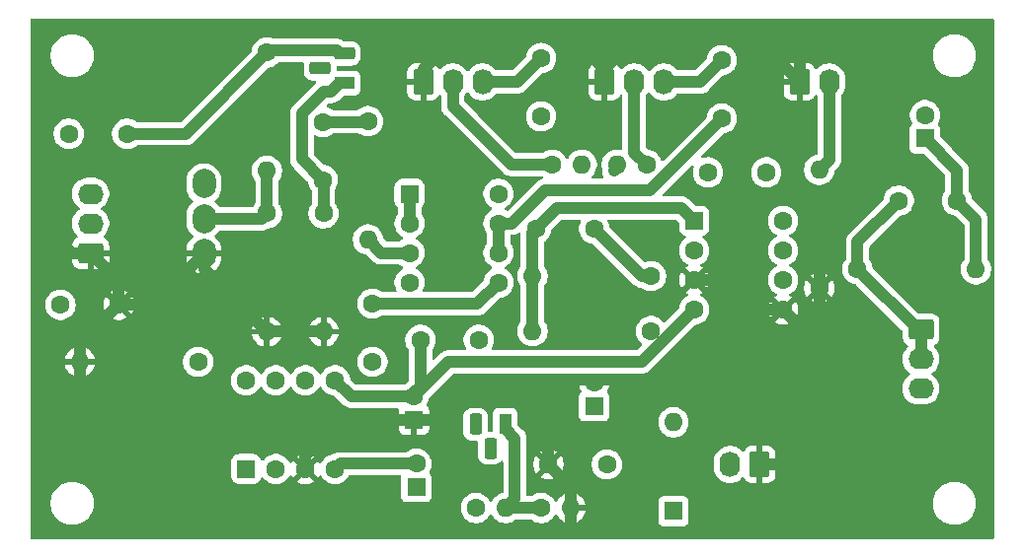
<source format=gbr>
%TF.GenerationSoftware,KiCad,Pcbnew,9.0.0*%
%TF.CreationDate,2026-02-26T12:38:32+00:00*%
%TF.ProjectId,GuitarMixer,47756974-6172-44d6-9978-65722e6b6963,V1.3*%
%TF.SameCoordinates,Original*%
%TF.FileFunction,Copper,L2,Bot*%
%TF.FilePolarity,Positive*%
%FSLAX46Y46*%
G04 Gerber Fmt 4.6, Leading zero omitted, Abs format (unit mm)*
G04 Created by KiCad (PCBNEW 9.0.0) date 2026-02-26 12:38:32*
%MOMM*%
%LPD*%
G01*
G04 APERTURE LIST*
G04 Aperture macros list*
%AMRoundRect*
0 Rectangle with rounded corners*
0 $1 Rounding radius*
0 $2 $3 $4 $5 $6 $7 $8 $9 X,Y pos of 4 corners*
0 Add a 4 corners polygon primitive as box body*
4,1,4,$2,$3,$4,$5,$6,$7,$8,$9,$2,$3,0*
0 Add four circle primitives for the rounded corners*
1,1,$1+$1,$2,$3*
1,1,$1+$1,$4,$5*
1,1,$1+$1,$6,$7*
1,1,$1+$1,$8,$9*
0 Add four rect primitives between the rounded corners*
20,1,$1+$1,$2,$3,$4,$5,0*
20,1,$1+$1,$4,$5,$6,$7,0*
20,1,$1+$1,$6,$7,$8,$9,0*
20,1,$1+$1,$8,$9,$2,$3,0*%
G04 Aperture macros list end*
%TA.AperFunction,ComponentPad*%
%ADD10C,1.600000*%
%TD*%
%TA.AperFunction,ComponentPad*%
%ADD11O,1.600000X1.600000*%
%TD*%
%TA.AperFunction,ComponentPad*%
%ADD12R,1.600000X1.600000*%
%TD*%
%TA.AperFunction,ComponentPad*%
%ADD13RoundRect,0.250000X-0.550000X-0.550000X0.550000X-0.550000X0.550000X0.550000X-0.550000X0.550000X0*%
%TD*%
%TA.AperFunction,ComponentPad*%
%ADD14RoundRect,0.250000X-0.620000X-0.845000X0.620000X-0.845000X0.620000X0.845000X-0.620000X0.845000X0*%
%TD*%
%TA.AperFunction,ComponentPad*%
%ADD15O,1.740000X2.190000*%
%TD*%
%TA.AperFunction,ComponentPad*%
%ADD16RoundRect,0.250000X0.845000X-0.620000X0.845000X0.620000X-0.845000X0.620000X-0.845000X-0.620000X0*%
%TD*%
%TA.AperFunction,ComponentPad*%
%ADD17O,2.190000X1.740000*%
%TD*%
%TA.AperFunction,ComponentPad*%
%ADD18RoundRect,0.250000X-0.845000X0.620000X-0.845000X-0.620000X0.845000X-0.620000X0.845000X0.620000X0*%
%TD*%
%TA.AperFunction,ComponentPad*%
%ADD19R,1.800000X1.100000*%
%TD*%
%TA.AperFunction,ComponentPad*%
%ADD20RoundRect,0.275000X0.625000X-0.275000X0.625000X0.275000X-0.625000X0.275000X-0.625000X-0.275000X0*%
%TD*%
%TA.AperFunction,ComponentPad*%
%ADD21RoundRect,0.250000X0.550000X-0.550000X0.550000X0.550000X-0.550000X0.550000X-0.550000X-0.550000X0*%
%TD*%
%TA.AperFunction,ComponentPad*%
%ADD22O,2.000000X2.500000*%
%TD*%
%TA.AperFunction,ComponentPad*%
%ADD23RoundRect,0.250000X0.620000X0.845000X-0.620000X0.845000X-0.620000X-0.845000X0.620000X-0.845000X0*%
%TD*%
%TA.AperFunction,ComponentPad*%
%ADD24R,1.100000X1.800000*%
%TD*%
%TA.AperFunction,ComponentPad*%
%ADD25RoundRect,0.275000X0.275000X0.625000X-0.275000X0.625000X-0.275000X-0.625000X0.275000X-0.625000X0*%
%TD*%
%TA.AperFunction,Conductor*%
%ADD26C,1.000000*%
%TD*%
G04 APERTURE END LIST*
D10*
%TO.P,C2,1*%
%TO.N,Net-(J6-Pin_1)*%
X180945000Y-86500000D03*
%TO.P,C2,2*%
%TO.N,Net-(C2-Pad2)*%
X185945000Y-86500000D03*
%TD*%
%TO.P,R108,1*%
%TO.N,Net-(J2-Pin_2)*%
X151230000Y-83400000D03*
D11*
%TO.P,R108,2*%
%TO.N,Net-(U2A--)*%
X153770000Y-83400000D03*
%TD*%
D12*
%TO.P,C5,1*%
%TO.N,+9VA*%
X154825000Y-104150000D03*
D10*
%TO.P,C5,2*%
%TO.N,Earth*%
X154825000Y-102150000D03*
%TD*%
D12*
%TO.P,C3,1*%
%TO.N,Net-(C2-Pad2)*%
X183195000Y-81155113D03*
D10*
%TO.P,C3,2*%
%TO.N,Net-(J5-Pin_2)*%
X183195000Y-79155113D03*
%TD*%
%TO.P,C8,1*%
%TO.N,+4.5V*%
X144925000Y-98450000D03*
%TO.P,C8,2*%
%TO.N,-4.5V*%
X139925000Y-98450000D03*
%TD*%
%TO.P,C105,1*%
%TO.N,Net-(U1A--)*%
X150275000Y-79250000D03*
%TO.P,C105,2*%
%TO.N,Net-(J2-Pin_3)*%
X150275000Y-74250000D03*
%TD*%
%TO.P,C4,1*%
%TO.N,+9VA*%
X155915000Y-109150000D03*
%TO.P,C4,2*%
%TO.N,Earth*%
X150915000Y-109150000D03*
%TD*%
%TO.P,C101,1*%
%TO.N,Net-(J1-Pin_3)*%
X109075000Y-95450000D03*
%TO.P,C101,2*%
%TO.N,Earth*%
X114075000Y-95450000D03*
%TD*%
%TO.P,C205,1*%
%TO.N,Net-(U1B--)*%
X165775000Y-79450000D03*
%TO.P,C205,2*%
%TO.N,Net-(J3-Pin_3)*%
X165775000Y-74450000D03*
%TD*%
D12*
%TO.P,D1,1,K*%
%TO.N,+9VA*%
X161625000Y-113160000D03*
D11*
%TO.P,D1,2,A*%
%TO.N,Net-(D1-A)*%
X161625000Y-105540000D03*
%TD*%
D10*
%TO.P,C9,1*%
%TO.N,+4.5V*%
X169585000Y-84070000D03*
%TO.P,C9,2*%
%TO.N,-4.5V*%
X164585000Y-84070000D03*
%TD*%
%TO.P,R1011,1*%
%TO.N,Net-(Q1-G)*%
X126775000Y-73780000D03*
D11*
%TO.P,R1011,2*%
%TO.N,Net-(SW1-B)*%
X126775000Y-83940000D03*
%TD*%
D10*
%TO.P,R2,1*%
%TO.N,Net-(J6-Pin_3)*%
X159705000Y-97700000D03*
D11*
%TO.P,R2,2*%
%TO.N,Net-(C1-Pad2)*%
X149545000Y-97700000D03*
%TD*%
D10*
%TO.P,R4,1*%
%TO.N,Earth*%
X174125000Y-94010000D03*
D11*
%TO.P,R4,2*%
%TO.N,Net-(J5-Pin_2)*%
X174125000Y-83850000D03*
%TD*%
D10*
%TO.P,C203,1*%
%TO.N,Net-(J1-Pin_2)*%
X135825000Y-100350000D03*
%TO.P,C203,2*%
%TO.N,Net-(U1B-+)*%
X135825000Y-95350000D03*
%TD*%
D13*
%TO.P,U2,1*%
%TO.N,Net-(C1-Pad2)*%
X163405000Y-88230000D03*
D10*
%TO.P,U2,2,-*%
%TO.N,Net-(U2A--)*%
X163405000Y-90770000D03*
%TO.P,U2,3,+*%
%TO.N,Earth*%
X163405000Y-93310000D03*
%TO.P,U2,4,V-*%
%TO.N,-4.5V*%
X163405000Y-95850000D03*
%TO.P,U2,5,+*%
%TO.N,Earth*%
X171025000Y-95850000D03*
%TO.P,U2,6,-*%
%TO.N,Net-(J6-Pin_1)*%
X171025000Y-93310000D03*
%TO.P,U2,7*%
%TO.N,Net-(C2-Pad2)*%
X171025000Y-90770000D03*
%TO.P,U2,8,V+*%
%TO.N,+4.5V*%
X171025000Y-88230000D03*
%TD*%
D14*
%TO.P,J5,1,Pin_1*%
%TO.N,Earth*%
X172455000Y-76300000D03*
D15*
%TO.P,J5,2,Pin_2*%
%TO.N,Net-(J5-Pin_2)*%
X174995000Y-76300000D03*
%TD*%
D10*
%TO.P,C1,1*%
%TO.N,Net-(U2A--)*%
X154835000Y-88920000D03*
%TO.P,C1,2*%
%TO.N,Net-(C1-Pad2)*%
X149835000Y-88920000D03*
%TD*%
%TO.P,R3,1*%
%TO.N,Net-(J6-Pin_1)*%
X177415000Y-92400000D03*
D11*
%TO.P,R3,2*%
%TO.N,Net-(C2-Pad2)*%
X187575000Y-92400000D03*
%TD*%
D16*
%TO.P,J1,1,Pin_1*%
%TO.N,Earth*%
X111645000Y-91000000D03*
D17*
%TO.P,J1,2,Pin_2*%
%TO.N,Net-(J1-Pin_2)*%
X111645000Y-88460000D03*
%TO.P,J1,3,Pin_3*%
%TO.N,Net-(J1-Pin_3)*%
X111645000Y-85920000D03*
%TD*%
D10*
%TO.P,R201,1*%
%TO.N,Net-(J1-Pin_2)*%
X120875000Y-100350000D03*
D11*
%TO.P,R201,2*%
%TO.N,Earth*%
X110715000Y-100350000D03*
%TD*%
D18*
%TO.P,J6,1,Pin_1*%
%TO.N,Net-(J6-Pin_1)*%
X182845000Y-97570000D03*
D17*
%TO.P,J6,2,Pin_2*%
X182845000Y-100110000D03*
%TO.P,J6,3,Pin_3*%
%TO.N,Net-(J6-Pin_3)*%
X182845000Y-102650000D03*
%TD*%
D10*
%TO.P,C102,1*%
%TO.N,Net-(J1-Pin_3)*%
X109775000Y-80750000D03*
%TO.P,C102,2*%
%TO.N,Net-(Q1-G)*%
X114775000Y-80750000D03*
%TD*%
%TO.P,R1,1*%
%TO.N,Net-(U2A--)*%
X159705000Y-92970000D03*
D11*
%TO.P,R1,2*%
%TO.N,Net-(C1-Pad2)*%
X149545000Y-92970000D03*
%TD*%
D10*
%TO.P,R208,1*%
%TO.N,Net-(J3-Pin_2)*%
X159300000Y-83400000D03*
D11*
%TO.P,R208,2*%
%TO.N,Net-(U2A--)*%
X156760000Y-83400000D03*
%TD*%
D10*
%TO.P,R6,1*%
%TO.N,+4.5V*%
X144685000Y-112900000D03*
D11*
%TO.P,R6,2*%
%TO.N,Net-(U3-ADJ)*%
X147225000Y-112900000D03*
%TD*%
D10*
%TO.P,R102,1*%
%TO.N,Net-(Q1-S)*%
X131625000Y-87600000D03*
D11*
%TO.P,R102,2*%
%TO.N,Earth*%
X131625000Y-97760000D03*
%TD*%
D10*
%TO.P,R1012,1*%
%TO.N,Net-(SW1-B)*%
X126775000Y-87600000D03*
D11*
%TO.P,R1012,2*%
%TO.N,Earth*%
X126775000Y-97760000D03*
%TD*%
D10*
%TO.P,R5,1*%
%TO.N,Net-(U3-ADJ)*%
X150275000Y-112900000D03*
D11*
%TO.P,R5,2*%
%TO.N,Earth*%
X152815000Y-112900000D03*
%TD*%
D19*
%TO.P,Q1,1,S*%
%TO.N,Net-(Q1-S)*%
X133395000Y-76400000D03*
D20*
%TO.P,Q1,2,D*%
%TO.N,Net-(JP1-C)*%
X131325000Y-75130000D03*
%TO.P,Q1,3,G*%
%TO.N,Net-(Q1-G)*%
X133395000Y-73860000D03*
%TD*%
D12*
%TO.P,C7,1*%
%TO.N,Net-(U4-CAP+)*%
X139575000Y-111100000D03*
D10*
%TO.P,C7,2*%
%TO.N,Net-(U4-CAP-)*%
X139575000Y-109100000D03*
%TD*%
D13*
%TO.P,U1,1*%
%TO.N,Net-(U1A--)*%
X139005000Y-85910000D03*
D10*
%TO.P,U1,2,-*%
X139005000Y-88450000D03*
%TO.P,U1,3,+*%
%TO.N,Net-(U1A-+)*%
X139005000Y-90990000D03*
%TO.P,U1,4,V-*%
%TO.N,-4.5V*%
X139005000Y-93530000D03*
%TO.P,U1,5,+*%
%TO.N,Net-(U1B-+)*%
X146625000Y-93530000D03*
%TO.P,U1,6,-*%
%TO.N,Net-(U1B--)*%
X146625000Y-90990000D03*
%TO.P,U1,7*%
X146625000Y-88450000D03*
%TO.P,U1,8,V+*%
%TO.N,+4.5V*%
X146625000Y-85910000D03*
%TD*%
D21*
%TO.P,U4,1,NC*%
%TO.N,unconnected-(U4-NC-Pad1)*%
X124995000Y-109550000D03*
D10*
%TO.P,U4,2,CAP+*%
%TO.N,Net-(U4-CAP+)*%
X127535000Y-109550000D03*
%TO.P,U4,3,GND*%
%TO.N,Earth*%
X130075000Y-109550000D03*
%TO.P,U4,4,CAP-*%
%TO.N,Net-(U4-CAP-)*%
X132615000Y-109550000D03*
%TO.P,U4,5,VOUT*%
%TO.N,-4.5V*%
X132615000Y-101930000D03*
%TO.P,U4,6,LV*%
%TO.N,unconnected-(U4-LV-Pad6)*%
X130075000Y-101930000D03*
%TO.P,U4,7,OSC*%
%TO.N,unconnected-(U4-OSC-Pad7)*%
X127535000Y-101930000D03*
%TO.P,U4,8,V+*%
%TO.N,+4.5V*%
X124995000Y-101930000D03*
%TD*%
D14*
%TO.P,J2,1,Pin_1*%
%TO.N,Earth*%
X140175000Y-76300000D03*
D15*
%TO.P,J2,2,Pin_2*%
%TO.N,Net-(J2-Pin_2)*%
X142715000Y-76300000D03*
%TO.P,J2,3,Pin_3*%
%TO.N,Net-(J2-Pin_3)*%
X145255000Y-76300000D03*
%TD*%
D22*
%TO.P,SW1,1,A*%
%TO.N,Earth*%
X121375000Y-91050000D03*
%TO.P,SW1,2,B*%
%TO.N,Net-(SW1-B)*%
X121375000Y-88050000D03*
%TO.P,SW1,3*%
%TO.N,N/C*%
X121375000Y-85050000D03*
%TD*%
D14*
%TO.P,J3,1,Pin_1*%
%TO.N,Earth*%
X155715000Y-76300000D03*
D15*
%TO.P,J3,2,Pin_2*%
%TO.N,Net-(J3-Pin_2)*%
X158255000Y-76300000D03*
%TO.P,J3,3,Pin_3*%
%TO.N,Net-(J3-Pin_3)*%
X160795000Y-76300000D03*
%TD*%
D12*
%TO.P,C6,1*%
%TO.N,Earth*%
X139375000Y-105300000D03*
D10*
%TO.P,C6,2*%
%TO.N,-4.5V*%
X139375000Y-103300000D03*
%TD*%
D23*
%TO.P,J4,1,Pin_1*%
%TO.N,Earth*%
X169015000Y-109150000D03*
D15*
%TO.P,J4,2,Pin_2*%
%TO.N,Net-(D1-A)*%
X166475000Y-109150000D03*
%TD*%
D24*
%TO.P,U3,1,ADJ*%
%TO.N,Net-(U3-ADJ)*%
X147195000Y-105700000D03*
D25*
%TO.P,U3,2,VO*%
%TO.N,+4.5V*%
X145925000Y-107770000D03*
%TO.P,U3,3,VI*%
%TO.N,+9VA*%
X144655000Y-105700000D03*
%TD*%
D10*
%TO.P,R103,1*%
%TO.N,Net-(C103-Pad2)*%
X135425000Y-79670000D03*
D11*
%TO.P,R103,2*%
%TO.N,Net-(U1A-+)*%
X135425000Y-89830000D03*
%TD*%
D10*
%TO.P,C103,1*%
%TO.N,Net-(Q1-S)*%
X131575000Y-84730000D03*
%TO.P,C103,2*%
%TO.N,Net-(C103-Pad2)*%
X131575000Y-79730000D03*
%TD*%
D26*
%TO.N,Net-(U2A--)*%
X158885000Y-92970000D02*
X154835000Y-88920000D01*
X159705000Y-92970000D02*
X158885000Y-92970000D01*
X156515000Y-83950000D02*
X156765000Y-83700000D01*
%TO.N,Net-(C1-Pad2)*%
X149835000Y-88920000D02*
X151636000Y-87119000D01*
X149545000Y-92970000D02*
X149545000Y-89210000D01*
X149545000Y-89210000D02*
X149835000Y-88920000D01*
X151636000Y-87119000D02*
X162294000Y-87119000D01*
X149545000Y-92970000D02*
X149545000Y-97700000D01*
X162294000Y-87119000D02*
X163405000Y-88230000D01*
%TO.N,Net-(J6-Pin_1)*%
X177415000Y-92400000D02*
X177415000Y-90030000D01*
X182585000Y-97570000D02*
X177415000Y-92400000D01*
X182845000Y-97570000D02*
X182585000Y-97570000D01*
X177415000Y-90030000D02*
X180945000Y-86500000D01*
X182845000Y-100110000D02*
X182845000Y-97570000D01*
%TO.N,Net-(C2-Pad2)*%
X187575000Y-92400000D02*
X187575000Y-88130000D01*
X185945000Y-86500000D02*
X185945000Y-83905113D01*
X185945000Y-83905113D02*
X183195000Y-81155113D01*
X187575000Y-88130000D02*
X185945000Y-86500000D01*
%TO.N,Net-(J5-Pin_2)*%
X174995000Y-76300000D02*
X174995000Y-82980000D01*
X174995000Y-82980000D02*
X174125000Y-83850000D01*
%TO.N,Earth*%
X169375000Y-95850000D02*
X166835000Y-93310000D01*
X168169000Y-101849000D02*
X172975000Y-106655000D01*
X178575000Y-83934106D02*
X178575000Y-75050000D01*
X172625000Y-109150000D02*
X172975000Y-109500000D01*
X150925000Y-101849000D02*
X152524000Y-101849000D01*
X150915000Y-109150000D02*
X152815000Y-111050000D01*
X107375000Y-81802106D02*
X107375000Y-83056106D01*
X109049000Y-90024000D02*
X110025000Y-91000000D01*
X166835000Y-93310000D02*
X163405000Y-93310000D01*
X174125000Y-96650000D02*
X172975000Y-97800000D01*
X172975000Y-107750000D02*
X172975000Y-109500000D01*
X167426000Y-115049000D02*
X152775000Y-115049000D01*
X108821894Y-78449000D02*
X107474000Y-79796894D01*
X109049000Y-84730106D02*
X109049000Y-90024000D01*
X107474000Y-79796894D02*
X107474000Y-81703106D01*
X150915000Y-101859000D02*
X150925000Y-101849000D01*
X140175000Y-76300000D02*
X140175000Y-75205000D01*
X171025000Y-95850000D02*
X169375000Y-95850000D01*
X155715000Y-75205000D02*
X158771000Y-72149000D01*
X121375000Y-92360000D02*
X126775000Y-97760000D01*
X178575000Y-75050000D02*
X177229000Y-73704000D01*
X171025000Y-95850000D02*
X172975000Y-97800000D01*
X114075000Y-93430000D02*
X111645000Y-91000000D01*
X143431000Y-71949000D02*
X152459000Y-71949000D01*
X174125000Y-88384106D02*
X178575000Y-83934106D01*
X110715000Y-100350000D02*
X110715000Y-98810000D01*
X131555000Y-97760000D02*
X131625000Y-97690000D01*
X172455000Y-74170000D02*
X172455000Y-76300000D01*
X141175000Y-105300000D02*
X144626000Y-101849000D01*
X172975000Y-97800000D02*
X172975000Y-107750000D01*
X152775000Y-115049000D02*
X121647630Y-115049000D01*
X155715000Y-76300000D02*
X155715000Y-75205000D01*
X114075000Y-95450000D02*
X114075000Y-93430000D01*
X150915000Y-109150000D02*
X150915000Y-101859000D01*
X107474000Y-81703106D02*
X107375000Y-81802106D01*
X152815000Y-112900000D02*
X152815000Y-115009000D01*
X133193630Y-105300000D02*
X130075000Y-108418630D01*
X130075000Y-108418630D02*
X130075000Y-109550000D01*
X114375000Y-76950000D02*
X110320894Y-76950000D01*
X110025000Y-91000000D02*
X111645000Y-91000000D01*
X174125000Y-94010000D02*
X174125000Y-96650000D01*
X152815000Y-111050000D02*
X152815000Y-112900000D01*
X144626000Y-101849000D02*
X150925000Y-101849000D01*
X114075000Y-95450000D02*
X116975000Y-95450000D01*
X172975000Y-109500000D02*
X167426000Y-115049000D01*
X116975000Y-95450000D02*
X121375000Y-91050000D01*
X143431000Y-71949000D02*
X119376000Y-71949000D01*
X177229000Y-73704000D02*
X172921000Y-73704000D01*
X126775000Y-97760000D02*
X131555000Y-97760000D01*
X139375000Y-105300000D02*
X133193630Y-105300000D01*
X174125000Y-94010000D02*
X174125000Y-88384106D01*
X152524000Y-101849000D02*
X168169000Y-101849000D01*
X119376000Y-71949000D02*
X114375000Y-76950000D01*
X168304000Y-72149000D02*
X172455000Y-76300000D01*
X121375000Y-91050000D02*
X121375000Y-92360000D01*
X107375000Y-83056106D02*
X109049000Y-84730106D01*
X110715000Y-100350000D02*
X110715000Y-104116370D01*
X110715000Y-104116370D02*
X121647630Y-115049000D01*
X110320894Y-76950000D02*
X108821894Y-78449000D01*
X152459000Y-71949000D02*
X155715000Y-75205000D01*
X110715000Y-98810000D02*
X114075000Y-95450000D01*
X158771000Y-72149000D02*
X168304000Y-72149000D01*
X172921000Y-73704000D02*
X172455000Y-74170000D01*
X139375000Y-105300000D02*
X141175000Y-105300000D01*
X172975000Y-106655000D02*
X172975000Y-107750000D01*
X140175000Y-75205000D02*
X143431000Y-71949000D01*
X169015000Y-109150000D02*
X172625000Y-109150000D01*
X152815000Y-115009000D02*
X152775000Y-115049000D01*
%TO.N,-4.5V*%
X139375000Y-103300000D02*
X142327000Y-100348000D01*
X142327000Y-100348000D02*
X158907000Y-100348000D01*
X139925000Y-98450000D02*
X139925000Y-102449000D01*
X158907000Y-100348000D02*
X163405000Y-95850000D01*
X132615000Y-101930000D02*
X133985000Y-103300000D01*
X133985000Y-103300000D02*
X139375000Y-103300000D01*
X139925000Y-102449000D02*
X139375000Y-102999000D01*
%TO.N,Net-(U4-CAP-)*%
X133065000Y-109100000D02*
X139575000Y-109100000D01*
X132615000Y-109550000D02*
X133065000Y-109100000D01*
%TO.N,+4.5V*%
X146625000Y-85910000D02*
X146618001Y-85910000D01*
%TO.N,Net-(Q1-G)*%
X119805000Y-80750000D02*
X126775000Y-73780000D01*
X126775000Y-73780000D02*
X126976000Y-73579000D01*
X132714000Y-73579000D02*
X132995000Y-73860000D01*
X114775000Y-80750000D02*
X119805000Y-80750000D01*
X126976000Y-73579000D02*
X132714000Y-73579000D01*
%TO.N,Net-(C103-Pad2)*%
X131575000Y-79730000D02*
X135365000Y-79730000D01*
X135365000Y-79730000D02*
X135425000Y-79670000D01*
%TO.N,Net-(Q1-S)*%
X132275000Y-77120000D02*
X132995000Y-76400000D01*
X131638001Y-77120000D02*
X132275000Y-77120000D01*
X129774000Y-78984001D02*
X131638001Y-77120000D01*
X131625000Y-87530000D02*
X131625000Y-84780000D01*
X131625000Y-84780000D02*
X131575000Y-84730000D01*
X129774000Y-82929000D02*
X129774000Y-78984001D01*
X131575000Y-84730000D02*
X129774000Y-82929000D01*
%TO.N,Net-(J2-Pin_3)*%
X148225000Y-76300000D02*
X150275000Y-74250000D01*
X145255000Y-76300000D02*
X148225000Y-76300000D01*
%TO.N,Net-(U1A--)*%
X139005000Y-88450000D02*
X139005000Y-85910000D01*
%TO.N,Net-(U1B-+)*%
X135825000Y-95350000D02*
X144805000Y-95350000D01*
X144805000Y-95350000D02*
X146625000Y-93530000D01*
%TO.N,Net-(J3-Pin_3)*%
X160795000Y-76300000D02*
X163925000Y-76300000D01*
X163925000Y-76300000D02*
X165775000Y-74450000D01*
%TO.N,Net-(U1B--)*%
X146625000Y-88450000D02*
X147758001Y-88450000D01*
X150590001Y-85618000D02*
X159628999Y-85618000D01*
X146625000Y-90990000D02*
X146625000Y-88450000D01*
X147758001Y-88450000D02*
X150590001Y-85618000D01*
X165775000Y-79471999D02*
X165775000Y-79450000D01*
X159628999Y-85618000D02*
X165775000Y-79471999D01*
%TO.N,Net-(J2-Pin_2)*%
X147720000Y-83400000D02*
X151230000Y-83400000D01*
X142715000Y-78395000D02*
X147720000Y-83400000D01*
X142715000Y-76300000D02*
X142715000Y-78395000D01*
%TO.N,Net-(J3-Pin_2)*%
X159300000Y-83400000D02*
X158255000Y-82355000D01*
X158255000Y-82355000D02*
X158255000Y-76300000D01*
%TO.N,Net-(U3-ADJ)*%
X147225000Y-112900000D02*
X148024999Y-112100001D01*
X148024999Y-106929999D02*
X147195000Y-106100000D01*
X148024999Y-112100001D02*
X148024999Y-106929999D01*
X147225000Y-112900000D02*
X150275000Y-112900000D01*
%TO.N,Net-(U1A-+)*%
X136585000Y-90990000D02*
X135425000Y-89830000D01*
X139005000Y-90990000D02*
X136585000Y-90990000D01*
%TO.N,Net-(SW1-B)*%
X121375000Y-88050000D02*
X126325000Y-88050000D01*
X126325000Y-88050000D02*
X126775000Y-87600000D01*
X126775000Y-87600000D02*
X126775000Y-83940000D01*
%TD*%
%TA.AperFunction,Conductor*%
%TO.N,Earth*%
G36*
X189067539Y-70920185D02*
G01*
X189113294Y-70972989D01*
X189124500Y-71024500D01*
X189124500Y-115425500D01*
X189104815Y-115492539D01*
X189052011Y-115538294D01*
X189000500Y-115549500D01*
X106599500Y-115549500D01*
X106532461Y-115529815D01*
X106486706Y-115477011D01*
X106475500Y-115425500D01*
X106475500Y-112378711D01*
X108224500Y-112378711D01*
X108224500Y-112621288D01*
X108256161Y-112861785D01*
X108318947Y-113096104D01*
X108370300Y-113220080D01*
X108411776Y-113320212D01*
X108533064Y-113530289D01*
X108533066Y-113530292D01*
X108533067Y-113530293D01*
X108680733Y-113722736D01*
X108680739Y-113722743D01*
X108852256Y-113894260D01*
X108852263Y-113894266D01*
X108965321Y-113981018D01*
X109044711Y-114041936D01*
X109254788Y-114163224D01*
X109478900Y-114256054D01*
X109713211Y-114318838D01*
X109893586Y-114342584D01*
X109953711Y-114350500D01*
X109953712Y-114350500D01*
X110196289Y-114350500D01*
X110244388Y-114344167D01*
X110436789Y-114318838D01*
X110671100Y-114256054D01*
X110895212Y-114163224D01*
X111105289Y-114041936D01*
X111297738Y-113894265D01*
X111469265Y-113722738D01*
X111616936Y-113530289D01*
X111738224Y-113320212D01*
X111831054Y-113096100D01*
X111893838Y-112861789D01*
X111902282Y-112797648D01*
X143384500Y-112797648D01*
X143384500Y-113002351D01*
X143416522Y-113204534D01*
X143479781Y-113399223D01*
X143572715Y-113581613D01*
X143693028Y-113747213D01*
X143837786Y-113891971D01*
X143992749Y-114004556D01*
X144003390Y-114012287D01*
X144111716Y-114067482D01*
X144185776Y-114105218D01*
X144185778Y-114105218D01*
X144185781Y-114105220D01*
X144290137Y-114139127D01*
X144380465Y-114168477D01*
X144481557Y-114184488D01*
X144582648Y-114200500D01*
X144582649Y-114200500D01*
X144787351Y-114200500D01*
X144787352Y-114200500D01*
X144989534Y-114168477D01*
X145184219Y-114105220D01*
X145366610Y-114012287D01*
X145493379Y-113920185D01*
X145532213Y-113891971D01*
X145532215Y-113891968D01*
X145532219Y-113891966D01*
X145676966Y-113747219D01*
X145676968Y-113747215D01*
X145676971Y-113747213D01*
X145797284Y-113581614D01*
X145797285Y-113581613D01*
X145797287Y-113581610D01*
X145844516Y-113488917D01*
X145892489Y-113438123D01*
X145960310Y-113421328D01*
X146026445Y-113443865D01*
X146065485Y-113488919D01*
X146112715Y-113581614D01*
X146233028Y-113747213D01*
X146377786Y-113891971D01*
X146532749Y-114004556D01*
X146543390Y-114012287D01*
X146651716Y-114067482D01*
X146725776Y-114105218D01*
X146725778Y-114105218D01*
X146725781Y-114105220D01*
X146830137Y-114139127D01*
X146920465Y-114168477D01*
X147021557Y-114184488D01*
X147122648Y-114200500D01*
X147122649Y-114200500D01*
X147327351Y-114200500D01*
X147327352Y-114200500D01*
X147529534Y-114168477D01*
X147724219Y-114105220D01*
X147906610Y-114012287D01*
X148027877Y-113924181D01*
X148093683Y-113900702D01*
X148100762Y-113900500D01*
X149399238Y-113900500D01*
X149466277Y-113920185D01*
X149472119Y-113924179D01*
X149593390Y-114012287D01*
X149701716Y-114067482D01*
X149775776Y-114105218D01*
X149775778Y-114105218D01*
X149775781Y-114105220D01*
X149880137Y-114139127D01*
X149970465Y-114168477D01*
X150071557Y-114184488D01*
X150172648Y-114200500D01*
X150172649Y-114200500D01*
X150377351Y-114200500D01*
X150377352Y-114200500D01*
X150579534Y-114168477D01*
X150774219Y-114105220D01*
X150956610Y-114012287D01*
X151083379Y-113920185D01*
X151122213Y-113891971D01*
X151122215Y-113891968D01*
X151122219Y-113891966D01*
X151266966Y-113747219D01*
X151266968Y-113747215D01*
X151266971Y-113747213D01*
X151387284Y-113581614D01*
X151387285Y-113581613D01*
X151387287Y-113581610D01*
X151434795Y-113488369D01*
X151482770Y-113437574D01*
X151550591Y-113420779D01*
X151616725Y-113443316D01*
X151655765Y-113488370D01*
X151703140Y-113581349D01*
X151823417Y-113746894D01*
X151823417Y-113746895D01*
X151968104Y-113891582D01*
X152133650Y-114011859D01*
X152315968Y-114104754D01*
X152510578Y-114167988D01*
X152565000Y-114176607D01*
X152565000Y-113215686D01*
X152569394Y-113220080D01*
X152660606Y-113272741D01*
X152762339Y-113300000D01*
X152867661Y-113300000D01*
X152969394Y-113272741D01*
X153060606Y-113220080D01*
X153065000Y-113215686D01*
X153065000Y-114176606D01*
X153119421Y-114167988D01*
X153314031Y-114104754D01*
X153496349Y-114011859D01*
X153661894Y-113891582D01*
X153661895Y-113891582D01*
X153806582Y-113746895D01*
X153806582Y-113746894D01*
X153926859Y-113581349D01*
X154019755Y-113399029D01*
X154082990Y-113204413D01*
X154091609Y-113150000D01*
X153130686Y-113150000D01*
X153135080Y-113145606D01*
X153187741Y-113054394D01*
X153215000Y-112952661D01*
X153215000Y-112847339D01*
X153187741Y-112745606D01*
X153135080Y-112654394D01*
X153130686Y-112650000D01*
X154091609Y-112650000D01*
X154082990Y-112595586D01*
X154019754Y-112400967D01*
X154001481Y-112365102D01*
X154001480Y-112365101D01*
X153974492Y-112312135D01*
X160324500Y-112312135D01*
X160324500Y-114007870D01*
X160324501Y-114007876D01*
X160330908Y-114067483D01*
X160381202Y-114202328D01*
X160381206Y-114202335D01*
X160467452Y-114317544D01*
X160467455Y-114317547D01*
X160582664Y-114403793D01*
X160582671Y-114403797D01*
X160717517Y-114454091D01*
X160717516Y-114454091D01*
X160724444Y-114454835D01*
X160777127Y-114460500D01*
X162472872Y-114460499D01*
X162532483Y-114454091D01*
X162667331Y-114403796D01*
X162782546Y-114317546D01*
X162868796Y-114202331D01*
X162919091Y-114067483D01*
X162925500Y-114007873D01*
X162925499Y-112378711D01*
X183874500Y-112378711D01*
X183874500Y-112621288D01*
X183906161Y-112861785D01*
X183968947Y-113096104D01*
X184020300Y-113220080D01*
X184061776Y-113320212D01*
X184183064Y-113530289D01*
X184183066Y-113530292D01*
X184183067Y-113530293D01*
X184330733Y-113722736D01*
X184330739Y-113722743D01*
X184502256Y-113894260D01*
X184502263Y-113894266D01*
X184615321Y-113981018D01*
X184694711Y-114041936D01*
X184904788Y-114163224D01*
X185128900Y-114256054D01*
X185363211Y-114318838D01*
X185543586Y-114342584D01*
X185603711Y-114350500D01*
X185603712Y-114350500D01*
X185846289Y-114350500D01*
X185894388Y-114344167D01*
X186086789Y-114318838D01*
X186321100Y-114256054D01*
X186545212Y-114163224D01*
X186755289Y-114041936D01*
X186947738Y-113894265D01*
X187119265Y-113722738D01*
X187266936Y-113530289D01*
X187388224Y-113320212D01*
X187481054Y-113096100D01*
X187543838Y-112861789D01*
X187575500Y-112621288D01*
X187575500Y-112378712D01*
X187543838Y-112138211D01*
X187481054Y-111903900D01*
X187479231Y-111899500D01*
X187462663Y-111859500D01*
X187388224Y-111679788D01*
X187266936Y-111469711D01*
X187119265Y-111277262D01*
X187119260Y-111277256D01*
X186947743Y-111105739D01*
X186947736Y-111105733D01*
X186755293Y-110958067D01*
X186755292Y-110958066D01*
X186755289Y-110958064D01*
X186568117Y-110850000D01*
X186545214Y-110836777D01*
X186545205Y-110836773D01*
X186321104Y-110743947D01*
X186086785Y-110681161D01*
X185846289Y-110649500D01*
X185846288Y-110649500D01*
X185603712Y-110649500D01*
X185603711Y-110649500D01*
X185363214Y-110681161D01*
X185128895Y-110743947D01*
X184904794Y-110836773D01*
X184904785Y-110836777D01*
X184694706Y-110958067D01*
X184502263Y-111105733D01*
X184502256Y-111105739D01*
X184330739Y-111277256D01*
X184330733Y-111277263D01*
X184183067Y-111469706D01*
X184061777Y-111679785D01*
X184061773Y-111679794D01*
X183968947Y-111903895D01*
X183906161Y-112138214D01*
X183874500Y-112378711D01*
X162925499Y-112378711D01*
X162925499Y-112312128D01*
X162919091Y-112252517D01*
X162906459Y-112218650D01*
X162868797Y-112117671D01*
X162868793Y-112117664D01*
X162782547Y-112002455D01*
X162782544Y-112002452D01*
X162667335Y-111916206D01*
X162667328Y-111916202D01*
X162532482Y-111865908D01*
X162532483Y-111865908D01*
X162472883Y-111859501D01*
X162472881Y-111859500D01*
X162472873Y-111859500D01*
X162472864Y-111859500D01*
X160777129Y-111859500D01*
X160777123Y-111859501D01*
X160717516Y-111865908D01*
X160582671Y-111916202D01*
X160582664Y-111916206D01*
X160467455Y-112002452D01*
X160467452Y-112002455D01*
X160381206Y-112117664D01*
X160381202Y-112117671D01*
X160330908Y-112252517D01*
X160324501Y-112312116D01*
X160324501Y-112312123D01*
X160324500Y-112312135D01*
X153974492Y-112312135D01*
X153926859Y-112218650D01*
X153806582Y-112053105D01*
X153806582Y-112053104D01*
X153661895Y-111908417D01*
X153496349Y-111788140D01*
X153314029Y-111695244D01*
X153119413Y-111632009D01*
X153065000Y-111623390D01*
X153065000Y-112584314D01*
X153060606Y-112579920D01*
X152969394Y-112527259D01*
X152867661Y-112500000D01*
X152762339Y-112500000D01*
X152660606Y-112527259D01*
X152569394Y-112579920D01*
X152565000Y-112584314D01*
X152565000Y-111623390D01*
X152510586Y-111632009D01*
X152315970Y-111695244D01*
X152133650Y-111788140D01*
X151968105Y-111908417D01*
X151968104Y-111908417D01*
X151823417Y-112053104D01*
X151823417Y-112053105D01*
X151703140Y-112218650D01*
X151655765Y-112311629D01*
X151607790Y-112362425D01*
X151539969Y-112379220D01*
X151473834Y-112356682D01*
X151434795Y-112311629D01*
X151423990Y-112290424D01*
X151387287Y-112218390D01*
X151379556Y-112207749D01*
X151266971Y-112052786D01*
X151122213Y-111908028D01*
X150956613Y-111787715D01*
X150956612Y-111787714D01*
X150956610Y-111787713D01*
X150899653Y-111758691D01*
X150774223Y-111694781D01*
X150579534Y-111631522D01*
X150404995Y-111603878D01*
X150377352Y-111599500D01*
X150172648Y-111599500D01*
X150148329Y-111603351D01*
X149970465Y-111631522D01*
X149775776Y-111694781D01*
X149593386Y-111787715D01*
X149539300Y-111827011D01*
X149485762Y-111865909D01*
X149472123Y-111875818D01*
X149452078Y-111882970D01*
X149434173Y-111894477D01*
X149410146Y-111897931D01*
X149406317Y-111899298D01*
X149399238Y-111899500D01*
X149149499Y-111899500D01*
X149082460Y-111879815D01*
X149036705Y-111827011D01*
X149025499Y-111775500D01*
X149025499Y-109047682D01*
X149615000Y-109047682D01*
X149615000Y-109252317D01*
X149647009Y-109454417D01*
X149710244Y-109649031D01*
X149803141Y-109831350D01*
X149803147Y-109831359D01*
X149835523Y-109875921D01*
X149835524Y-109875922D01*
X150515000Y-109196446D01*
X150515000Y-109202661D01*
X150542259Y-109304394D01*
X150594920Y-109395606D01*
X150669394Y-109470080D01*
X150760606Y-109522741D01*
X150862339Y-109550000D01*
X150868553Y-109550000D01*
X150189076Y-110229474D01*
X150233650Y-110261859D01*
X150415968Y-110354755D01*
X150610582Y-110417990D01*
X150812683Y-110450000D01*
X151017317Y-110450000D01*
X151219417Y-110417990D01*
X151414031Y-110354755D01*
X151596349Y-110261859D01*
X151640922Y-110229474D01*
X150961447Y-109550000D01*
X150967661Y-109550000D01*
X151069394Y-109522741D01*
X151160606Y-109470080D01*
X151235080Y-109395606D01*
X151287741Y-109304394D01*
X151315000Y-109202661D01*
X151315000Y-109196448D01*
X151994474Y-109875922D01*
X151994474Y-109875921D01*
X152026859Y-109831349D01*
X152119755Y-109649031D01*
X152182990Y-109454417D01*
X152215000Y-109252317D01*
X152215000Y-109047682D01*
X152214995Y-109047648D01*
X154614500Y-109047648D01*
X154614500Y-109252351D01*
X154646522Y-109454534D01*
X154709781Y-109649223D01*
X154758583Y-109745000D01*
X154802585Y-109831359D01*
X154802715Y-109831613D01*
X154923028Y-109997213D01*
X155067786Y-110141971D01*
X155199624Y-110237755D01*
X155233390Y-110262287D01*
X155335114Y-110314118D01*
X155415776Y-110355218D01*
X155415778Y-110355218D01*
X155415781Y-110355220D01*
X155520137Y-110389127D01*
X155610465Y-110418477D01*
X155711557Y-110434488D01*
X155812648Y-110450500D01*
X155812649Y-110450500D01*
X156017351Y-110450500D01*
X156017352Y-110450500D01*
X156219534Y-110418477D01*
X156414219Y-110355220D01*
X156596610Y-110262287D01*
X156692642Y-110192516D01*
X156762213Y-110141971D01*
X156762215Y-110141968D01*
X156762219Y-110141966D01*
X156906966Y-109997219D01*
X156906968Y-109997215D01*
X156906971Y-109997213D01*
X156975018Y-109903553D01*
X157027287Y-109831610D01*
X157120220Y-109649219D01*
X157183477Y-109454534D01*
X157215500Y-109252352D01*
X157215500Y-109047648D01*
X157195336Y-108920339D01*
X157183477Y-108845465D01*
X157174271Y-108817133D01*
X165104500Y-108817133D01*
X165104500Y-109482866D01*
X165138245Y-109695922D01*
X165138246Y-109695926D01*
X165204908Y-109901089D01*
X165302843Y-110093299D01*
X165429641Y-110267821D01*
X165582179Y-110420359D01*
X165756701Y-110547157D01*
X165948911Y-110645092D01*
X166154074Y-110711754D01*
X166233973Y-110724408D01*
X166367134Y-110745500D01*
X166367139Y-110745500D01*
X166582866Y-110745500D01*
X166701230Y-110726752D01*
X166795926Y-110711754D01*
X167001089Y-110645092D01*
X167193299Y-110547157D01*
X167367821Y-110420359D01*
X167510186Y-110277993D01*
X167571505Y-110244511D01*
X167641197Y-110249495D01*
X167697131Y-110291366D01*
X167710248Y-110313277D01*
X167710640Y-110314118D01*
X167802684Y-110463345D01*
X167926654Y-110587315D01*
X168075875Y-110679356D01*
X168075880Y-110679358D01*
X168242302Y-110734505D01*
X168242309Y-110734506D01*
X168345019Y-110744999D01*
X168764999Y-110744999D01*
X168765000Y-110744998D01*
X168765000Y-109692709D01*
X168785339Y-109704452D01*
X168936667Y-109745000D01*
X169093333Y-109745000D01*
X169244661Y-109704452D01*
X169265000Y-109692709D01*
X169265000Y-110744999D01*
X169684972Y-110744999D01*
X169684986Y-110744998D01*
X169787697Y-110734505D01*
X169954119Y-110679358D01*
X169954124Y-110679356D01*
X170103345Y-110587315D01*
X170227315Y-110463345D01*
X170319356Y-110314124D01*
X170319358Y-110314119D01*
X170374505Y-110147697D01*
X170374506Y-110147690D01*
X170384999Y-110044986D01*
X170385000Y-110044973D01*
X170385000Y-109400000D01*
X169557709Y-109400000D01*
X169569452Y-109379661D01*
X169610000Y-109228333D01*
X169610000Y-109071667D01*
X169569452Y-108920339D01*
X169557709Y-108900000D01*
X170384999Y-108900000D01*
X170384999Y-108255028D01*
X170384998Y-108255013D01*
X170374505Y-108152302D01*
X170319358Y-107985880D01*
X170319356Y-107985875D01*
X170227315Y-107836654D01*
X170103345Y-107712684D01*
X169954124Y-107620643D01*
X169954119Y-107620641D01*
X169787697Y-107565494D01*
X169787690Y-107565493D01*
X169684986Y-107555000D01*
X169265000Y-107555000D01*
X169265000Y-108607290D01*
X169244661Y-108595548D01*
X169093333Y-108555000D01*
X168936667Y-108555000D01*
X168785339Y-108595548D01*
X168765000Y-108607290D01*
X168765000Y-107555000D01*
X168345028Y-107555000D01*
X168345012Y-107555001D01*
X168242302Y-107565494D01*
X168075880Y-107620641D01*
X168075875Y-107620643D01*
X167926654Y-107712684D01*
X167802684Y-107836654D01*
X167710637Y-107985885D01*
X167710245Y-107986728D01*
X167709821Y-107987208D01*
X167706851Y-107992025D01*
X167706027Y-107991517D01*
X167664072Y-108039167D01*
X167596879Y-108058318D01*
X167529998Y-108038101D01*
X167510183Y-108022003D01*
X167367823Y-107879643D01*
X167367821Y-107879641D01*
X167193299Y-107752843D01*
X167001089Y-107654908D01*
X166795926Y-107588246D01*
X166795924Y-107588245D01*
X166795922Y-107588245D01*
X166582866Y-107554500D01*
X166582861Y-107554500D01*
X166367139Y-107554500D01*
X166367134Y-107554500D01*
X166154077Y-107588245D01*
X165948908Y-107654909D01*
X165756700Y-107752843D01*
X165692483Y-107799500D01*
X165582179Y-107879641D01*
X165582177Y-107879643D01*
X165582176Y-107879643D01*
X165429643Y-108032176D01*
X165429643Y-108032177D01*
X165429641Y-108032179D01*
X165380876Y-108099298D01*
X165302843Y-108206700D01*
X165204909Y-108398908D01*
X165138245Y-108604077D01*
X165104500Y-108817133D01*
X157174271Y-108817133D01*
X157127726Y-108673882D01*
X157120220Y-108650781D01*
X157120218Y-108650778D01*
X157120218Y-108650776D01*
X157071417Y-108555000D01*
X157027287Y-108468390D01*
X157005609Y-108438552D01*
X156906971Y-108302786D01*
X156762213Y-108158028D01*
X156596613Y-108037715D01*
X156596612Y-108037714D01*
X156596610Y-108037713D01*
X156539653Y-108008691D01*
X156414223Y-107944781D01*
X156219534Y-107881522D01*
X156044995Y-107853878D01*
X156017352Y-107849500D01*
X155812648Y-107849500D01*
X155788329Y-107853351D01*
X155610465Y-107881522D01*
X155415776Y-107944781D01*
X155233386Y-108037715D01*
X155067786Y-108158028D01*
X154923028Y-108302786D01*
X154802715Y-108468386D01*
X154709781Y-108650776D01*
X154646522Y-108845465D01*
X154614500Y-109047648D01*
X152214995Y-109047648D01*
X152182990Y-108845582D01*
X152119755Y-108650968D01*
X152026859Y-108468650D01*
X151994474Y-108424077D01*
X151994474Y-108424076D01*
X151315000Y-109103551D01*
X151315000Y-109097339D01*
X151287741Y-108995606D01*
X151235080Y-108904394D01*
X151160606Y-108829920D01*
X151069394Y-108777259D01*
X150967661Y-108750000D01*
X150961446Y-108750000D01*
X151640922Y-108070524D01*
X151640921Y-108070523D01*
X151596359Y-108038147D01*
X151596350Y-108038141D01*
X151414031Y-107945244D01*
X151219417Y-107882009D01*
X151017317Y-107850000D01*
X150812683Y-107850000D01*
X150610582Y-107882009D01*
X150415968Y-107945244D01*
X150233644Y-108038143D01*
X150189077Y-108070523D01*
X150189077Y-108070524D01*
X150868554Y-108750000D01*
X150862339Y-108750000D01*
X150760606Y-108777259D01*
X150669394Y-108829920D01*
X150594920Y-108904394D01*
X150542259Y-108995606D01*
X150515000Y-109097339D01*
X150515000Y-109103553D01*
X149835524Y-108424077D01*
X149835523Y-108424077D01*
X149803143Y-108468644D01*
X149710244Y-108650968D01*
X149647009Y-108845582D01*
X149615000Y-109047682D01*
X149025499Y-109047682D01*
X149025499Y-106831455D01*
X149008345Y-106745220D01*
X148991080Y-106658424D01*
X148987050Y-106638163D01*
X148960437Y-106573914D01*
X148943062Y-106531966D01*
X148911634Y-106456091D01*
X148911627Y-106456078D01*
X148802138Y-106292217D01*
X148802135Y-106292213D01*
X148659685Y-106149763D01*
X148659654Y-106149734D01*
X148281818Y-105771898D01*
X148248333Y-105710575D01*
X148245499Y-105684217D01*
X148245499Y-104752129D01*
X148245498Y-104752123D01*
X148245497Y-104752116D01*
X148239091Y-104692517D01*
X148200266Y-104588423D01*
X148188797Y-104557671D01*
X148188793Y-104557664D01*
X148102547Y-104442455D01*
X148102544Y-104442452D01*
X147987335Y-104356206D01*
X147987328Y-104356202D01*
X147852482Y-104305908D01*
X147852483Y-104305908D01*
X147792883Y-104299501D01*
X147792881Y-104299500D01*
X147792873Y-104299500D01*
X147792864Y-104299500D01*
X146597129Y-104299500D01*
X146597123Y-104299501D01*
X146537516Y-104305908D01*
X146402671Y-104356202D01*
X146402664Y-104356206D01*
X146287455Y-104442452D01*
X146287452Y-104442455D01*
X146201206Y-104557664D01*
X146201202Y-104557671D01*
X146150908Y-104692517D01*
X146146191Y-104736395D01*
X146144500Y-104752127D01*
X146144500Y-105550000D01*
X146144501Y-106245500D01*
X146141950Y-106254185D01*
X146143239Y-106263147D01*
X146132260Y-106287187D01*
X146124816Y-106312539D01*
X146117975Y-106318466D01*
X146114214Y-106326703D01*
X146091981Y-106340990D01*
X146072013Y-106358294D01*
X146061497Y-106360581D01*
X146055436Y-106364477D01*
X146020501Y-106369500D01*
X145829500Y-106369500D01*
X145762461Y-106349815D01*
X145716706Y-106297011D01*
X145705500Y-106245500D01*
X145705500Y-105031445D01*
X145705499Y-105031441D01*
X145690842Y-104901351D01*
X145690841Y-104901349D01*
X145690841Y-104901343D01*
X145633122Y-104736394D01*
X145540147Y-104588424D01*
X145416576Y-104464853D01*
X145268606Y-104371878D01*
X145268605Y-104371877D01*
X145268604Y-104371877D01*
X145103658Y-104314159D01*
X145103648Y-104314157D01*
X144973558Y-104299500D01*
X144973552Y-104299500D01*
X144336448Y-104299500D01*
X144336441Y-104299500D01*
X144206351Y-104314157D01*
X144206341Y-104314159D01*
X144041395Y-104371877D01*
X143893423Y-104464853D01*
X143769853Y-104588423D01*
X143676877Y-104736395D01*
X143619159Y-104901341D01*
X143619157Y-104901351D01*
X143604500Y-105031441D01*
X143604500Y-106368558D01*
X143619157Y-106498648D01*
X143619159Y-106498658D01*
X143676877Y-106663604D01*
X143676878Y-106663606D01*
X143769853Y-106811576D01*
X143893424Y-106935147D01*
X144041394Y-107028122D01*
X144206343Y-107085841D01*
X144206349Y-107085841D01*
X144206351Y-107085842D01*
X144247750Y-107090506D01*
X144336442Y-107100499D01*
X144336445Y-107100500D01*
X144336448Y-107100500D01*
X144750500Y-107100500D01*
X144817539Y-107120185D01*
X144863294Y-107172989D01*
X144874500Y-107224500D01*
X144874500Y-108438558D01*
X144889157Y-108568648D01*
X144889159Y-108568658D01*
X144946877Y-108733604D01*
X144946878Y-108733606D01*
X145039853Y-108881576D01*
X145163424Y-109005147D01*
X145311394Y-109098122D01*
X145476343Y-109155841D01*
X145476349Y-109155841D01*
X145476351Y-109155842D01*
X145517750Y-109160506D01*
X145606442Y-109170499D01*
X145606445Y-109170500D01*
X145606448Y-109170500D01*
X146243555Y-109170500D01*
X146243556Y-109170499D01*
X146373657Y-109155841D01*
X146538606Y-109098122D01*
X146686576Y-109005147D01*
X146810147Y-108881576D01*
X146810147Y-108881575D01*
X146812818Y-108878905D01*
X146874141Y-108845420D01*
X146943833Y-108850404D01*
X146999766Y-108892276D01*
X147024183Y-108957740D01*
X147024499Y-108966586D01*
X147024499Y-111509139D01*
X147004814Y-111576178D01*
X146952010Y-111621933D01*
X146925125Y-111630039D01*
X146925208Y-111630384D01*
X146920473Y-111631520D01*
X146725778Y-111694781D01*
X146543386Y-111787715D01*
X146377786Y-111908028D01*
X146233028Y-112052786D01*
X146112715Y-112218386D01*
X146065485Y-112311080D01*
X146017510Y-112361876D01*
X145949689Y-112378671D01*
X145883554Y-112356134D01*
X145844515Y-112311080D01*
X145843883Y-112309840D01*
X145797287Y-112218390D01*
X145789556Y-112207749D01*
X145676971Y-112052786D01*
X145532213Y-111908028D01*
X145366613Y-111787715D01*
X145366612Y-111787714D01*
X145366610Y-111787713D01*
X145309653Y-111758691D01*
X145184223Y-111694781D01*
X144989534Y-111631522D01*
X144814995Y-111603878D01*
X144787352Y-111599500D01*
X144582648Y-111599500D01*
X144558329Y-111603351D01*
X144380465Y-111631522D01*
X144185776Y-111694781D01*
X144003386Y-111787715D01*
X143837786Y-111908028D01*
X143693028Y-112052786D01*
X143572715Y-112218386D01*
X143479781Y-112400776D01*
X143416522Y-112595465D01*
X143384500Y-112797648D01*
X111902282Y-112797648D01*
X111925500Y-112621288D01*
X111925500Y-112378712D01*
X111893838Y-112138211D01*
X111831054Y-111903900D01*
X111829231Y-111899500D01*
X111812663Y-111859500D01*
X111738224Y-111679788D01*
X111616936Y-111469711D01*
X111469265Y-111277262D01*
X111469260Y-111277256D01*
X111297743Y-111105739D01*
X111297736Y-111105733D01*
X111105293Y-110958067D01*
X111105292Y-110958066D01*
X111105289Y-110958064D01*
X110918117Y-110850000D01*
X110895214Y-110836777D01*
X110895205Y-110836773D01*
X110671104Y-110743947D01*
X110436785Y-110681161D01*
X110196289Y-110649500D01*
X110196288Y-110649500D01*
X109953712Y-110649500D01*
X109953711Y-110649500D01*
X109713214Y-110681161D01*
X109478895Y-110743947D01*
X109254794Y-110836773D01*
X109254785Y-110836777D01*
X109044706Y-110958067D01*
X108852263Y-111105733D01*
X108852256Y-111105739D01*
X108680739Y-111277256D01*
X108680733Y-111277263D01*
X108533067Y-111469706D01*
X108411777Y-111679785D01*
X108411773Y-111679794D01*
X108318947Y-111903895D01*
X108256161Y-112138214D01*
X108224500Y-112378711D01*
X106475500Y-112378711D01*
X106475500Y-108949983D01*
X123694500Y-108949983D01*
X123694500Y-110150001D01*
X123694501Y-110150018D01*
X123705000Y-110252796D01*
X123705001Y-110252799D01*
X123752856Y-110397213D01*
X123760186Y-110419334D01*
X123852288Y-110568656D01*
X123976344Y-110692712D01*
X124125666Y-110784814D01*
X124292203Y-110839999D01*
X124394991Y-110850500D01*
X125595008Y-110850499D01*
X125697797Y-110839999D01*
X125864334Y-110784814D01*
X126013656Y-110692712D01*
X126137712Y-110568656D01*
X126229814Y-110419334D01*
X126256955Y-110337427D01*
X126296726Y-110279984D01*
X126361242Y-110253161D01*
X126430018Y-110265476D01*
X126474977Y-110303547D01*
X126512519Y-110355218D01*
X126543034Y-110397219D01*
X126687786Y-110541971D01*
X126808226Y-110629474D01*
X126853390Y-110662287D01*
X126969607Y-110721503D01*
X127035776Y-110755218D01*
X127035778Y-110755218D01*
X127035781Y-110755220D01*
X127126856Y-110784812D01*
X127230465Y-110818477D01*
X127331557Y-110834488D01*
X127432648Y-110850500D01*
X127432649Y-110850500D01*
X127637351Y-110850500D01*
X127637352Y-110850500D01*
X127839534Y-110818477D01*
X128034219Y-110755220D01*
X128216610Y-110662287D01*
X128345482Y-110568657D01*
X128382213Y-110541971D01*
X128382215Y-110541968D01*
X128382219Y-110541966D01*
X128526966Y-110397219D01*
X128526968Y-110397215D01*
X128526971Y-110397213D01*
X128631894Y-110252797D01*
X128647287Y-110231610D01*
X128694795Y-110138369D01*
X128742769Y-110087573D01*
X128810590Y-110070778D01*
X128876725Y-110093315D01*
X128915765Y-110138369D01*
X128963141Y-110231350D01*
X128963147Y-110231359D01*
X128995523Y-110275921D01*
X128995524Y-110275922D01*
X129675000Y-109596446D01*
X129675000Y-109602661D01*
X129702259Y-109704394D01*
X129754920Y-109795606D01*
X129829394Y-109870080D01*
X129920606Y-109922741D01*
X130022339Y-109950000D01*
X130028553Y-109950000D01*
X129349076Y-110629474D01*
X129393650Y-110661859D01*
X129575968Y-110754755D01*
X129770582Y-110817990D01*
X129972683Y-110850000D01*
X130177317Y-110850000D01*
X130379417Y-110817990D01*
X130574031Y-110754755D01*
X130756349Y-110661859D01*
X130800921Y-110629474D01*
X130121447Y-109950000D01*
X130127661Y-109950000D01*
X130229394Y-109922741D01*
X130320606Y-109870080D01*
X130395080Y-109795606D01*
X130447741Y-109704394D01*
X130475000Y-109602661D01*
X130475000Y-109596447D01*
X131154474Y-110275921D01*
X131186861Y-110231347D01*
X131186861Y-110231346D01*
X131234234Y-110138371D01*
X131282208Y-110087575D01*
X131350028Y-110070779D01*
X131416164Y-110093316D01*
X131455203Y-110138369D01*
X131502713Y-110231611D01*
X131623028Y-110397213D01*
X131767786Y-110541971D01*
X131888226Y-110629474D01*
X131933390Y-110662287D01*
X132049607Y-110721503D01*
X132115776Y-110755218D01*
X132115778Y-110755218D01*
X132115781Y-110755220D01*
X132206856Y-110784812D01*
X132310465Y-110818477D01*
X132411557Y-110834488D01*
X132512648Y-110850500D01*
X132512649Y-110850500D01*
X132717351Y-110850500D01*
X132717352Y-110850500D01*
X132919534Y-110818477D01*
X133114219Y-110755220D01*
X133296610Y-110662287D01*
X133425482Y-110568657D01*
X133462213Y-110541971D01*
X133462215Y-110541968D01*
X133462219Y-110541966D01*
X133606966Y-110397219D01*
X133606968Y-110397215D01*
X133606971Y-110397213D01*
X133711894Y-110252797D01*
X133727287Y-110231610D01*
X133759593Y-110168205D01*
X133807567Y-110117409D01*
X133870078Y-110100500D01*
X138152756Y-110100500D01*
X138219795Y-110120185D01*
X138265550Y-110172989D01*
X138276045Y-110237752D01*
X138274500Y-110252127D01*
X138274500Y-110252133D01*
X138274500Y-110252134D01*
X138274500Y-111947870D01*
X138274501Y-111947876D01*
X138280908Y-112007483D01*
X138331202Y-112142328D01*
X138331206Y-112142335D01*
X138417452Y-112257544D01*
X138417455Y-112257547D01*
X138532664Y-112343793D01*
X138532671Y-112343797D01*
X138667517Y-112394091D01*
X138667516Y-112394091D01*
X138674444Y-112394835D01*
X138727127Y-112400500D01*
X140422872Y-112400499D01*
X140482483Y-112394091D01*
X140617331Y-112343796D01*
X140732546Y-112257546D01*
X140818796Y-112142331D01*
X140869091Y-112007483D01*
X140875500Y-111947873D01*
X140875499Y-110252128D01*
X140869091Y-110192517D01*
X140853236Y-110150008D01*
X140818797Y-110057671D01*
X140818793Y-110057664D01*
X140732547Y-109942455D01*
X140724019Y-109936071D01*
X140682149Y-109880137D01*
X140677165Y-109810446D01*
X140687844Y-109780515D01*
X140780220Y-109599219D01*
X140843477Y-109404534D01*
X140875500Y-109202352D01*
X140875500Y-108997648D01*
X140867952Y-108949991D01*
X140843477Y-108795465D01*
X140780218Y-108600776D01*
X140744839Y-108531342D01*
X140687287Y-108418390D01*
X140634144Y-108345244D01*
X140566971Y-108252786D01*
X140422213Y-108108028D01*
X140256613Y-107987715D01*
X140256612Y-107987714D01*
X140256610Y-107987713D01*
X140173260Y-107945244D01*
X140074223Y-107894781D01*
X139879534Y-107831522D01*
X139704995Y-107803878D01*
X139677352Y-107799500D01*
X139472648Y-107799500D01*
X139448329Y-107803351D01*
X139270465Y-107831522D01*
X139075776Y-107894781D01*
X138893386Y-107987715D01*
X138824036Y-108038101D01*
X138779410Y-108070524D01*
X138772123Y-108075818D01*
X138706317Y-108099298D01*
X138699238Y-108099500D01*
X132966455Y-108099500D01*
X132874216Y-108117847D01*
X132874202Y-108117850D01*
X132869812Y-108118724D01*
X132773164Y-108137949D01*
X132724675Y-108158034D01*
X132717569Y-108160976D01*
X132717559Y-108160980D01*
X132591092Y-108213364D01*
X132591074Y-108213374D01*
X132567165Y-108229350D01*
X132517141Y-108246727D01*
X132517460Y-108248738D01*
X132512649Y-108249500D01*
X132512648Y-108249500D01*
X132492582Y-108252678D01*
X132310465Y-108281522D01*
X132115776Y-108344781D01*
X131933386Y-108437715D01*
X131767786Y-108558028D01*
X131623028Y-108702786D01*
X131502713Y-108868388D01*
X131455203Y-108961630D01*
X131407228Y-109012426D01*
X131339407Y-109029220D01*
X131273272Y-109006682D01*
X131234234Y-108961628D01*
X131186861Y-108868652D01*
X131154474Y-108824077D01*
X131154474Y-108824076D01*
X130475000Y-109503551D01*
X130475000Y-109497339D01*
X130447741Y-109395606D01*
X130395080Y-109304394D01*
X130320606Y-109229920D01*
X130229394Y-109177259D01*
X130127661Y-109150000D01*
X130121446Y-109150000D01*
X130800922Y-108470524D01*
X130800921Y-108470523D01*
X130756359Y-108438147D01*
X130756350Y-108438141D01*
X130574031Y-108345244D01*
X130379417Y-108282009D01*
X130177317Y-108250000D01*
X129972683Y-108250000D01*
X129770582Y-108282009D01*
X129575968Y-108345244D01*
X129393644Y-108438143D01*
X129349077Y-108470523D01*
X129349077Y-108470524D01*
X130028554Y-109150000D01*
X130022339Y-109150000D01*
X129920606Y-109177259D01*
X129829394Y-109229920D01*
X129754920Y-109304394D01*
X129702259Y-109395606D01*
X129675000Y-109497339D01*
X129675000Y-109503553D01*
X128995524Y-108824077D01*
X128995523Y-108824077D01*
X128963143Y-108868644D01*
X128915765Y-108961630D01*
X128867790Y-109012426D01*
X128799969Y-109029221D01*
X128733834Y-109006683D01*
X128694795Y-108961630D01*
X128663393Y-108900000D01*
X128647287Y-108868390D01*
X128647285Y-108868387D01*
X128647284Y-108868385D01*
X128526971Y-108702786D01*
X128382213Y-108558028D01*
X128216613Y-108437715D01*
X128216612Y-108437714D01*
X128216610Y-108437713D01*
X128140451Y-108398908D01*
X128034223Y-108344781D01*
X127839534Y-108281522D01*
X127664995Y-108253878D01*
X127637352Y-108249500D01*
X127432648Y-108249500D01*
X127411933Y-108252781D01*
X127230465Y-108281522D01*
X127035776Y-108344781D01*
X126853386Y-108437715D01*
X126687786Y-108558028D01*
X126543032Y-108702782D01*
X126543028Y-108702787D01*
X126474978Y-108796451D01*
X126419648Y-108839117D01*
X126350035Y-108845096D01*
X126288240Y-108812490D01*
X126256954Y-108762570D01*
X126252789Y-108750000D01*
X126229814Y-108680666D01*
X126137712Y-108531344D01*
X126013656Y-108407288D01*
X125864334Y-108315186D01*
X125697797Y-108260001D01*
X125697795Y-108260000D01*
X125595010Y-108249500D01*
X124394998Y-108249500D01*
X124394981Y-108249501D01*
X124292203Y-108260000D01*
X124292200Y-108260001D01*
X124125668Y-108315185D01*
X124125663Y-108315187D01*
X123976342Y-108407289D01*
X123852289Y-108531342D01*
X123760187Y-108680663D01*
X123760186Y-108680666D01*
X123705001Y-108847203D01*
X123705001Y-108847204D01*
X123705000Y-108847204D01*
X123694500Y-108949983D01*
X106475500Y-108949983D01*
X106475500Y-101827648D01*
X123694500Y-101827648D01*
X123694500Y-102032352D01*
X123696925Y-102047660D01*
X123726522Y-102234534D01*
X123789781Y-102429223D01*
X123882715Y-102611613D01*
X124003028Y-102777213D01*
X124147786Y-102921971D01*
X124244804Y-102992457D01*
X124313390Y-103042287D01*
X124429607Y-103101503D01*
X124495776Y-103135218D01*
X124495778Y-103135218D01*
X124495781Y-103135220D01*
X124600137Y-103169127D01*
X124690465Y-103198477D01*
X124791557Y-103214488D01*
X124892648Y-103230500D01*
X124892649Y-103230500D01*
X125097351Y-103230500D01*
X125097352Y-103230500D01*
X125299534Y-103198477D01*
X125494219Y-103135220D01*
X125676610Y-103042287D01*
X125784892Y-102963616D01*
X125842213Y-102921971D01*
X125842215Y-102921968D01*
X125842219Y-102921966D01*
X125986966Y-102777219D01*
X125986968Y-102777215D01*
X125986971Y-102777213D01*
X126107284Y-102611614D01*
X126107285Y-102611613D01*
X126107287Y-102611610D01*
X126154516Y-102518917D01*
X126202489Y-102468123D01*
X126270310Y-102451328D01*
X126336445Y-102473865D01*
X126375485Y-102518919D01*
X126422715Y-102611614D01*
X126543028Y-102777213D01*
X126687786Y-102921971D01*
X126784804Y-102992457D01*
X126853390Y-103042287D01*
X126969607Y-103101503D01*
X127035776Y-103135218D01*
X127035778Y-103135218D01*
X127035781Y-103135220D01*
X127140137Y-103169127D01*
X127230465Y-103198477D01*
X127331557Y-103214488D01*
X127432648Y-103230500D01*
X127432649Y-103230500D01*
X127637351Y-103230500D01*
X127637352Y-103230500D01*
X127839534Y-103198477D01*
X128034219Y-103135220D01*
X128216610Y-103042287D01*
X128324892Y-102963616D01*
X128382213Y-102921971D01*
X128382215Y-102921968D01*
X128382219Y-102921966D01*
X128526966Y-102777219D01*
X128526968Y-102777215D01*
X128526971Y-102777213D01*
X128647284Y-102611614D01*
X128647285Y-102611613D01*
X128647287Y-102611610D01*
X128694516Y-102518917D01*
X128742489Y-102468123D01*
X128810310Y-102451328D01*
X128876445Y-102473865D01*
X128915485Y-102518919D01*
X128962715Y-102611614D01*
X129083028Y-102777213D01*
X129227786Y-102921971D01*
X129324804Y-102992457D01*
X129393390Y-103042287D01*
X129509607Y-103101503D01*
X129575776Y-103135218D01*
X129575778Y-103135218D01*
X129575781Y-103135220D01*
X129680137Y-103169127D01*
X129770465Y-103198477D01*
X129871557Y-103214488D01*
X129972648Y-103230500D01*
X129972649Y-103230500D01*
X130177351Y-103230500D01*
X130177352Y-103230500D01*
X130379534Y-103198477D01*
X130574219Y-103135220D01*
X130756610Y-103042287D01*
X130864892Y-102963616D01*
X130922213Y-102921971D01*
X130922215Y-102921968D01*
X130922219Y-102921966D01*
X131066966Y-102777219D01*
X131066968Y-102777215D01*
X131066971Y-102777213D01*
X131187284Y-102611614D01*
X131187285Y-102611613D01*
X131187287Y-102611610D01*
X131234516Y-102518917D01*
X131282489Y-102468123D01*
X131350310Y-102451328D01*
X131416445Y-102473865D01*
X131455485Y-102518919D01*
X131502715Y-102611614D01*
X131623028Y-102777213D01*
X131767786Y-102921971D01*
X131864804Y-102992457D01*
X131933390Y-103042287D01*
X132049607Y-103101503D01*
X132115776Y-103135218D01*
X132115778Y-103135218D01*
X132115781Y-103135220D01*
X132220137Y-103169127D01*
X132310465Y-103198477D01*
X132387966Y-103210751D01*
X132458513Y-103221925D01*
X132521648Y-103251854D01*
X132526797Y-103256717D01*
X133347215Y-104077137D01*
X133347219Y-104077140D01*
X133511079Y-104186628D01*
X133511085Y-104186631D01*
X133511086Y-104186632D01*
X133693165Y-104262052D01*
X133843552Y-104291966D01*
X133886455Y-104300500D01*
X133886458Y-104300501D01*
X133886460Y-104300501D01*
X134089655Y-104300501D01*
X134089675Y-104300500D01*
X137953260Y-104300500D01*
X138020299Y-104320185D01*
X138066054Y-104372989D01*
X138076550Y-104437755D01*
X138075000Y-104452171D01*
X138075000Y-105050000D01*
X139059314Y-105050000D01*
X139054920Y-105054394D01*
X139002259Y-105145606D01*
X138975000Y-105247339D01*
X138975000Y-105352661D01*
X139002259Y-105454394D01*
X139054920Y-105545606D01*
X139059314Y-105550000D01*
X138075000Y-105550000D01*
X138075000Y-106147844D01*
X138081401Y-106207372D01*
X138081403Y-106207379D01*
X138131645Y-106342086D01*
X138131649Y-106342093D01*
X138217809Y-106457187D01*
X138217812Y-106457190D01*
X138332906Y-106543350D01*
X138332913Y-106543354D01*
X138467620Y-106593596D01*
X138467627Y-106593598D01*
X138527155Y-106599999D01*
X138527172Y-106600000D01*
X139125000Y-106600000D01*
X139125000Y-105615686D01*
X139129394Y-105620080D01*
X139220606Y-105672741D01*
X139322339Y-105700000D01*
X139427661Y-105700000D01*
X139529394Y-105672741D01*
X139620606Y-105620080D01*
X139625000Y-105615686D01*
X139625000Y-106600000D01*
X140222828Y-106600000D01*
X140222844Y-106599999D01*
X140282372Y-106593598D01*
X140282379Y-106593596D01*
X140417086Y-106543354D01*
X140417093Y-106543350D01*
X140532187Y-106457190D01*
X140532190Y-106457187D01*
X140618350Y-106342093D01*
X140618354Y-106342086D01*
X140668596Y-106207379D01*
X140668598Y-106207372D01*
X140674999Y-106147844D01*
X140675000Y-106147827D01*
X140675000Y-105550000D01*
X139690686Y-105550000D01*
X139695080Y-105545606D01*
X139747741Y-105454394D01*
X139775000Y-105352661D01*
X139775000Y-105247339D01*
X139747741Y-105145606D01*
X139695080Y-105054394D01*
X139690686Y-105050000D01*
X140675000Y-105050000D01*
X140675000Y-104452172D01*
X140674999Y-104452155D01*
X140668598Y-104392627D01*
X140668596Y-104392620D01*
X140618354Y-104257913D01*
X140618350Y-104257906D01*
X140532190Y-104142812D01*
X140523789Y-104136523D01*
X140481919Y-104080589D01*
X140476935Y-104010897D01*
X140487615Y-103980965D01*
X140580220Y-103799219D01*
X140643477Y-103604534D01*
X140666925Y-103456483D01*
X140696854Y-103393350D01*
X140701699Y-103388219D01*
X142705102Y-101384819D01*
X142766425Y-101351334D01*
X142792783Y-101348500D01*
X153572010Y-101348500D01*
X153639049Y-101368185D01*
X153684804Y-101420989D01*
X153694748Y-101490147D01*
X153682495Y-101528794D01*
X153620245Y-101650965D01*
X153557009Y-101845582D01*
X153525000Y-102047682D01*
X153525000Y-102252317D01*
X153557009Y-102454417D01*
X153620244Y-102649031D01*
X153712558Y-102830206D01*
X153725454Y-102898875D01*
X153699178Y-102963616D01*
X153676388Y-102985765D01*
X153667457Y-102992450D01*
X153667451Y-102992457D01*
X153581206Y-103107664D01*
X153581202Y-103107671D01*
X153530908Y-103242517D01*
X153524501Y-103302116D01*
X153524501Y-103302123D01*
X153524500Y-103302135D01*
X153524500Y-104997870D01*
X153524501Y-104997876D01*
X153530908Y-105057483D01*
X153581202Y-105192328D01*
X153581206Y-105192335D01*
X153667452Y-105307544D01*
X153667455Y-105307547D01*
X153782664Y-105393793D01*
X153782671Y-105393797D01*
X153917517Y-105444091D01*
X153917516Y-105444091D01*
X153924444Y-105444835D01*
X153977127Y-105450500D01*
X155672872Y-105450499D01*
X155732483Y-105444091D01*
X155749758Y-105437648D01*
X160324500Y-105437648D01*
X160324500Y-105642351D01*
X160356522Y-105844534D01*
X160419781Y-106039223D01*
X160477683Y-106152860D01*
X160505458Y-106207372D01*
X160512715Y-106221613D01*
X160633028Y-106387213D01*
X160777786Y-106531971D01*
X160923950Y-106638163D01*
X160943390Y-106652287D01*
X161059607Y-106711503D01*
X161125776Y-106745218D01*
X161125778Y-106745218D01*
X161125781Y-106745220D01*
X161230137Y-106779127D01*
X161320465Y-106808477D01*
X161421557Y-106824488D01*
X161522648Y-106840500D01*
X161522649Y-106840500D01*
X161727351Y-106840500D01*
X161727352Y-106840500D01*
X161929534Y-106808477D01*
X162124219Y-106745220D01*
X162306610Y-106652287D01*
X162456545Y-106543354D01*
X162472213Y-106531971D01*
X162472215Y-106531968D01*
X162472219Y-106531966D01*
X162616966Y-106387219D01*
X162616968Y-106387215D01*
X162616971Y-106387213D01*
X162689643Y-106287187D01*
X162737287Y-106221610D01*
X162830220Y-106039219D01*
X162893477Y-105844534D01*
X162925500Y-105642352D01*
X162925500Y-105437648D01*
X162893477Y-105235466D01*
X162830220Y-105040781D01*
X162830218Y-105040778D01*
X162830218Y-105040776D01*
X162796503Y-104974607D01*
X162737287Y-104858390D01*
X162729556Y-104847749D01*
X162616971Y-104692786D01*
X162472213Y-104548028D01*
X162306613Y-104427715D01*
X162306612Y-104427714D01*
X162306610Y-104427713D01*
X162237736Y-104392620D01*
X162124223Y-104334781D01*
X161929534Y-104271522D01*
X161754995Y-104243878D01*
X161727352Y-104239500D01*
X161522648Y-104239500D01*
X161498329Y-104243351D01*
X161320465Y-104271522D01*
X161125776Y-104334781D01*
X160943386Y-104427715D01*
X160777786Y-104548028D01*
X160633028Y-104692786D01*
X160512715Y-104858386D01*
X160419781Y-105040776D01*
X160356522Y-105235465D01*
X160324500Y-105437648D01*
X155749758Y-105437648D01*
X155867331Y-105393796D01*
X155982546Y-105307546D01*
X156068796Y-105192331D01*
X156119091Y-105057483D01*
X156125500Y-104997873D01*
X156125499Y-103302128D01*
X156119091Y-103242517D01*
X156068796Y-103107669D01*
X156068795Y-103107668D01*
X156068793Y-103107664D01*
X155982548Y-102992457D01*
X155982546Y-102992454D01*
X155982544Y-102992452D01*
X155982542Y-102992450D01*
X155973614Y-102985767D01*
X155931744Y-102929833D01*
X155926760Y-102860141D01*
X155937441Y-102830206D01*
X156029755Y-102649031D01*
X156092990Y-102454417D01*
X156125000Y-102252317D01*
X156125000Y-102047682D01*
X156092990Y-101845582D01*
X156029754Y-101650965D01*
X155967505Y-101528794D01*
X155954609Y-101460125D01*
X155980886Y-101395385D01*
X156037992Y-101355128D01*
X156077990Y-101348500D01*
X159005542Y-101348500D01*
X159042842Y-101341080D01*
X159102188Y-101329275D01*
X159198836Y-101310051D01*
X159252165Y-101287961D01*
X159380914Y-101234632D01*
X159544782Y-101125139D01*
X159684139Y-100985782D01*
X159684139Y-100985780D01*
X159694347Y-100975573D01*
X159694348Y-100975570D01*
X163493204Y-97176715D01*
X163554525Y-97143232D01*
X163561475Y-97141926D01*
X163709534Y-97118477D01*
X163904219Y-97055220D01*
X164086610Y-96962287D01*
X164184349Y-96891276D01*
X164252213Y-96841971D01*
X164252215Y-96841968D01*
X164252219Y-96841966D01*
X164396966Y-96697219D01*
X164396968Y-96697215D01*
X164396971Y-96697213D01*
X164454175Y-96618477D01*
X164517287Y-96531610D01*
X164610220Y-96349219D01*
X164673477Y-96154534D01*
X164705500Y-95952352D01*
X164705500Y-95747648D01*
X164690752Y-95654534D01*
X164673477Y-95545465D01*
X164642458Y-95449999D01*
X164610220Y-95350781D01*
X164610218Y-95350778D01*
X164610218Y-95350776D01*
X164540911Y-95214755D01*
X164517287Y-95168390D01*
X164485092Y-95124077D01*
X164396971Y-95002786D01*
X164252213Y-94858028D01*
X164086611Y-94737713D01*
X163993369Y-94690203D01*
X163942574Y-94642229D01*
X163925779Y-94574407D01*
X163948317Y-94508273D01*
X163993371Y-94469234D01*
X164086346Y-94421861D01*
X164086347Y-94421861D01*
X164130921Y-94389474D01*
X163451447Y-93710000D01*
X163457661Y-93710000D01*
X163559394Y-93682741D01*
X163650606Y-93630080D01*
X163725080Y-93555606D01*
X163777741Y-93464394D01*
X163805000Y-93362661D01*
X163805000Y-93356448D01*
X164484474Y-94035922D01*
X164484474Y-94035921D01*
X164516859Y-93991349D01*
X164609755Y-93809031D01*
X164672990Y-93614417D01*
X164705000Y-93412317D01*
X164705000Y-93207682D01*
X164672990Y-93005582D01*
X164609755Y-92810968D01*
X164516859Y-92628650D01*
X164484474Y-92584077D01*
X164484474Y-92584076D01*
X163805000Y-93263551D01*
X163805000Y-93257339D01*
X163777741Y-93155606D01*
X163725080Y-93064394D01*
X163650606Y-92989920D01*
X163559394Y-92937259D01*
X163457661Y-92910000D01*
X163451446Y-92910000D01*
X164130922Y-92230524D01*
X164130921Y-92230523D01*
X164086359Y-92198147D01*
X164086350Y-92198141D01*
X163993369Y-92150765D01*
X163942573Y-92102790D01*
X163925778Y-92034969D01*
X163948315Y-91968835D01*
X163993370Y-91929795D01*
X163993920Y-91929515D01*
X164086610Y-91882287D01*
X164148650Y-91837213D01*
X164252213Y-91761971D01*
X164252215Y-91761968D01*
X164252219Y-91761966D01*
X164396966Y-91617219D01*
X164396968Y-91617215D01*
X164396971Y-91617213D01*
X164464521Y-91524237D01*
X164517287Y-91451610D01*
X164610220Y-91269219D01*
X164673477Y-91074534D01*
X164705500Y-90872352D01*
X164705500Y-90667648D01*
X164673477Y-90465466D01*
X164668046Y-90448752D01*
X164630785Y-90334075D01*
X164610220Y-90270781D01*
X164610218Y-90270778D01*
X164610218Y-90270776D01*
X164568284Y-90188477D01*
X164517287Y-90088390D01*
X164497296Y-90060875D01*
X164396971Y-89922786D01*
X164252219Y-89778034D01*
X164232287Y-89763553D01*
X164158547Y-89709978D01*
X164115882Y-89654649D01*
X164109903Y-89585036D01*
X164142508Y-89523240D01*
X164192426Y-89491955D01*
X164274334Y-89464814D01*
X164423656Y-89372712D01*
X164547712Y-89248656D01*
X164639814Y-89099334D01*
X164694999Y-88932797D01*
X164705500Y-88830009D01*
X164705499Y-88127648D01*
X169724500Y-88127648D01*
X169724500Y-88332351D01*
X169756522Y-88534534D01*
X169819781Y-88729223D01*
X169871135Y-88830009D01*
X169907440Y-88901262D01*
X169912715Y-88911613D01*
X170033028Y-89077213D01*
X170177786Y-89221971D01*
X170293775Y-89306240D01*
X170343390Y-89342287D01*
X170434840Y-89388883D01*
X170436080Y-89389515D01*
X170486876Y-89437490D01*
X170503671Y-89505311D01*
X170481134Y-89571446D01*
X170436080Y-89610485D01*
X170343386Y-89657715D01*
X170177786Y-89778028D01*
X170033028Y-89922786D01*
X169912715Y-90088386D01*
X169819781Y-90270776D01*
X169756522Y-90465465D01*
X169724500Y-90667648D01*
X169724500Y-90872351D01*
X169756522Y-91074534D01*
X169819781Y-91269223D01*
X169868755Y-91365338D01*
X169895614Y-91418052D01*
X169912715Y-91451613D01*
X170033028Y-91617213D01*
X170177786Y-91761971D01*
X170309569Y-91857715D01*
X170343390Y-91882287D01*
X170434840Y-91928883D01*
X170436080Y-91929515D01*
X170486876Y-91977490D01*
X170503671Y-92045311D01*
X170481134Y-92111446D01*
X170436080Y-92150485D01*
X170343386Y-92197715D01*
X170177786Y-92318028D01*
X170033028Y-92462786D01*
X169912715Y-92628386D01*
X169819781Y-92810776D01*
X169756522Y-93005465D01*
X169728338Y-93183418D01*
X169724500Y-93207648D01*
X169724500Y-93412352D01*
X169726923Y-93427648D01*
X169756522Y-93614534D01*
X169819781Y-93809223D01*
X169882365Y-93932048D01*
X169912585Y-93991359D01*
X169912715Y-93991613D01*
X170033028Y-94157213D01*
X170177786Y-94301971D01*
X170343385Y-94422284D01*
X170343387Y-94422285D01*
X170343390Y-94422287D01*
X170435529Y-94469234D01*
X170436630Y-94469795D01*
X170487426Y-94517770D01*
X170504221Y-94585591D01*
X170481684Y-94651725D01*
X170436630Y-94690765D01*
X170343644Y-94738143D01*
X170299077Y-94770523D01*
X170299077Y-94770524D01*
X170978554Y-95450000D01*
X170972339Y-95450000D01*
X170870606Y-95477259D01*
X170779394Y-95529920D01*
X170704920Y-95604394D01*
X170652259Y-95695606D01*
X170625000Y-95797339D01*
X170625000Y-95803553D01*
X169945524Y-95124077D01*
X169945523Y-95124077D01*
X169913143Y-95168644D01*
X169820244Y-95350968D01*
X169757009Y-95545582D01*
X169725000Y-95747682D01*
X169725000Y-95952317D01*
X169757009Y-96154417D01*
X169820244Y-96349031D01*
X169913141Y-96531350D01*
X169913147Y-96531359D01*
X169945523Y-96575921D01*
X169945524Y-96575922D01*
X170625000Y-95896446D01*
X170625000Y-95902661D01*
X170652259Y-96004394D01*
X170704920Y-96095606D01*
X170779394Y-96170080D01*
X170870606Y-96222741D01*
X170972339Y-96250000D01*
X170978553Y-96250000D01*
X170299076Y-96929474D01*
X170343650Y-96961859D01*
X170525968Y-97054755D01*
X170720582Y-97117990D01*
X170922683Y-97150000D01*
X171127317Y-97150000D01*
X171329417Y-97117990D01*
X171524031Y-97054755D01*
X171706349Y-96961859D01*
X171750921Y-96929474D01*
X171071447Y-96250000D01*
X171077661Y-96250000D01*
X171179394Y-96222741D01*
X171270606Y-96170080D01*
X171345080Y-96095606D01*
X171397741Y-96004394D01*
X171425000Y-95902661D01*
X171425000Y-95896447D01*
X172104474Y-96575921D01*
X172136859Y-96531349D01*
X172229755Y-96349031D01*
X172292990Y-96154417D01*
X172325000Y-95952317D01*
X172325000Y-95747682D01*
X172292990Y-95545582D01*
X172229755Y-95350968D01*
X172136859Y-95168650D01*
X172104474Y-95124077D01*
X172104474Y-95124076D01*
X171425000Y-95803551D01*
X171425000Y-95797339D01*
X171397741Y-95695606D01*
X171345080Y-95604394D01*
X171270606Y-95529920D01*
X171179394Y-95477259D01*
X171077661Y-95450000D01*
X171071446Y-95450000D01*
X171750922Y-94770524D01*
X171750921Y-94770523D01*
X171706359Y-94738147D01*
X171706350Y-94738141D01*
X171613369Y-94690765D01*
X171562573Y-94642790D01*
X171545778Y-94574969D01*
X171568315Y-94508835D01*
X171613370Y-94469795D01*
X171614471Y-94469234D01*
X171706610Y-94422287D01*
X171787451Y-94363553D01*
X171872213Y-94301971D01*
X171872215Y-94301968D01*
X171872219Y-94301966D01*
X172016966Y-94157219D01*
X172016968Y-94157215D01*
X172016971Y-94157213D01*
X172085666Y-94062661D01*
X172137287Y-93991610D01*
X172180050Y-93907682D01*
X172825000Y-93907682D01*
X172825000Y-94112317D01*
X172857009Y-94314417D01*
X172920244Y-94509031D01*
X173013141Y-94691350D01*
X173013147Y-94691359D01*
X173045523Y-94735921D01*
X173045524Y-94735922D01*
X173725000Y-94056446D01*
X173725000Y-94062661D01*
X173752259Y-94164394D01*
X173804920Y-94255606D01*
X173879394Y-94330080D01*
X173970606Y-94382741D01*
X174072339Y-94410000D01*
X174078553Y-94410000D01*
X173399076Y-95089474D01*
X173443650Y-95121859D01*
X173625968Y-95214755D01*
X173820582Y-95277990D01*
X174022683Y-95310000D01*
X174227317Y-95310000D01*
X174429417Y-95277990D01*
X174624031Y-95214755D01*
X174806349Y-95121859D01*
X174850921Y-95089474D01*
X174171447Y-94410000D01*
X174177661Y-94410000D01*
X174279394Y-94382741D01*
X174370606Y-94330080D01*
X174445080Y-94255606D01*
X174497741Y-94164394D01*
X174525000Y-94062661D01*
X174525000Y-94056448D01*
X175204474Y-94735922D01*
X175204474Y-94735921D01*
X175236859Y-94691349D01*
X175329755Y-94509031D01*
X175392990Y-94314417D01*
X175425000Y-94112317D01*
X175425000Y-93907682D01*
X175392990Y-93705582D01*
X175329755Y-93510968D01*
X175236859Y-93328650D01*
X175204474Y-93284077D01*
X175204474Y-93284076D01*
X174525000Y-93963551D01*
X174525000Y-93957339D01*
X174497741Y-93855606D01*
X174445080Y-93764394D01*
X174370606Y-93689920D01*
X174279394Y-93637259D01*
X174177661Y-93610000D01*
X174171446Y-93610000D01*
X174850922Y-92930524D01*
X174850921Y-92930523D01*
X174806359Y-92898147D01*
X174806350Y-92898141D01*
X174624031Y-92805244D01*
X174429417Y-92742009D01*
X174227317Y-92710000D01*
X174022683Y-92710000D01*
X173820582Y-92742009D01*
X173625968Y-92805244D01*
X173443644Y-92898143D01*
X173399077Y-92930523D01*
X173399077Y-92930524D01*
X174078554Y-93610000D01*
X174072339Y-93610000D01*
X173970606Y-93637259D01*
X173879394Y-93689920D01*
X173804920Y-93764394D01*
X173752259Y-93855606D01*
X173725000Y-93957339D01*
X173725000Y-93963553D01*
X173045524Y-93284077D01*
X173045523Y-93284077D01*
X173013143Y-93328644D01*
X172920244Y-93510968D01*
X172857009Y-93705582D01*
X172825000Y-93907682D01*
X172180050Y-93907682D01*
X172197082Y-93874254D01*
X172211214Y-93846521D01*
X172211215Y-93846519D01*
X172230217Y-93809226D01*
X172230217Y-93809222D01*
X172230220Y-93809219D01*
X172293477Y-93614534D01*
X172325500Y-93412352D01*
X172325500Y-93207648D01*
X172293477Y-93005466D01*
X172230220Y-92810781D01*
X172230218Y-92810778D01*
X172230218Y-92810776D01*
X172176084Y-92704534D01*
X172137287Y-92628390D01*
X172105092Y-92584077D01*
X172016971Y-92462786D01*
X171872213Y-92318028D01*
X171844162Y-92297648D01*
X176114500Y-92297648D01*
X176114500Y-92502351D01*
X176146522Y-92704534D01*
X176209781Y-92899223D01*
X176263916Y-93005467D01*
X176297995Y-93072351D01*
X176302715Y-93081613D01*
X176423028Y-93247213D01*
X176567786Y-93391971D01*
X176722749Y-93504556D01*
X176733390Y-93512287D01*
X176849607Y-93571503D01*
X176915776Y-93605218D01*
X176915778Y-93605218D01*
X176915781Y-93605220D01*
X176999282Y-93632351D01*
X177110465Y-93668477D01*
X177187966Y-93680751D01*
X177258513Y-93691925D01*
X177321648Y-93721854D01*
X177326797Y-93726717D01*
X181213181Y-97613101D01*
X181246666Y-97674424D01*
X181249500Y-97700782D01*
X181249500Y-98240001D01*
X181249501Y-98240019D01*
X181260000Y-98342796D01*
X181260001Y-98342797D01*
X181315185Y-98509331D01*
X181315187Y-98509336D01*
X181341719Y-98552351D01*
X181407288Y-98658656D01*
X181531344Y-98782712D01*
X181680666Y-98874814D01*
X181680668Y-98874814D01*
X181680669Y-98874815D01*
X181681348Y-98875132D01*
X181681735Y-98875473D01*
X181686813Y-98878605D01*
X181686277Y-98879472D01*
X181733787Y-98921304D01*
X181752939Y-98988498D01*
X181732723Y-99055379D01*
X181716625Y-99075195D01*
X181574640Y-99217180D01*
X181447843Y-99391700D01*
X181349909Y-99583908D01*
X181283245Y-99789077D01*
X181249500Y-100002133D01*
X181249500Y-100217866D01*
X181267986Y-100334579D01*
X181283246Y-100430926D01*
X181349908Y-100636089D01*
X181447843Y-100828299D01*
X181574641Y-101002821D01*
X181727179Y-101155359D01*
X181836283Y-101234628D01*
X181898294Y-101279682D01*
X181940959Y-101335012D01*
X181946938Y-101404626D01*
X181914332Y-101466421D01*
X181898294Y-101480318D01*
X181727179Y-101604641D01*
X181727177Y-101604643D01*
X181727176Y-101604643D01*
X181574643Y-101757176D01*
X181574643Y-101757177D01*
X181574641Y-101757179D01*
X181533861Y-101813308D01*
X181447843Y-101931700D01*
X181349909Y-102123908D01*
X181283245Y-102329077D01*
X181249500Y-102542133D01*
X181249500Y-102757866D01*
X181282088Y-102963616D01*
X181283246Y-102970926D01*
X181349908Y-103176089D01*
X181447843Y-103368299D01*
X181574641Y-103542821D01*
X181727179Y-103695359D01*
X181901701Y-103822157D01*
X182093911Y-103920092D01*
X182299074Y-103986754D01*
X182378973Y-103999408D01*
X182512134Y-104020500D01*
X182512139Y-104020500D01*
X183177866Y-104020500D01*
X183296230Y-104001752D01*
X183390926Y-103986754D01*
X183596089Y-103920092D01*
X183788299Y-103822157D01*
X183962821Y-103695359D01*
X184115359Y-103542821D01*
X184242157Y-103368299D01*
X184340092Y-103176089D01*
X184406754Y-102970926D01*
X184429042Y-102830206D01*
X184440500Y-102757866D01*
X184440500Y-102542133D01*
X184406754Y-102329077D01*
X184406754Y-102329074D01*
X184340092Y-102123911D01*
X184242157Y-101931701D01*
X184115359Y-101757179D01*
X183962821Y-101604641D01*
X183791704Y-101480317D01*
X183749040Y-101424988D01*
X183743061Y-101355374D01*
X183775667Y-101293580D01*
X183791702Y-101279684D01*
X183962821Y-101155359D01*
X184115359Y-101002821D01*
X184242157Y-100828299D01*
X184340092Y-100636089D01*
X184406754Y-100430926D01*
X184427912Y-100297339D01*
X184440500Y-100217866D01*
X184440500Y-100002133D01*
X184406754Y-99789077D01*
X184406754Y-99789074D01*
X184340092Y-99583911D01*
X184242157Y-99391701D01*
X184115359Y-99217179D01*
X183973375Y-99075195D01*
X183939890Y-99013872D01*
X183944874Y-98944180D01*
X183986746Y-98888247D01*
X184008657Y-98875129D01*
X184009322Y-98874817D01*
X184009334Y-98874814D01*
X184158656Y-98782712D01*
X184282712Y-98658656D01*
X184374814Y-98509334D01*
X184429999Y-98342797D01*
X184440500Y-98240009D01*
X184440499Y-96899992D01*
X184435676Y-96852782D01*
X184429999Y-96797203D01*
X184429998Y-96797200D01*
X184414357Y-96750000D01*
X184374814Y-96630666D01*
X184282712Y-96481344D01*
X184158656Y-96357288D01*
X184009334Y-96265186D01*
X183842797Y-96210001D01*
X183842795Y-96210000D01*
X183740016Y-96199500D01*
X183740009Y-96199500D01*
X182680782Y-96199500D01*
X182613743Y-96179815D01*
X182593101Y-96163181D01*
X178741717Y-92311797D01*
X178708232Y-92250474D01*
X178706925Y-92243513D01*
X178699671Y-92197715D01*
X178683477Y-92095466D01*
X178681163Y-92088345D01*
X178636879Y-91952052D01*
X178620220Y-91900781D01*
X178620218Y-91900778D01*
X178620218Y-91900776D01*
X178568869Y-91800000D01*
X178527287Y-91718390D01*
X178461457Y-91627782D01*
X178439182Y-91597122D01*
X178415702Y-91531316D01*
X178415500Y-91524237D01*
X178415500Y-90495781D01*
X178435185Y-90428742D01*
X178451814Y-90408105D01*
X181033203Y-87826715D01*
X181094524Y-87793232D01*
X181101473Y-87791927D01*
X181249534Y-87768477D01*
X181444219Y-87705220D01*
X181626610Y-87612287D01*
X181743723Y-87527200D01*
X181792213Y-87491971D01*
X181792215Y-87491968D01*
X181792219Y-87491966D01*
X181936966Y-87347219D01*
X181936968Y-87347215D01*
X181936971Y-87347213D01*
X181989732Y-87274590D01*
X182057287Y-87181610D01*
X182150220Y-86999219D01*
X182213477Y-86804534D01*
X182245500Y-86602352D01*
X182245500Y-86397648D01*
X182213477Y-86195466D01*
X182207324Y-86176530D01*
X182159019Y-86027861D01*
X182150220Y-86000781D01*
X182150218Y-86000778D01*
X182150218Y-86000776D01*
X182116503Y-85934607D01*
X182057287Y-85818390D01*
X182049483Y-85807648D01*
X181936971Y-85652786D01*
X181792213Y-85508028D01*
X181626613Y-85387715D01*
X181626612Y-85387714D01*
X181626610Y-85387713D01*
X181569653Y-85358691D01*
X181444223Y-85294781D01*
X181249534Y-85231522D01*
X181061242Y-85201700D01*
X181047352Y-85199500D01*
X180842648Y-85199500D01*
X180828758Y-85201700D01*
X180640465Y-85231522D01*
X180445776Y-85294781D01*
X180263386Y-85387715D01*
X180097786Y-85508028D01*
X179953028Y-85652786D01*
X179832715Y-85818386D01*
X179739781Y-86000778D01*
X179676522Y-86195468D01*
X179653073Y-86343515D01*
X179623143Y-86406649D01*
X179618281Y-86411797D01*
X178191914Y-87838165D01*
X176777221Y-89252858D01*
X176777218Y-89252861D01*
X176732866Y-89297213D01*
X176637859Y-89392219D01*
X176528371Y-89556080D01*
X176528364Y-89556093D01*
X176498367Y-89628513D01*
X176498360Y-89628531D01*
X176496859Y-89632157D01*
X176452949Y-89738164D01*
X176443455Y-89785894D01*
X176441846Y-89793980D01*
X176441846Y-89793982D01*
X176414500Y-89931456D01*
X176414500Y-91524237D01*
X176394815Y-91591276D01*
X176390818Y-91597122D01*
X176302715Y-91718386D01*
X176209781Y-91900776D01*
X176146522Y-92095465D01*
X176114500Y-92297648D01*
X171844162Y-92297648D01*
X171706614Y-92197715D01*
X171688636Y-92188555D01*
X171613917Y-92150483D01*
X171563123Y-92102511D01*
X171546328Y-92034690D01*
X171568865Y-91968555D01*
X171613917Y-91929516D01*
X171706610Y-91882287D01*
X171740431Y-91857715D01*
X171872213Y-91761971D01*
X171872215Y-91761968D01*
X171872219Y-91761966D01*
X172016966Y-91617219D01*
X172016968Y-91617215D01*
X172016971Y-91617213D01*
X172084521Y-91524237D01*
X172137287Y-91451610D01*
X172230220Y-91269219D01*
X172293477Y-91074534D01*
X172325500Y-90872352D01*
X172325500Y-90667648D01*
X172293477Y-90465466D01*
X172288046Y-90448752D01*
X172250785Y-90334075D01*
X172230220Y-90270781D01*
X172230218Y-90270778D01*
X172230218Y-90270776D01*
X172188284Y-90188477D01*
X172137287Y-90088390D01*
X172117296Y-90060875D01*
X172016971Y-89922786D01*
X171872213Y-89778028D01*
X171706614Y-89657715D01*
X171669923Y-89639020D01*
X171613917Y-89610483D01*
X171563123Y-89562511D01*
X171546328Y-89494690D01*
X171568865Y-89428555D01*
X171613917Y-89389516D01*
X171706610Y-89342287D01*
X171756225Y-89306240D01*
X171872213Y-89221971D01*
X171872215Y-89221968D01*
X171872219Y-89221966D01*
X172016966Y-89077219D01*
X172016968Y-89077215D01*
X172016971Y-89077213D01*
X172085575Y-88982786D01*
X172137287Y-88911610D01*
X172230220Y-88729219D01*
X172293477Y-88534534D01*
X172325500Y-88332352D01*
X172325500Y-88127648D01*
X172310265Y-88031459D01*
X172293477Y-87925465D01*
X172264127Y-87835137D01*
X172230220Y-87730781D01*
X172230218Y-87730778D01*
X172230218Y-87730776D01*
X172192157Y-87656079D01*
X172137287Y-87548390D01*
X172096293Y-87491966D01*
X172016971Y-87382786D01*
X171872213Y-87238028D01*
X171706613Y-87117715D01*
X171706612Y-87117714D01*
X171706610Y-87117713D01*
X171646898Y-87087288D01*
X171524223Y-87024781D01*
X171329534Y-86961522D01*
X171154995Y-86933878D01*
X171127352Y-86929500D01*
X170922648Y-86929500D01*
X170898329Y-86933351D01*
X170720465Y-86961522D01*
X170525776Y-87024781D01*
X170343386Y-87117715D01*
X170177786Y-87238028D01*
X170033028Y-87382786D01*
X169912715Y-87548386D01*
X169819781Y-87730776D01*
X169756522Y-87925465D01*
X169724500Y-88127648D01*
X164705499Y-88127648D01*
X164705499Y-87629992D01*
X164703690Y-87612287D01*
X164694999Y-87527203D01*
X164694998Y-87527200D01*
X164683324Y-87491971D01*
X164639814Y-87360666D01*
X164547712Y-87211344D01*
X164423656Y-87087288D01*
X164274334Y-86995186D01*
X164107797Y-86940001D01*
X164107795Y-86940000D01*
X164005016Y-86929500D01*
X164005009Y-86929500D01*
X163570782Y-86929500D01*
X163503743Y-86909815D01*
X163483101Y-86893181D01*
X163078209Y-86488289D01*
X163078206Y-86488285D01*
X163078206Y-86488286D01*
X163071139Y-86481219D01*
X163071139Y-86481218D01*
X162931782Y-86341861D01*
X162931781Y-86341860D01*
X162931780Y-86341859D01*
X162767920Y-86232371D01*
X162767907Y-86232364D01*
X162640276Y-86179499D01*
X162640275Y-86179498D01*
X162633108Y-86176530D01*
X162585836Y-86156949D01*
X162489188Y-86137724D01*
X162484845Y-86136860D01*
X162484841Y-86136859D01*
X162392544Y-86118500D01*
X162392541Y-86118500D01*
X160842781Y-86118500D01*
X160775742Y-86098815D01*
X160729987Y-86046011D01*
X160720043Y-85976853D01*
X160749068Y-85913297D01*
X160755100Y-85906819D01*
X161930555Y-84731364D01*
X163153488Y-83508430D01*
X163214810Y-83474946D01*
X163284502Y-83479930D01*
X163340435Y-83521802D01*
X163364852Y-83587266D01*
X163359099Y-83634430D01*
X163316523Y-83765461D01*
X163316523Y-83765464D01*
X163284500Y-83967648D01*
X163284500Y-84172351D01*
X163316522Y-84374534D01*
X163379781Y-84569223D01*
X163431738Y-84671193D01*
X163471241Y-84748722D01*
X163472715Y-84751613D01*
X163593028Y-84917213D01*
X163737786Y-85061971D01*
X163892749Y-85174556D01*
X163903390Y-85182287D01*
X163995499Y-85229219D01*
X164085776Y-85275218D01*
X164085778Y-85275218D01*
X164085781Y-85275220D01*
X164145984Y-85294781D01*
X164280465Y-85338477D01*
X164381557Y-85354488D01*
X164482648Y-85370500D01*
X164482649Y-85370500D01*
X164687351Y-85370500D01*
X164687352Y-85370500D01*
X164889534Y-85338477D01*
X165084219Y-85275220D01*
X165266610Y-85182287D01*
X165359590Y-85114732D01*
X165432213Y-85061971D01*
X165432215Y-85061968D01*
X165432219Y-85061966D01*
X165576966Y-84917219D01*
X165576968Y-84917215D01*
X165576971Y-84917213D01*
X165663791Y-84797713D01*
X165697287Y-84751610D01*
X165790220Y-84569219D01*
X165853477Y-84374534D01*
X165885500Y-84172352D01*
X165885500Y-83967648D01*
X168284500Y-83967648D01*
X168284500Y-84172351D01*
X168316522Y-84374534D01*
X168379781Y-84569223D01*
X168431738Y-84671193D01*
X168471241Y-84748722D01*
X168472715Y-84751613D01*
X168593028Y-84917213D01*
X168737786Y-85061971D01*
X168892749Y-85174556D01*
X168903390Y-85182287D01*
X168995499Y-85229219D01*
X169085776Y-85275218D01*
X169085778Y-85275218D01*
X169085781Y-85275220D01*
X169145984Y-85294781D01*
X169280465Y-85338477D01*
X169381557Y-85354488D01*
X169482648Y-85370500D01*
X169482649Y-85370500D01*
X169687351Y-85370500D01*
X169687352Y-85370500D01*
X169889534Y-85338477D01*
X170084219Y-85275220D01*
X170266610Y-85182287D01*
X170359590Y-85114732D01*
X170432213Y-85061971D01*
X170432215Y-85061968D01*
X170432219Y-85061966D01*
X170576966Y-84917219D01*
X170576968Y-84917215D01*
X170576971Y-84917213D01*
X170663791Y-84797713D01*
X170697287Y-84751610D01*
X170790220Y-84569219D01*
X170853477Y-84374534D01*
X170885500Y-84172352D01*
X170885500Y-83967648D01*
X170853477Y-83765466D01*
X170853476Y-83765464D01*
X170810901Y-83634430D01*
X170790220Y-83570781D01*
X170790218Y-83570778D01*
X170790218Y-83570776D01*
X170743929Y-83479930D01*
X170697287Y-83388390D01*
X170659548Y-83336446D01*
X170576971Y-83222786D01*
X170432213Y-83078028D01*
X170266613Y-82957715D01*
X170266612Y-82957714D01*
X170266610Y-82957713D01*
X170209653Y-82928691D01*
X170084223Y-82864781D01*
X169889534Y-82801522D01*
X169714995Y-82773878D01*
X169687352Y-82769500D01*
X169482648Y-82769500D01*
X169458329Y-82773351D01*
X169280465Y-82801522D01*
X169085776Y-82864781D01*
X168903386Y-82957715D01*
X168737786Y-83078028D01*
X168593028Y-83222786D01*
X168472715Y-83388386D01*
X168379781Y-83570776D01*
X168316522Y-83765465D01*
X168284500Y-83967648D01*
X165885500Y-83967648D01*
X165853477Y-83765466D01*
X165853476Y-83765464D01*
X165810901Y-83634430D01*
X165790220Y-83570781D01*
X165790218Y-83570778D01*
X165790218Y-83570776D01*
X165743929Y-83479930D01*
X165697287Y-83388390D01*
X165659548Y-83336446D01*
X165576971Y-83222786D01*
X165432213Y-83078028D01*
X165266613Y-82957715D01*
X165266612Y-82957714D01*
X165266610Y-82957713D01*
X165209653Y-82928691D01*
X165084223Y-82864781D01*
X164889534Y-82801522D01*
X164714995Y-82773878D01*
X164687352Y-82769500D01*
X164482648Y-82769500D01*
X164415254Y-82780174D01*
X164280464Y-82801523D01*
X164280461Y-82801523D01*
X164149430Y-82844099D01*
X164079589Y-82846094D01*
X164019756Y-82810014D01*
X163988928Y-82747313D01*
X163996893Y-82677899D01*
X164023431Y-82638487D01*
X164949867Y-81712051D01*
X165889342Y-80772575D01*
X165950663Y-80739092D01*
X165957612Y-80737787D01*
X166079534Y-80718477D01*
X166274219Y-80655220D01*
X166456610Y-80562287D01*
X166549590Y-80494732D01*
X166622213Y-80441971D01*
X166622215Y-80441968D01*
X166622219Y-80441966D01*
X166766966Y-80297219D01*
X166766968Y-80297215D01*
X166766971Y-80297213D01*
X166819732Y-80224590D01*
X166887287Y-80131610D01*
X166980220Y-79949219D01*
X167043477Y-79754534D01*
X167075500Y-79552352D01*
X167075500Y-79347648D01*
X167043477Y-79145466D01*
X167043476Y-79145464D01*
X166992440Y-78988390D01*
X166980220Y-78950781D01*
X166980218Y-78950778D01*
X166980218Y-78950776D01*
X166938510Y-78868920D01*
X166887287Y-78768390D01*
X166859032Y-78729500D01*
X166766971Y-78602786D01*
X166622213Y-78458028D01*
X166456613Y-78337715D01*
X166456612Y-78337714D01*
X166456610Y-78337713D01*
X166375647Y-78296460D01*
X166274223Y-78244781D01*
X166079534Y-78181522D01*
X165904995Y-78153878D01*
X165877352Y-78149500D01*
X165672648Y-78149500D01*
X165648329Y-78153351D01*
X165470465Y-78181522D01*
X165275776Y-78244781D01*
X165093386Y-78337715D01*
X164927786Y-78458028D01*
X164783028Y-78602786D01*
X164662715Y-78768386D01*
X164569781Y-78950776D01*
X164506523Y-79145464D01*
X164478933Y-79319654D01*
X164449003Y-79382788D01*
X164444141Y-79387936D01*
X160752792Y-83079285D01*
X160691469Y-83112770D01*
X160621777Y-83107786D01*
X160565844Y-83065914D01*
X160547180Y-83029922D01*
X160546407Y-83027543D01*
X160505220Y-82900781D01*
X160412287Y-82718390D01*
X160382869Y-82677899D01*
X160291971Y-82552786D01*
X160147213Y-82408028D01*
X159981613Y-82287715D01*
X159981612Y-82287714D01*
X159981610Y-82287713D01*
X159924653Y-82258691D01*
X159799223Y-82194781D01*
X159604535Y-82131523D01*
X159456483Y-82108073D01*
X159437252Y-82098956D01*
X159416455Y-82094432D01*
X159397021Y-82079883D01*
X159393349Y-82078143D01*
X159388201Y-82073281D01*
X159291819Y-81976899D01*
X159258334Y-81915576D01*
X159255500Y-81889218D01*
X159255500Y-77514042D01*
X159275185Y-77447003D01*
X159291819Y-77426361D01*
X159300359Y-77417821D01*
X159424682Y-77246704D01*
X159480012Y-77204040D01*
X159549626Y-77198061D01*
X159611420Y-77230667D01*
X159625315Y-77246702D01*
X159749641Y-77417821D01*
X159902179Y-77570359D01*
X160076701Y-77697157D01*
X160268911Y-77795092D01*
X160474074Y-77861754D01*
X160553973Y-77874408D01*
X160687134Y-77895500D01*
X160687139Y-77895500D01*
X160902866Y-77895500D01*
X161021230Y-77876752D01*
X161115926Y-77861754D01*
X161321089Y-77795092D01*
X161513299Y-77697157D01*
X161687821Y-77570359D01*
X161840359Y-77417821D01*
X161888461Y-77351613D01*
X161943791Y-77308949D01*
X161988779Y-77300500D01*
X164023543Y-77300500D01*
X164061745Y-77292900D01*
X164149223Y-77275500D01*
X164216836Y-77262051D01*
X164277420Y-77236956D01*
X164398914Y-77186632D01*
X164562782Y-77077139D01*
X164702139Y-76937782D01*
X164702140Y-76937780D01*
X164709206Y-76930714D01*
X164709209Y-76930710D01*
X165863203Y-75776715D01*
X165924524Y-75743232D01*
X165931473Y-75741927D01*
X166079534Y-75718477D01*
X166274219Y-75655220D01*
X166456610Y-75562287D01*
X166552730Y-75492452D01*
X166622213Y-75441971D01*
X166622215Y-75441968D01*
X166622219Y-75441966D01*
X166659172Y-75405013D01*
X171085000Y-75405013D01*
X171085000Y-76050000D01*
X171912291Y-76050000D01*
X171900548Y-76070339D01*
X171860000Y-76221667D01*
X171860000Y-76378333D01*
X171900548Y-76529661D01*
X171912291Y-76550000D01*
X171085001Y-76550000D01*
X171085001Y-77194986D01*
X171095494Y-77297697D01*
X171150641Y-77464119D01*
X171150643Y-77464124D01*
X171242684Y-77613345D01*
X171366654Y-77737315D01*
X171515875Y-77829356D01*
X171515880Y-77829358D01*
X171682302Y-77884505D01*
X171682309Y-77884506D01*
X171785019Y-77894999D01*
X172204999Y-77894999D01*
X172205000Y-77894998D01*
X172205000Y-76842709D01*
X172225339Y-76854452D01*
X172376667Y-76895000D01*
X172533333Y-76895000D01*
X172684661Y-76854452D01*
X172705000Y-76842709D01*
X172705000Y-77894999D01*
X173124972Y-77894999D01*
X173124986Y-77894998D01*
X173227697Y-77884505D01*
X173394119Y-77829358D01*
X173394124Y-77829356D01*
X173543345Y-77737315D01*
X173667315Y-77613345D01*
X173763149Y-77457975D01*
X173764915Y-77459064D01*
X173804278Y-77414349D01*
X173871470Y-77395189D01*
X173938353Y-77415397D01*
X173983694Y-77468557D01*
X173994500Y-77519185D01*
X173994500Y-82448052D01*
X173974815Y-82515091D01*
X173922011Y-82560846D01*
X173889899Y-82570525D01*
X173820468Y-82581522D01*
X173625778Y-82644781D01*
X173443386Y-82737715D01*
X173277786Y-82858028D01*
X173133028Y-83002786D01*
X173012715Y-83168386D01*
X172919781Y-83350776D01*
X172856522Y-83545465D01*
X172824500Y-83747648D01*
X172824500Y-83952351D01*
X172856522Y-84154534D01*
X172919781Y-84349223D01*
X172976149Y-84459849D01*
X173002867Y-84512287D01*
X173012715Y-84531613D01*
X173133028Y-84697213D01*
X173277786Y-84841971D01*
X173382472Y-84918028D01*
X173443390Y-84962287D01*
X173559607Y-85021503D01*
X173625776Y-85055218D01*
X173625778Y-85055218D01*
X173625781Y-85055220D01*
X173730137Y-85089127D01*
X173820465Y-85118477D01*
X173921557Y-85134488D01*
X174022648Y-85150500D01*
X174022649Y-85150500D01*
X174227351Y-85150500D01*
X174227352Y-85150500D01*
X174429534Y-85118477D01*
X174624219Y-85055220D01*
X174806610Y-84962287D01*
X174899590Y-84894732D01*
X174972213Y-84841971D01*
X174972215Y-84841968D01*
X174972219Y-84841966D01*
X175116966Y-84697219D01*
X175116968Y-84697215D01*
X175116971Y-84697213D01*
X175183456Y-84605703D01*
X175237287Y-84531610D01*
X175330220Y-84349219D01*
X175393477Y-84154534D01*
X175416925Y-84006483D01*
X175426041Y-83987253D01*
X175430566Y-83966455D01*
X175445112Y-83947023D01*
X175446854Y-83943350D01*
X175451699Y-83938219D01*
X175632778Y-83757141D01*
X175632782Y-83757139D01*
X175772139Y-83617782D01*
X175881632Y-83453914D01*
X175940324Y-83312219D01*
X175957051Y-83271836D01*
X175957948Y-83267331D01*
X175977628Y-83168390D01*
X175977628Y-83168389D01*
X175992134Y-83095465D01*
X175995500Y-83078541D01*
X175995500Y-79052761D01*
X181894500Y-79052761D01*
X181894500Y-79257464D01*
X181926522Y-79459647D01*
X181989781Y-79654336D01*
X182082152Y-79835623D01*
X182095048Y-79904293D01*
X182068772Y-79969033D01*
X182045982Y-79991182D01*
X182037457Y-79997563D01*
X182037451Y-79997570D01*
X181951206Y-80112777D01*
X181951202Y-80112784D01*
X181900908Y-80247630D01*
X181895578Y-80297213D01*
X181894501Y-80307236D01*
X181894500Y-80307248D01*
X181894500Y-82002983D01*
X181894501Y-82002989D01*
X181900908Y-82062596D01*
X181951202Y-82197441D01*
X181951206Y-82197448D01*
X182037452Y-82312657D01*
X182037455Y-82312660D01*
X182152664Y-82398906D01*
X182152671Y-82398910D01*
X182177118Y-82408028D01*
X182287517Y-82449204D01*
X182347127Y-82455613D01*
X183029217Y-82455612D01*
X183096256Y-82475296D01*
X183116898Y-82491931D01*
X184908181Y-84283214D01*
X184941666Y-84344537D01*
X184944500Y-84370895D01*
X184944500Y-85624237D01*
X184924815Y-85691276D01*
X184920818Y-85697122D01*
X184832715Y-85818386D01*
X184739781Y-86000776D01*
X184676522Y-86195465D01*
X184644500Y-86397648D01*
X184644500Y-86602351D01*
X184676522Y-86804534D01*
X184739781Y-86999223D01*
X184800042Y-87117490D01*
X184824440Y-87165374D01*
X184832715Y-87181613D01*
X184953028Y-87347213D01*
X185097786Y-87491971D01*
X185250306Y-87602781D01*
X185263390Y-87612287D01*
X185379607Y-87671503D01*
X185445776Y-87705218D01*
X185445778Y-87705218D01*
X185445781Y-87705220D01*
X185524450Y-87730781D01*
X185640465Y-87768477D01*
X185717966Y-87780751D01*
X185788513Y-87791925D01*
X185851648Y-87821854D01*
X185856797Y-87826717D01*
X186538181Y-88508101D01*
X186571666Y-88569424D01*
X186574500Y-88595782D01*
X186574500Y-91524237D01*
X186554815Y-91591276D01*
X186550818Y-91597122D01*
X186462715Y-91718386D01*
X186369781Y-91900776D01*
X186306522Y-92095465D01*
X186274500Y-92297648D01*
X186274500Y-92502351D01*
X186306522Y-92704534D01*
X186369781Y-92899223D01*
X186423916Y-93005467D01*
X186457995Y-93072351D01*
X186462715Y-93081613D01*
X186583028Y-93247213D01*
X186727786Y-93391971D01*
X186882749Y-93504556D01*
X186893390Y-93512287D01*
X187009607Y-93571503D01*
X187075776Y-93605218D01*
X187075778Y-93605218D01*
X187075781Y-93605220D01*
X187159282Y-93632351D01*
X187270465Y-93668477D01*
X187360524Y-93682741D01*
X187472648Y-93700500D01*
X187472649Y-93700500D01*
X187677351Y-93700500D01*
X187677352Y-93700500D01*
X187879534Y-93668477D01*
X188074219Y-93605220D01*
X188256610Y-93512287D01*
X188373107Y-93427648D01*
X188422213Y-93391971D01*
X188422215Y-93391968D01*
X188422219Y-93391966D01*
X188566966Y-93247219D01*
X188566968Y-93247215D01*
X188566971Y-93247213D01*
X188633526Y-93155606D01*
X188687287Y-93081610D01*
X188780220Y-92899219D01*
X188843477Y-92704534D01*
X188875500Y-92502352D01*
X188875500Y-92297648D01*
X188854826Y-92167122D01*
X188843477Y-92095465D01*
X188796879Y-91952052D01*
X188780220Y-91900781D01*
X188780218Y-91900778D01*
X188780218Y-91900776D01*
X188728869Y-91800000D01*
X188687287Y-91718390D01*
X188621457Y-91627782D01*
X188599182Y-91597122D01*
X188575702Y-91531316D01*
X188575500Y-91524237D01*
X188575500Y-88031456D01*
X188537052Y-87838169D01*
X188537051Y-87838168D01*
X188537051Y-87838165D01*
X188526303Y-87812218D01*
X188514961Y-87784834D01*
X188497095Y-87741700D01*
X188461633Y-87656088D01*
X188461628Y-87656079D01*
X188352139Y-87492218D01*
X188352136Y-87492214D01*
X188209686Y-87349764D01*
X188209655Y-87349735D01*
X187271717Y-86411797D01*
X187238232Y-86350474D01*
X187236925Y-86343513D01*
X187226471Y-86277511D01*
X187213477Y-86195466D01*
X187207324Y-86176530D01*
X187159019Y-86027861D01*
X187150220Y-86000781D01*
X187150218Y-86000778D01*
X187150218Y-86000776D01*
X187116503Y-85934607D01*
X187057287Y-85818390D01*
X187044654Y-85801003D01*
X186969182Y-85697122D01*
X186945702Y-85631316D01*
X186945500Y-85624237D01*
X186945500Y-83806569D01*
X186918147Y-83669062D01*
X186916875Y-83662666D01*
X186907051Y-83613277D01*
X186884222Y-83558164D01*
X186831632Y-83431199D01*
X186817088Y-83409432D01*
X186722140Y-83267332D01*
X186675636Y-83220828D01*
X186582782Y-83127974D01*
X186582781Y-83127973D01*
X185544421Y-82089613D01*
X184531818Y-81077010D01*
X184498333Y-81015687D01*
X184495499Y-80989329D01*
X184495499Y-80307242D01*
X184495498Y-80307236D01*
X184495497Y-80307229D01*
X184489091Y-80247630D01*
X184486980Y-80241971D01*
X184438797Y-80112784D01*
X184438793Y-80112777D01*
X184352547Y-79997568D01*
X184352546Y-79997567D01*
X184344018Y-79991183D01*
X184302149Y-79935250D01*
X184297165Y-79865559D01*
X184307847Y-79835623D01*
X184400220Y-79654332D01*
X184463477Y-79459647D01*
X184495500Y-79257465D01*
X184495500Y-79052761D01*
X184492335Y-79032781D01*
X184463477Y-78850578D01*
X184424136Y-78729500D01*
X184400220Y-78655894D01*
X184400218Y-78655891D01*
X184400218Y-78655889D01*
X184333414Y-78524781D01*
X184307287Y-78473503D01*
X184254991Y-78401523D01*
X184186971Y-78307899D01*
X184042213Y-78163141D01*
X183876613Y-78042828D01*
X183876612Y-78042827D01*
X183876610Y-78042826D01*
X183819653Y-78013804D01*
X183694223Y-77949894D01*
X183499534Y-77886635D01*
X183324995Y-77858991D01*
X183297352Y-77854613D01*
X183092648Y-77854613D01*
X183068329Y-77858464D01*
X182890465Y-77886635D01*
X182695776Y-77949894D01*
X182513386Y-78042828D01*
X182347786Y-78163141D01*
X182203028Y-78307899D01*
X182082715Y-78473499D01*
X181989781Y-78655889D01*
X181926522Y-78850578D01*
X181894500Y-79052761D01*
X175995500Y-79052761D01*
X175995500Y-77514042D01*
X176015185Y-77447003D01*
X176031819Y-77426361D01*
X176040359Y-77417821D01*
X176167157Y-77243299D01*
X176265092Y-77051089D01*
X176331754Y-76845926D01*
X176346752Y-76751230D01*
X176365500Y-76632866D01*
X176365500Y-75967133D01*
X176331754Y-75754077D01*
X176331754Y-75754074D01*
X176265092Y-75548911D01*
X176167157Y-75356701D01*
X176040359Y-75182179D01*
X175887821Y-75029641D01*
X175713299Y-74902843D01*
X175521089Y-74804908D01*
X175315926Y-74738246D01*
X175315924Y-74738245D01*
X175315922Y-74738245D01*
X175102866Y-74704500D01*
X175102861Y-74704500D01*
X174887139Y-74704500D01*
X174887134Y-74704500D01*
X174674077Y-74738245D01*
X174468908Y-74804909D01*
X174276700Y-74902843D01*
X174102180Y-75029640D01*
X173959816Y-75172004D01*
X173898493Y-75205488D01*
X173828801Y-75200504D01*
X173772868Y-75158632D01*
X173759748Y-75136716D01*
X173759356Y-75135876D01*
X173667315Y-74986654D01*
X173543345Y-74862684D01*
X173394124Y-74770643D01*
X173394119Y-74770641D01*
X173227697Y-74715494D01*
X173227690Y-74715493D01*
X173124986Y-74705000D01*
X172705000Y-74705000D01*
X172705000Y-75757290D01*
X172684661Y-75745548D01*
X172533333Y-75705000D01*
X172376667Y-75705000D01*
X172225339Y-75745548D01*
X172205000Y-75757290D01*
X172205000Y-74705000D01*
X171785028Y-74705000D01*
X171785012Y-74705001D01*
X171682302Y-74715494D01*
X171515880Y-74770641D01*
X171515875Y-74770643D01*
X171366654Y-74862684D01*
X171242684Y-74986654D01*
X171150643Y-75135875D01*
X171150641Y-75135880D01*
X171095494Y-75302302D01*
X171095493Y-75302309D01*
X171085000Y-75405013D01*
X166659172Y-75405013D01*
X166766966Y-75297219D01*
X166766968Y-75297215D01*
X166766971Y-75297213D01*
X166837233Y-75200504D01*
X166887287Y-75131610D01*
X166980220Y-74949219D01*
X167043477Y-74754534D01*
X167075500Y-74552352D01*
X167075500Y-74347648D01*
X167043477Y-74145466D01*
X167043476Y-74145462D01*
X167043476Y-74145461D01*
X166984181Y-73962971D01*
X166983206Y-73959972D01*
X166980220Y-73950781D01*
X166968975Y-73928711D01*
X183874500Y-73928711D01*
X183874500Y-74171288D01*
X183906161Y-74411785D01*
X183968947Y-74646104D01*
X184061773Y-74870205D01*
X184061777Y-74870214D01*
X184083974Y-74908661D01*
X184183064Y-75080289D01*
X184183066Y-75080292D01*
X184183067Y-75080293D01*
X184330733Y-75272736D01*
X184330739Y-75272743D01*
X184502256Y-75444260D01*
X184502263Y-75444266D01*
X184598977Y-75518477D01*
X184694711Y-75591936D01*
X184904788Y-75713224D01*
X185128900Y-75806054D01*
X185363211Y-75868838D01*
X185535926Y-75891576D01*
X185603711Y-75900500D01*
X185603712Y-75900500D01*
X185846289Y-75900500D01*
X185894388Y-75894167D01*
X186086789Y-75868838D01*
X186321100Y-75806054D01*
X186545212Y-75713224D01*
X186755289Y-75591936D01*
X186947738Y-75444265D01*
X187119265Y-75272738D01*
X187266936Y-75080289D01*
X187388224Y-74870212D01*
X187481054Y-74646100D01*
X187543838Y-74411789D01*
X187575500Y-74171288D01*
X187575500Y-73928712D01*
X187543838Y-73688211D01*
X187481054Y-73453900D01*
X187388224Y-73229788D01*
X187266936Y-73019711D01*
X187161173Y-72881878D01*
X187119266Y-72827263D01*
X187119260Y-72827256D01*
X186947743Y-72655739D01*
X186947736Y-72655733D01*
X186755293Y-72508067D01*
X186755292Y-72508066D01*
X186755289Y-72508064D01*
X186545212Y-72386776D01*
X186545205Y-72386773D01*
X186321104Y-72293947D01*
X186086785Y-72231161D01*
X185846289Y-72199500D01*
X185846288Y-72199500D01*
X185603712Y-72199500D01*
X185603711Y-72199500D01*
X185363214Y-72231161D01*
X185128895Y-72293947D01*
X184904794Y-72386773D01*
X184904785Y-72386777D01*
X184694706Y-72508067D01*
X184502263Y-72655733D01*
X184502256Y-72655739D01*
X184330739Y-72827256D01*
X184330733Y-72827263D01*
X184183067Y-73019706D01*
X184061777Y-73229785D01*
X184061773Y-73229794D01*
X183968947Y-73453895D01*
X183906161Y-73688214D01*
X183874500Y-73928711D01*
X166968975Y-73928711D01*
X166887287Y-73768390D01*
X166831639Y-73691796D01*
X166766971Y-73602786D01*
X166622213Y-73458028D01*
X166456613Y-73337715D01*
X166456612Y-73337714D01*
X166456610Y-73337713D01*
X166399653Y-73308691D01*
X166274223Y-73244781D01*
X166079534Y-73181522D01*
X165904995Y-73153878D01*
X165877352Y-73149500D01*
X165672648Y-73149500D01*
X165648329Y-73153351D01*
X165470465Y-73181522D01*
X165275776Y-73244781D01*
X165093386Y-73337715D01*
X164927786Y-73458028D01*
X164783028Y-73602786D01*
X164662715Y-73768386D01*
X164569781Y-73950778D01*
X164506522Y-74145468D01*
X164483073Y-74293515D01*
X164453143Y-74356649D01*
X164448281Y-74361797D01*
X163546899Y-75263181D01*
X163485576Y-75296666D01*
X163459218Y-75299500D01*
X161988779Y-75299500D01*
X161921740Y-75279815D01*
X161888461Y-75248386D01*
X161840359Y-75182179D01*
X161687821Y-75029641D01*
X161513299Y-74902843D01*
X161321089Y-74804908D01*
X161115926Y-74738246D01*
X161115924Y-74738245D01*
X161115922Y-74738245D01*
X160902866Y-74704500D01*
X160902861Y-74704500D01*
X160687139Y-74704500D01*
X160687134Y-74704500D01*
X160474077Y-74738245D01*
X160268908Y-74804909D01*
X160076700Y-74902843D01*
X159987762Y-74967461D01*
X159902179Y-75029641D01*
X159902177Y-75029643D01*
X159902176Y-75029643D01*
X159749643Y-75182176D01*
X159749643Y-75182177D01*
X159749641Y-75182179D01*
X159688381Y-75266496D01*
X159625318Y-75353294D01*
X159569988Y-75395959D01*
X159500374Y-75401938D01*
X159438579Y-75369332D01*
X159424682Y-75353294D01*
X159387639Y-75302309D01*
X159300359Y-75182179D01*
X159147821Y-75029641D01*
X158973299Y-74902843D01*
X158781089Y-74804908D01*
X158575926Y-74738246D01*
X158575924Y-74738245D01*
X158575922Y-74738245D01*
X158362866Y-74704500D01*
X158362861Y-74704500D01*
X158147139Y-74704500D01*
X158147134Y-74704500D01*
X157934077Y-74738245D01*
X157728908Y-74804909D01*
X157536700Y-74902843D01*
X157362180Y-75029640D01*
X157219816Y-75172004D01*
X157158493Y-75205488D01*
X157088801Y-75200504D01*
X157032868Y-75158632D01*
X157019748Y-75136716D01*
X157019356Y-75135876D01*
X156927315Y-74986654D01*
X156803345Y-74862684D01*
X156654124Y-74770643D01*
X156654119Y-74770641D01*
X156487697Y-74715494D01*
X156487690Y-74715493D01*
X156384986Y-74705000D01*
X155965000Y-74705000D01*
X155965000Y-75757290D01*
X155944661Y-75745548D01*
X155793333Y-75705000D01*
X155636667Y-75705000D01*
X155485339Y-75745548D01*
X155465000Y-75757290D01*
X155465000Y-74705000D01*
X155045028Y-74705000D01*
X155045012Y-74705001D01*
X154942302Y-74715494D01*
X154775880Y-74770641D01*
X154775875Y-74770643D01*
X154626654Y-74862684D01*
X154502684Y-74986654D01*
X154410643Y-75135875D01*
X154410641Y-75135880D01*
X154355494Y-75302302D01*
X154355493Y-75302309D01*
X154345000Y-75405013D01*
X154345000Y-76050000D01*
X155172291Y-76050000D01*
X155160548Y-76070339D01*
X155120000Y-76221667D01*
X155120000Y-76378333D01*
X155160548Y-76529661D01*
X155172291Y-76550000D01*
X154345001Y-76550000D01*
X154345001Y-77194986D01*
X154355494Y-77297697D01*
X154410641Y-77464119D01*
X154410643Y-77464124D01*
X154502684Y-77613345D01*
X154626654Y-77737315D01*
X154775875Y-77829356D01*
X154775880Y-77829358D01*
X154942302Y-77884505D01*
X154942309Y-77884506D01*
X155045019Y-77894999D01*
X155464999Y-77894999D01*
X155465000Y-77894998D01*
X155465000Y-76842709D01*
X155485339Y-76854452D01*
X155636667Y-76895000D01*
X155793333Y-76895000D01*
X155944661Y-76854452D01*
X155965000Y-76842709D01*
X155965000Y-77894999D01*
X156384972Y-77894999D01*
X156384986Y-77894998D01*
X156487697Y-77884505D01*
X156654119Y-77829358D01*
X156654124Y-77829356D01*
X156803345Y-77737315D01*
X156927315Y-77613345D01*
X157023149Y-77457975D01*
X157024915Y-77459064D01*
X157064278Y-77414349D01*
X157131470Y-77395189D01*
X157198353Y-77415397D01*
X157243694Y-77468557D01*
X157254500Y-77519185D01*
X157254500Y-82022574D01*
X157234815Y-82089613D01*
X157182011Y-82135368D01*
X157112853Y-82145312D01*
X157092185Y-82140506D01*
X157064535Y-82131523D01*
X156963443Y-82115511D01*
X156862352Y-82099500D01*
X156657648Y-82099500D01*
X156643310Y-82101771D01*
X156455465Y-82131522D01*
X156260776Y-82194781D01*
X156078386Y-82287715D01*
X155912786Y-82408028D01*
X155768028Y-82552786D01*
X155647715Y-82718386D01*
X155554781Y-82900776D01*
X155491522Y-83095465D01*
X155463589Y-83271832D01*
X155459500Y-83297648D01*
X155459500Y-83502352D01*
X155466329Y-83545465D01*
X155491523Y-83704537D01*
X155513903Y-83773416D01*
X155517590Y-83835919D01*
X155514500Y-83851454D01*
X155514500Y-84048544D01*
X155552947Y-84241828D01*
X155552949Y-84241836D01*
X155628367Y-84423910D01*
X155628371Y-84423918D01*
X155628831Y-84424606D01*
X155628961Y-84425021D01*
X155631242Y-84429289D01*
X155630432Y-84429721D01*
X155649711Y-84491282D01*
X155631229Y-84558663D01*
X155579251Y-84605355D01*
X155525731Y-84617500D01*
X154688432Y-84617500D01*
X154621393Y-84597815D01*
X154575638Y-84545011D01*
X154565694Y-84475853D01*
X154594719Y-84412297D01*
X154615544Y-84393184D01*
X154617213Y-84391971D01*
X154617215Y-84391968D01*
X154617219Y-84391966D01*
X154761966Y-84247219D01*
X154761968Y-84247215D01*
X154761971Y-84247213D01*
X154829305Y-84154534D01*
X154882287Y-84081610D01*
X154975220Y-83899219D01*
X155038477Y-83704534D01*
X155070500Y-83502352D01*
X155070500Y-83297648D01*
X155038477Y-83095466D01*
X155037606Y-83092786D01*
X154975218Y-82900776D01*
X154924645Y-82801522D01*
X154882287Y-82718390D01*
X154852869Y-82677899D01*
X154761971Y-82552786D01*
X154617213Y-82408028D01*
X154451613Y-82287715D01*
X154451612Y-82287714D01*
X154451610Y-82287713D01*
X154394653Y-82258691D01*
X154269223Y-82194781D01*
X154074534Y-82131522D01*
X153886690Y-82101771D01*
X153872352Y-82099500D01*
X153667648Y-82099500D01*
X153653310Y-82101771D01*
X153465465Y-82131522D01*
X153270776Y-82194781D01*
X153088386Y-82287715D01*
X152922786Y-82408028D01*
X152778028Y-82552786D01*
X152657715Y-82718386D01*
X152610485Y-82811080D01*
X152562510Y-82861876D01*
X152494689Y-82878671D01*
X152428554Y-82856134D01*
X152389515Y-82811080D01*
X152384645Y-82801522D01*
X152342287Y-82718390D01*
X152312869Y-82677899D01*
X152221971Y-82552786D01*
X152077213Y-82408028D01*
X151911613Y-82287715D01*
X151911612Y-82287714D01*
X151911610Y-82287713D01*
X151854653Y-82258691D01*
X151729223Y-82194781D01*
X151534534Y-82131522D01*
X151346690Y-82101771D01*
X151332352Y-82099500D01*
X151127648Y-82099500D01*
X151113310Y-82101771D01*
X150925465Y-82131522D01*
X150730776Y-82194781D01*
X150548386Y-82287715D01*
X150427123Y-82375818D01*
X150361317Y-82399298D01*
X150354238Y-82399500D01*
X148185782Y-82399500D01*
X148118743Y-82379815D01*
X148098101Y-82363181D01*
X144882568Y-79147648D01*
X148974500Y-79147648D01*
X148974500Y-79352351D01*
X149006522Y-79554534D01*
X149069781Y-79749223D01*
X149129058Y-79865559D01*
X149148794Y-79904293D01*
X149162715Y-79931613D01*
X149283028Y-80097213D01*
X149427786Y-80241971D01*
X149578694Y-80351610D01*
X149593390Y-80362287D01*
X149709607Y-80421503D01*
X149775776Y-80455218D01*
X149775778Y-80455218D01*
X149775781Y-80455220D01*
X149880137Y-80489127D01*
X149970465Y-80518477D01*
X150071557Y-80534488D01*
X150172648Y-80550500D01*
X150172649Y-80550500D01*
X150377351Y-80550500D01*
X150377352Y-80550500D01*
X150579534Y-80518477D01*
X150774219Y-80455220D01*
X150956610Y-80362287D01*
X151049590Y-80294732D01*
X151122213Y-80241971D01*
X151122215Y-80241968D01*
X151122219Y-80241966D01*
X151266966Y-80097219D01*
X151266968Y-80097215D01*
X151266971Y-80097213D01*
X151319732Y-80024590D01*
X151387287Y-79931610D01*
X151480220Y-79749219D01*
X151543477Y-79554534D01*
X151575500Y-79352352D01*
X151575500Y-79147648D01*
X151543477Y-78945466D01*
X151480220Y-78750781D01*
X151480218Y-78750778D01*
X151480218Y-78750776D01*
X151443150Y-78678028D01*
X151387287Y-78568390D01*
X151379530Y-78557713D01*
X151266971Y-78402786D01*
X151122213Y-78258028D01*
X150956613Y-78137715D01*
X150956612Y-78137714D01*
X150956610Y-78137713D01*
X150877431Y-78097369D01*
X150774223Y-78044781D01*
X150579534Y-77981522D01*
X150404995Y-77953878D01*
X150377352Y-77949500D01*
X150172648Y-77949500D01*
X150148329Y-77953351D01*
X149970465Y-77981522D01*
X149775776Y-78044781D01*
X149593386Y-78137715D01*
X149427786Y-78258028D01*
X149283028Y-78402786D01*
X149162715Y-78568386D01*
X149069781Y-78750776D01*
X149006522Y-78945465D01*
X148974500Y-79147648D01*
X144882568Y-79147648D01*
X143751819Y-78016899D01*
X143718334Y-77955576D01*
X143715500Y-77929218D01*
X143715500Y-77514042D01*
X143735185Y-77447003D01*
X143740217Y-77439753D01*
X143745537Y-77432642D01*
X143760359Y-77417821D01*
X143885190Y-77246005D01*
X143885717Y-77245302D01*
X143913003Y-77224866D01*
X143940012Y-77204040D01*
X143940915Y-77203962D01*
X143941642Y-77203418D01*
X143975691Y-77200975D01*
X144009626Y-77198061D01*
X144010427Y-77198483D01*
X144011332Y-77198419D01*
X144041281Y-77214763D01*
X144071420Y-77230667D01*
X144072317Y-77231702D01*
X144072663Y-77231891D01*
X144072974Y-77232460D01*
X144085315Y-77246702D01*
X144209641Y-77417821D01*
X144362179Y-77570359D01*
X144536701Y-77697157D01*
X144728911Y-77795092D01*
X144934074Y-77861754D01*
X145013973Y-77874408D01*
X145147134Y-77895500D01*
X145147139Y-77895500D01*
X145362866Y-77895500D01*
X145481230Y-77876752D01*
X145575926Y-77861754D01*
X145781089Y-77795092D01*
X145973299Y-77697157D01*
X146147821Y-77570359D01*
X146300359Y-77417821D01*
X146348461Y-77351613D01*
X146403791Y-77308949D01*
X146448779Y-77300500D01*
X148323543Y-77300500D01*
X148361745Y-77292900D01*
X148449223Y-77275500D01*
X148516836Y-77262051D01*
X148577420Y-77236956D01*
X148698914Y-77186632D01*
X148862782Y-77077139D01*
X149002139Y-76937782D01*
X149002140Y-76937780D01*
X149009206Y-76930714D01*
X149009209Y-76930710D01*
X150363203Y-75576715D01*
X150424524Y-75543232D01*
X150431473Y-75541927D01*
X150579534Y-75518477D01*
X150774219Y-75455220D01*
X150956610Y-75362287D01*
X151040215Y-75301545D01*
X151040217Y-75301544D01*
X151122212Y-75241971D01*
X151122210Y-75241971D01*
X151122219Y-75241966D01*
X151266966Y-75097219D01*
X151266968Y-75097215D01*
X151266971Y-75097213D01*
X151319732Y-75024590D01*
X151387287Y-74931610D01*
X151480220Y-74749219D01*
X151543477Y-74554534D01*
X151575500Y-74352352D01*
X151575500Y-74147648D01*
X151544319Y-73950781D01*
X151543477Y-73945465D01*
X151514127Y-73855137D01*
X151480220Y-73750781D01*
X151480218Y-73750778D01*
X151480218Y-73750776D01*
X151415374Y-73623514D01*
X151387287Y-73568390D01*
X151367713Y-73541448D01*
X151266971Y-73402786D01*
X151122213Y-73258028D01*
X150956613Y-73137715D01*
X150956612Y-73137714D01*
X150956610Y-73137713D01*
X150879499Y-73098423D01*
X150774223Y-73044781D01*
X150579534Y-72981522D01*
X150404995Y-72953878D01*
X150377352Y-72949500D01*
X150172648Y-72949500D01*
X150148329Y-72953351D01*
X149970465Y-72981522D01*
X149775776Y-73044781D01*
X149593386Y-73137715D01*
X149427786Y-73258028D01*
X149283028Y-73402786D01*
X149162715Y-73568386D01*
X149069781Y-73750778D01*
X149006522Y-73945468D01*
X148983073Y-74093515D01*
X148953143Y-74156649D01*
X148948281Y-74161797D01*
X147846899Y-75263181D01*
X147785576Y-75296666D01*
X147759218Y-75299500D01*
X146448779Y-75299500D01*
X146381740Y-75279815D01*
X146348461Y-75248386D01*
X146300359Y-75182179D01*
X146147821Y-75029641D01*
X145973299Y-74902843D01*
X145781089Y-74804908D01*
X145575926Y-74738246D01*
X145575924Y-74738245D01*
X145575922Y-74738245D01*
X145362866Y-74704500D01*
X145362861Y-74704500D01*
X145147139Y-74704500D01*
X145147134Y-74704500D01*
X144934077Y-74738245D01*
X144728908Y-74804909D01*
X144536700Y-74902843D01*
X144447762Y-74967461D01*
X144362179Y-75029641D01*
X144362177Y-75029643D01*
X144362176Y-75029643D01*
X144209643Y-75182176D01*
X144209643Y-75182177D01*
X144209641Y-75182179D01*
X144148381Y-75266496D01*
X144085318Y-75353294D01*
X144029988Y-75395959D01*
X143960374Y-75401938D01*
X143898579Y-75369332D01*
X143884682Y-75353294D01*
X143847639Y-75302309D01*
X143760359Y-75182179D01*
X143607821Y-75029641D01*
X143433299Y-74902843D01*
X143241089Y-74804908D01*
X143035926Y-74738246D01*
X143035924Y-74738245D01*
X143035922Y-74738245D01*
X142822866Y-74704500D01*
X142822861Y-74704500D01*
X142607139Y-74704500D01*
X142607134Y-74704500D01*
X142394077Y-74738245D01*
X142188908Y-74804909D01*
X141996700Y-74902843D01*
X141822180Y-75029640D01*
X141679816Y-75172004D01*
X141618493Y-75205488D01*
X141548801Y-75200504D01*
X141492868Y-75158632D01*
X141479748Y-75136716D01*
X141479356Y-75135876D01*
X141387315Y-74986654D01*
X141263345Y-74862684D01*
X141114124Y-74770643D01*
X141114119Y-74770641D01*
X140947697Y-74715494D01*
X140947690Y-74715493D01*
X140844986Y-74705000D01*
X140425000Y-74705000D01*
X140425000Y-75757290D01*
X140404661Y-75745548D01*
X140253333Y-75705000D01*
X140096667Y-75705000D01*
X139945339Y-75745548D01*
X139925000Y-75757290D01*
X139925000Y-74705000D01*
X139505028Y-74705000D01*
X139505012Y-74705001D01*
X139402302Y-74715494D01*
X139235880Y-74770641D01*
X139235875Y-74770643D01*
X139086654Y-74862684D01*
X138962684Y-74986654D01*
X138870643Y-75135875D01*
X138870641Y-75135880D01*
X138815494Y-75302302D01*
X138815493Y-75302309D01*
X138805000Y-75405013D01*
X138805000Y-76050000D01*
X139632291Y-76050000D01*
X139620548Y-76070339D01*
X139580000Y-76221667D01*
X139580000Y-76378333D01*
X139620548Y-76529661D01*
X139632291Y-76550000D01*
X138805001Y-76550000D01*
X138805001Y-77194986D01*
X138815494Y-77297697D01*
X138870641Y-77464119D01*
X138870643Y-77464124D01*
X138962684Y-77613345D01*
X139086654Y-77737315D01*
X139235875Y-77829356D01*
X139235880Y-77829358D01*
X139402302Y-77884505D01*
X139402309Y-77884506D01*
X139505019Y-77894999D01*
X139924999Y-77894999D01*
X139925000Y-77894998D01*
X139925000Y-76842709D01*
X139945339Y-76854452D01*
X140096667Y-76895000D01*
X140253333Y-76895000D01*
X140404661Y-76854452D01*
X140425000Y-76842709D01*
X140425000Y-77894999D01*
X140844972Y-77894999D01*
X140844986Y-77894998D01*
X140947697Y-77884505D01*
X141114119Y-77829358D01*
X141114124Y-77829356D01*
X141263345Y-77737315D01*
X141387315Y-77613345D01*
X141483149Y-77457975D01*
X141484915Y-77459064D01*
X141524278Y-77414349D01*
X141591470Y-77395189D01*
X141658353Y-77415397D01*
X141703694Y-77468557D01*
X141714500Y-77519185D01*
X141714500Y-78493544D01*
X141752946Y-78686828D01*
X141752948Y-78686832D01*
X141752949Y-78686836D01*
X141760812Y-78705818D01*
X141770234Y-78728566D01*
X141828366Y-78868911D01*
X141828371Y-78868920D01*
X141937860Y-79032781D01*
X141937863Y-79032785D01*
X142081537Y-79176459D01*
X142081559Y-79176479D01*
X146939735Y-84034655D01*
X146939764Y-84034686D01*
X147082217Y-84177139D01*
X147187091Y-84247213D01*
X147246086Y-84286632D01*
X147246088Y-84286633D01*
X147246092Y-84286635D01*
X147316669Y-84315868D01*
X147357223Y-84332666D01*
X147428164Y-84362051D01*
X147513508Y-84379027D01*
X147519154Y-84380150D01*
X147621456Y-84400500D01*
X147621459Y-84400500D01*
X147621460Y-84400500D01*
X147818540Y-84400500D01*
X150323401Y-84400500D01*
X150340928Y-84405646D01*
X150359197Y-84405779D01*
X150373758Y-84415286D01*
X150390440Y-84420185D01*
X150402400Y-84433988D01*
X150417700Y-84443978D01*
X150424809Y-84459849D01*
X150436195Y-84472989D01*
X150438794Y-84491070D01*
X150446263Y-84507742D01*
X150443663Y-84524933D01*
X150446139Y-84542147D01*
X150438549Y-84558765D01*
X150435819Y-84576827D01*
X150424338Y-84589884D01*
X150417114Y-84605703D01*
X150401744Y-84615580D01*
X150389683Y-84629298D01*
X150365137Y-84639106D01*
X150358336Y-84643477D01*
X150357473Y-84643727D01*
X150352581Y-84645124D01*
X150298165Y-84655949D01*
X150267920Y-84668477D01*
X150261369Y-84671190D01*
X150261360Y-84671193D01*
X150116093Y-84731364D01*
X150116080Y-84731371D01*
X149952220Y-84840859D01*
X149913556Y-84879524D01*
X149812862Y-84980218D01*
X149812859Y-84980221D01*
X147467655Y-87325424D01*
X147406332Y-87358909D01*
X147336640Y-87353925D01*
X147310869Y-87340089D01*
X147310766Y-87340259D01*
X147307801Y-87338442D01*
X147307083Y-87338056D01*
X147306610Y-87337713D01*
X147213917Y-87290483D01*
X147163123Y-87242511D01*
X147146328Y-87174690D01*
X147168865Y-87108555D01*
X147213917Y-87069516D01*
X147306610Y-87022287D01*
X147346934Y-86992990D01*
X147472213Y-86901971D01*
X147472215Y-86901968D01*
X147472219Y-86901966D01*
X147616966Y-86757219D01*
X147616968Y-86757215D01*
X147616971Y-86757213D01*
X147690881Y-86655483D01*
X147737287Y-86591610D01*
X147830220Y-86409219D01*
X147893477Y-86214534D01*
X147925500Y-86012352D01*
X147925500Y-85807648D01*
X147903706Y-85670047D01*
X147893477Y-85605465D01*
X147861817Y-85508028D01*
X147830220Y-85410781D01*
X147830218Y-85410778D01*
X147830218Y-85410776D01*
X147778865Y-85309991D01*
X147737287Y-85228390D01*
X147721892Y-85207200D01*
X147616971Y-85062786D01*
X147472213Y-84918028D01*
X147306613Y-84797715D01*
X147306612Y-84797714D01*
X147306610Y-84797713D01*
X147216128Y-84751610D01*
X147124223Y-84704781D01*
X146929534Y-84641522D01*
X146754995Y-84613878D01*
X146727352Y-84609500D01*
X146522648Y-84609500D01*
X146498329Y-84613351D01*
X146320465Y-84641522D01*
X146125776Y-84704781D01*
X145943386Y-84797715D01*
X145777786Y-84918028D01*
X145633028Y-85062786D01*
X145512715Y-85228386D01*
X145419781Y-85410776D01*
X145356522Y-85605465D01*
X145324500Y-85807648D01*
X145324500Y-86012351D01*
X145356522Y-86214534D01*
X145419781Y-86409223D01*
X145483691Y-86534653D01*
X145504061Y-86574630D01*
X145512715Y-86591613D01*
X145633028Y-86757213D01*
X145777786Y-86901971D01*
X145910493Y-86998386D01*
X145943390Y-87022287D01*
X146007968Y-87055191D01*
X146036080Y-87069515D01*
X146086876Y-87117490D01*
X146103671Y-87185311D01*
X146081134Y-87251446D01*
X146036080Y-87290485D01*
X145943386Y-87337715D01*
X145777786Y-87458028D01*
X145633028Y-87602786D01*
X145512715Y-87768386D01*
X145419781Y-87950776D01*
X145356522Y-88145465D01*
X145334959Y-88281613D01*
X145324500Y-88347648D01*
X145324500Y-88552352D01*
X145325953Y-88561523D01*
X145356522Y-88754534D01*
X145419781Y-88949223D01*
X145512713Y-89131610D01*
X145600819Y-89252877D01*
X145624298Y-89318681D01*
X145624500Y-89325761D01*
X145624500Y-90114237D01*
X145604815Y-90181276D01*
X145600818Y-90187122D01*
X145512715Y-90308386D01*
X145419781Y-90490776D01*
X145356522Y-90685465D01*
X145324500Y-90887648D01*
X145324500Y-91092351D01*
X145356522Y-91294534D01*
X145419781Y-91489223D01*
X145458151Y-91564527D01*
X145490381Y-91627782D01*
X145512715Y-91671613D01*
X145633028Y-91837213D01*
X145777786Y-91981971D01*
X145921208Y-92086171D01*
X145943390Y-92102287D01*
X146034840Y-92148883D01*
X146036080Y-92149515D01*
X146086876Y-92197490D01*
X146103671Y-92265311D01*
X146081134Y-92331446D01*
X146036080Y-92370485D01*
X145943386Y-92417715D01*
X145777786Y-92538028D01*
X145633028Y-92682786D01*
X145512715Y-92848386D01*
X145419781Y-93030778D01*
X145356522Y-93225468D01*
X145333073Y-93373515D01*
X145303143Y-93436649D01*
X145298281Y-93441797D01*
X144426899Y-94313181D01*
X144365576Y-94346666D01*
X144339218Y-94349500D01*
X140249378Y-94349500D01*
X140182339Y-94329815D01*
X140136584Y-94277011D01*
X140126640Y-94207853D01*
X140138893Y-94169205D01*
X140141345Y-94164394D01*
X140210220Y-94029219D01*
X140273477Y-93834534D01*
X140305500Y-93632352D01*
X140305500Y-93427648D01*
X140278525Y-93257339D01*
X140273477Y-93225465D01*
X140223727Y-93072351D01*
X140210220Y-93030781D01*
X140210218Y-93030778D01*
X140210218Y-93030776D01*
X140159136Y-92930523D01*
X140117287Y-92848390D01*
X140085940Y-92805244D01*
X139996971Y-92682786D01*
X139852213Y-92538028D01*
X139686614Y-92417715D01*
X139680006Y-92414348D01*
X139593917Y-92370483D01*
X139543123Y-92322511D01*
X139526328Y-92254690D01*
X139548865Y-92188555D01*
X139593917Y-92149516D01*
X139686610Y-92102287D01*
X139708792Y-92086171D01*
X139852213Y-91981971D01*
X139852215Y-91981968D01*
X139852219Y-91981966D01*
X139996966Y-91837219D01*
X139996968Y-91837215D01*
X139996971Y-91837213D01*
X140068524Y-91738727D01*
X140117287Y-91671610D01*
X140210220Y-91489219D01*
X140273477Y-91294534D01*
X140305500Y-91092352D01*
X140305500Y-90887648D01*
X140273477Y-90685466D01*
X140270797Y-90677219D01*
X140220975Y-90523882D01*
X140210220Y-90490781D01*
X140210218Y-90490778D01*
X140210218Y-90490776D01*
X140163914Y-90399901D01*
X140117287Y-90308390D01*
X140089959Y-90270776D01*
X139996971Y-90142786D01*
X139852213Y-89998028D01*
X139686614Y-89877715D01*
X139680006Y-89874348D01*
X139593917Y-89830483D01*
X139543123Y-89782511D01*
X139526328Y-89714690D01*
X139548865Y-89648555D01*
X139593917Y-89609516D01*
X139686610Y-89562287D01*
X139728673Y-89531727D01*
X139852213Y-89441971D01*
X139852215Y-89441968D01*
X139852219Y-89441966D01*
X139996966Y-89297219D01*
X139996968Y-89297215D01*
X139996971Y-89297213D01*
X140051640Y-89221966D01*
X140117287Y-89131610D01*
X140210220Y-88949219D01*
X140273477Y-88754534D01*
X140305500Y-88552352D01*
X140305500Y-88347648D01*
X140288195Y-88238390D01*
X140273477Y-88145465D01*
X140210218Y-87950776D01*
X140144528Y-87821854D01*
X140117287Y-87768390D01*
X140104654Y-87751003D01*
X140029182Y-87647122D01*
X140005702Y-87581316D01*
X140005500Y-87574237D01*
X140005500Y-87122230D01*
X140025185Y-87055191D01*
X140041819Y-87034549D01*
X140083378Y-86992990D01*
X140147712Y-86928656D01*
X140239814Y-86779334D01*
X140294999Y-86612797D01*
X140305500Y-86510009D01*
X140305499Y-85309992D01*
X140294999Y-85207203D01*
X140239814Y-85040666D01*
X140147712Y-84891344D01*
X140023656Y-84767288D01*
X139922314Y-84704780D01*
X139874336Y-84675187D01*
X139874331Y-84675185D01*
X139862284Y-84671193D01*
X139707797Y-84620001D01*
X139707795Y-84620000D01*
X139605010Y-84609500D01*
X138404998Y-84609500D01*
X138404981Y-84609501D01*
X138302203Y-84620000D01*
X138302200Y-84620001D01*
X138135668Y-84675185D01*
X138135663Y-84675187D01*
X137986342Y-84767289D01*
X137862289Y-84891342D01*
X137770187Y-85040663D01*
X137770186Y-85040666D01*
X137715001Y-85207203D01*
X137715001Y-85207204D01*
X137715000Y-85207204D01*
X137704500Y-85309983D01*
X137704500Y-86510001D01*
X137704501Y-86510018D01*
X137715000Y-86612796D01*
X137715001Y-86612799D01*
X137754274Y-86731316D01*
X137770186Y-86779334D01*
X137855953Y-86918386D01*
X137862289Y-86928657D01*
X137968181Y-87034549D01*
X138001666Y-87095872D01*
X138004500Y-87122230D01*
X138004500Y-87574237D01*
X137984815Y-87641276D01*
X137980818Y-87647122D01*
X137892715Y-87768386D01*
X137799781Y-87950776D01*
X137736522Y-88145465D01*
X137714959Y-88281613D01*
X137704500Y-88347648D01*
X137704500Y-88552352D01*
X137705953Y-88561523D01*
X137736522Y-88754534D01*
X137799781Y-88949223D01*
X137837043Y-89022352D01*
X137876579Y-89099946D01*
X137892715Y-89131613D01*
X138013028Y-89297213D01*
X138157786Y-89441971D01*
X138281327Y-89531727D01*
X138323390Y-89562287D01*
X138400566Y-89601610D01*
X138416080Y-89609515D01*
X138466876Y-89657490D01*
X138483671Y-89725311D01*
X138461134Y-89791446D01*
X138416080Y-89830485D01*
X138323386Y-89877715D01*
X138202123Y-89965818D01*
X138136317Y-89989298D01*
X138129238Y-89989500D01*
X137050783Y-89989500D01*
X136983744Y-89969815D01*
X136963102Y-89953181D01*
X136751717Y-89741797D01*
X136718232Y-89680474D01*
X136716925Y-89673513D01*
X136713299Y-89650622D01*
X136693477Y-89525466D01*
X136690077Y-89515003D01*
X136661989Y-89428555D01*
X136630220Y-89330781D01*
X136630218Y-89330778D01*
X136630218Y-89330776D01*
X136592451Y-89256655D01*
X136537287Y-89148390D01*
X136525096Y-89131610D01*
X136416971Y-88982786D01*
X136272213Y-88838028D01*
X136106613Y-88717715D01*
X136106612Y-88717714D01*
X136106610Y-88717713D01*
X136049653Y-88688691D01*
X135924223Y-88624781D01*
X135729534Y-88561522D01*
X135554995Y-88533878D01*
X135527352Y-88529500D01*
X135322648Y-88529500D01*
X135298329Y-88533351D01*
X135120465Y-88561522D01*
X134925776Y-88624781D01*
X134743386Y-88717715D01*
X134577786Y-88838028D01*
X134433028Y-88982786D01*
X134312715Y-89148386D01*
X134219781Y-89330776D01*
X134156522Y-89525465D01*
X134124500Y-89727648D01*
X134124500Y-89932351D01*
X134156522Y-90134534D01*
X134219781Y-90329223D01*
X134278478Y-90444420D01*
X134289201Y-90465466D01*
X134312715Y-90511613D01*
X134433028Y-90677213D01*
X134577786Y-90821971D01*
X134715009Y-90921667D01*
X134743390Y-90942287D01*
X134859607Y-91001503D01*
X134925776Y-91035218D01*
X134925778Y-91035218D01*
X134925781Y-91035220D01*
X135030137Y-91069127D01*
X135120465Y-91098477D01*
X135197966Y-91110751D01*
X135268513Y-91121925D01*
X135331648Y-91151854D01*
X135336795Y-91156716D01*
X135807860Y-91627781D01*
X135807861Y-91627782D01*
X135880178Y-91700099D01*
X135947219Y-91767140D01*
X136111079Y-91876628D01*
X136111092Y-91876635D01*
X136239833Y-91929961D01*
X136261943Y-91939119D01*
X136293164Y-91952051D01*
X136380886Y-91969500D01*
X136407279Y-91974750D01*
X136486456Y-91990500D01*
X136486459Y-91990500D01*
X136486460Y-91990500D01*
X136683540Y-91990500D01*
X138129238Y-91990500D01*
X138196277Y-92010185D01*
X138202119Y-92014179D01*
X138323390Y-92102287D01*
X138414840Y-92148883D01*
X138416080Y-92149515D01*
X138466876Y-92197490D01*
X138483671Y-92265311D01*
X138461134Y-92331446D01*
X138416080Y-92370485D01*
X138323386Y-92417715D01*
X138157786Y-92538028D01*
X138013028Y-92682786D01*
X137892715Y-92848386D01*
X137799781Y-93030776D01*
X137736522Y-93225465D01*
X137704500Y-93427648D01*
X137704500Y-93632351D01*
X137736522Y-93834534D01*
X137799781Y-94029223D01*
X137849202Y-94126216D01*
X137868655Y-94164394D01*
X137871107Y-94169205D01*
X137884003Y-94237874D01*
X137857727Y-94302614D01*
X137800621Y-94342872D01*
X137760622Y-94349500D01*
X136700762Y-94349500D01*
X136633723Y-94329815D01*
X136627877Y-94325818D01*
X136506613Y-94237715D01*
X136506612Y-94237714D01*
X136506610Y-94237713D01*
X136448007Y-94207853D01*
X136324223Y-94144781D01*
X136129534Y-94081522D01*
X135954995Y-94053878D01*
X135927352Y-94049500D01*
X135722648Y-94049500D01*
X135698329Y-94053351D01*
X135520465Y-94081522D01*
X135325776Y-94144781D01*
X135143386Y-94237715D01*
X134977786Y-94358028D01*
X134833028Y-94502786D01*
X134712715Y-94668386D01*
X134619781Y-94850776D01*
X134556522Y-95045465D01*
X134524500Y-95247648D01*
X134524500Y-95452351D01*
X134556522Y-95654534D01*
X134619781Y-95849223D01*
X134672311Y-95952317D01*
X134690381Y-95987782D01*
X134712715Y-96031613D01*
X134833028Y-96197213D01*
X134977786Y-96341971D01*
X135115427Y-96441971D01*
X135143390Y-96462287D01*
X135259607Y-96521503D01*
X135325776Y-96555218D01*
X135325778Y-96555218D01*
X135325781Y-96555220D01*
X135425784Y-96587713D01*
X135520465Y-96618477D01*
X135621557Y-96634488D01*
X135722648Y-96650500D01*
X135722649Y-96650500D01*
X135927351Y-96650500D01*
X135927352Y-96650500D01*
X136129534Y-96618477D01*
X136324219Y-96555220D01*
X136506610Y-96462287D01*
X136627877Y-96374181D01*
X136693683Y-96350702D01*
X136700762Y-96350500D01*
X144903542Y-96350500D01*
X144934566Y-96344328D01*
X145000188Y-96331275D01*
X145096836Y-96312051D01*
X145150165Y-96289961D01*
X145278914Y-96236632D01*
X145442782Y-96127139D01*
X145582139Y-95987782D01*
X145582139Y-95987780D01*
X145592347Y-95977573D01*
X145592349Y-95977570D01*
X146713203Y-94856715D01*
X146774524Y-94823232D01*
X146781473Y-94821927D01*
X146929534Y-94798477D01*
X147124219Y-94735220D01*
X147306610Y-94642287D01*
X147400040Y-94574407D01*
X147472213Y-94521971D01*
X147472215Y-94521968D01*
X147472219Y-94521966D01*
X147616966Y-94377219D01*
X147616968Y-94377215D01*
X147616971Y-94377213D01*
X147705322Y-94255606D01*
X147737287Y-94211610D01*
X147830220Y-94029219D01*
X147893477Y-93834534D01*
X147925500Y-93632352D01*
X147925500Y-93427648D01*
X147898525Y-93257339D01*
X147893477Y-93225465D01*
X147843727Y-93072351D01*
X147830220Y-93030781D01*
X147830218Y-93030778D01*
X147830218Y-93030776D01*
X147779136Y-92930523D01*
X147737287Y-92848390D01*
X147705940Y-92805244D01*
X147616971Y-92682786D01*
X147472213Y-92538028D01*
X147306614Y-92417715D01*
X147300006Y-92414348D01*
X147213917Y-92370483D01*
X147163123Y-92322511D01*
X147146328Y-92254690D01*
X147168865Y-92188555D01*
X147213917Y-92149516D01*
X147306610Y-92102287D01*
X147328792Y-92086171D01*
X147472213Y-91981971D01*
X147472215Y-91981968D01*
X147472219Y-91981966D01*
X147616966Y-91837219D01*
X147616968Y-91837215D01*
X147616971Y-91837213D01*
X147688524Y-91738727D01*
X147737287Y-91671610D01*
X147830220Y-91489219D01*
X147893477Y-91294534D01*
X147925500Y-91092352D01*
X147925500Y-90887648D01*
X147893477Y-90685466D01*
X147890797Y-90677219D01*
X147840975Y-90523882D01*
X147830220Y-90490781D01*
X147830218Y-90490778D01*
X147830218Y-90490776D01*
X147783914Y-90399901D01*
X147737287Y-90308390D01*
X147709959Y-90270776D01*
X147649182Y-90187122D01*
X147625702Y-90121316D01*
X147625500Y-90114237D01*
X147625500Y-89574500D01*
X147626372Y-89571529D01*
X147625644Y-89568519D01*
X147636153Y-89538220D01*
X147645185Y-89507461D01*
X147647524Y-89505433D01*
X147648540Y-89502507D01*
X147673765Y-89482695D01*
X147697989Y-89461706D01*
X147701785Y-89460690D01*
X147703489Y-89459352D01*
X147715217Y-89457095D01*
X147737794Y-89451054D01*
X147743636Y-89450500D01*
X147856541Y-89450500D01*
X147856542Y-89450500D01*
X147953189Y-89431275D01*
X148049837Y-89412051D01*
X148144809Y-89372712D01*
X148231915Y-89336632D01*
X148351609Y-89256654D01*
X148418287Y-89235777D01*
X148485667Y-89254262D01*
X148532357Y-89306240D01*
X148544500Y-89359757D01*
X148544500Y-92094237D01*
X148524815Y-92161276D01*
X148520818Y-92167122D01*
X148432715Y-92288386D01*
X148339781Y-92470776D01*
X148276522Y-92665465D01*
X148244500Y-92867648D01*
X148244500Y-93072351D01*
X148276522Y-93274534D01*
X148339781Y-93469223D01*
X148425401Y-93637259D01*
X148432713Y-93651610D01*
X148520819Y-93772877D01*
X148544298Y-93838681D01*
X148544500Y-93845761D01*
X148544500Y-96824237D01*
X148524815Y-96891276D01*
X148520818Y-96897122D01*
X148432715Y-97018386D01*
X148339781Y-97200776D01*
X148276522Y-97395465D01*
X148244500Y-97597648D01*
X148244500Y-97802351D01*
X148276522Y-98004534D01*
X148339781Y-98199223D01*
X148403691Y-98324653D01*
X148415408Y-98347648D01*
X148432715Y-98381613D01*
X148553028Y-98547213D01*
X148697786Y-98691971D01*
X148822680Y-98782710D01*
X148863390Y-98812287D01*
X148944754Y-98853744D01*
X149045776Y-98905218D01*
X149045778Y-98905218D01*
X149045781Y-98905220D01*
X149150137Y-98939127D01*
X149240465Y-98968477D01*
X149341557Y-98984488D01*
X149442648Y-99000500D01*
X149442649Y-99000500D01*
X149647351Y-99000500D01*
X149647352Y-99000500D01*
X149849534Y-98968477D01*
X150044219Y-98905220D01*
X150226610Y-98812287D01*
X150341520Y-98728801D01*
X150392213Y-98691971D01*
X150392215Y-98691968D01*
X150392219Y-98691966D01*
X150536966Y-98547219D01*
X150536968Y-98547215D01*
X150536971Y-98547213D01*
X150613884Y-98441349D01*
X150657287Y-98381610D01*
X150750220Y-98199219D01*
X150813477Y-98004534D01*
X150845500Y-97802352D01*
X150845500Y-97597648D01*
X150813477Y-97395466D01*
X150810810Y-97387259D01*
X150784127Y-97305137D01*
X150750220Y-97200781D01*
X150750218Y-97200778D01*
X150750218Y-97200776D01*
X150687991Y-97078650D01*
X150657287Y-97018390D01*
X150605258Y-96946777D01*
X150569182Y-96897122D01*
X150545702Y-96831316D01*
X150545500Y-96824237D01*
X150545500Y-93845761D01*
X150565185Y-93778722D01*
X150569165Y-93772899D01*
X150657287Y-93651610D01*
X150750220Y-93469219D01*
X150813477Y-93274534D01*
X150845500Y-93072352D01*
X150845500Y-92867648D01*
X150828935Y-92763063D01*
X150813477Y-92665465D01*
X150760478Y-92502352D01*
X150750220Y-92470781D01*
X150750218Y-92470778D01*
X150750218Y-92470776D01*
X150716503Y-92404607D01*
X150657287Y-92288390D01*
X150602016Y-92212315D01*
X150569182Y-92167122D01*
X150545702Y-92101316D01*
X150545500Y-92094237D01*
X150545500Y-90074478D01*
X150565185Y-90007439D01*
X150596614Y-89974160D01*
X150682219Y-89911966D01*
X150826966Y-89767219D01*
X150826968Y-89767215D01*
X150826971Y-89767213D01*
X150882656Y-89690568D01*
X150947287Y-89601610D01*
X151040220Y-89419219D01*
X151103477Y-89224534D01*
X151126925Y-89076483D01*
X151156854Y-89013350D01*
X151161698Y-89008220D01*
X152014102Y-88155819D01*
X152075425Y-88122334D01*
X152101783Y-88119500D01*
X153580941Y-88119500D01*
X153647980Y-88139185D01*
X153693735Y-88191989D01*
X153703679Y-88261147D01*
X153691426Y-88299792D01*
X153677334Y-88327450D01*
X153629781Y-88420776D01*
X153566522Y-88615465D01*
X153534500Y-88817648D01*
X153534500Y-89022351D01*
X153566522Y-89224534D01*
X153629781Y-89419223D01*
X153687106Y-89531727D01*
X153719978Y-89596243D01*
X153722715Y-89601613D01*
X153843028Y-89767213D01*
X153987786Y-89911971D01*
X154127983Y-90013828D01*
X154153390Y-90032287D01*
X154263490Y-90088386D01*
X154335776Y-90125218D01*
X154335778Y-90125218D01*
X154335781Y-90125220D01*
X154389844Y-90142786D01*
X154530465Y-90188477D01*
X154607966Y-90200751D01*
X154678513Y-90211925D01*
X154741648Y-90241854D01*
X154746797Y-90246717D01*
X158104735Y-93604655D01*
X158104764Y-93604686D01*
X158247214Y-93747136D01*
X158247218Y-93747139D01*
X158411079Y-93856628D01*
X158411092Y-93856635D01*
X158539833Y-93909961D01*
X158582744Y-93927735D01*
X158593164Y-93932051D01*
X158689812Y-93951275D01*
X158786459Y-93970500D01*
X158786460Y-93970500D01*
X158837395Y-93970500D01*
X158845474Y-93971567D01*
X158870269Y-93982548D01*
X158896277Y-93990185D01*
X158902119Y-93994179D01*
X159023390Y-94082287D01*
X159139607Y-94141503D01*
X159205776Y-94175218D01*
X159205778Y-94175218D01*
X159205781Y-94175220D01*
X159306215Y-94207853D01*
X159400465Y-94238477D01*
X159440267Y-94244781D01*
X159602648Y-94270500D01*
X159602649Y-94270500D01*
X159807351Y-94270500D01*
X159807352Y-94270500D01*
X160009534Y-94238477D01*
X160204219Y-94175220D01*
X160386610Y-94082287D01*
X160511413Y-93991613D01*
X160552213Y-93961971D01*
X160552215Y-93961968D01*
X160552219Y-93961966D01*
X160696966Y-93817219D01*
X160696968Y-93817215D01*
X160696971Y-93817213D01*
X160766252Y-93721854D01*
X160817287Y-93651610D01*
X160910220Y-93469219D01*
X160973477Y-93274534D01*
X160987909Y-93183418D01*
X161005500Y-93072351D01*
X161005500Y-92867648D01*
X160973477Y-92665465D01*
X160920478Y-92502352D01*
X160910220Y-92470781D01*
X160910218Y-92470778D01*
X160910218Y-92470776D01*
X160876503Y-92404607D01*
X160817287Y-92288390D01*
X160789740Y-92250474D01*
X160696971Y-92122786D01*
X160552213Y-91978028D01*
X160386613Y-91857715D01*
X160386612Y-91857714D01*
X160386610Y-91857713D01*
X160329653Y-91828691D01*
X160204223Y-91764781D01*
X160009534Y-91701522D01*
X159834995Y-91673878D01*
X159807352Y-91669500D01*
X159602648Y-91669500D01*
X159535254Y-91680174D01*
X159400464Y-91701523D01*
X159400461Y-91701523D01*
X159205774Y-91764781D01*
X159203762Y-91765615D01*
X159202937Y-91765703D01*
X159201148Y-91766285D01*
X159201025Y-91765908D01*
X159134292Y-91773072D01*
X159071818Y-91741787D01*
X159068647Y-91738727D01*
X156161717Y-88831797D01*
X156128232Y-88770474D01*
X156126925Y-88763513D01*
X156121493Y-88729219D01*
X156103477Y-88615466D01*
X156097081Y-88595782D01*
X156040218Y-88420776D01*
X156002957Y-88347648D01*
X155978573Y-88299793D01*
X155965678Y-88231126D01*
X155991954Y-88166386D01*
X156049060Y-88126128D01*
X156089059Y-88119500D01*
X161828218Y-88119500D01*
X161857658Y-88128144D01*
X161887645Y-88134668D01*
X161892660Y-88138422D01*
X161895257Y-88139185D01*
X161915898Y-88155818D01*
X162068182Y-88308102D01*
X162101666Y-88369424D01*
X162104500Y-88395782D01*
X162104500Y-88830001D01*
X162104501Y-88830019D01*
X162115000Y-88932796D01*
X162115001Y-88932799D01*
X162162856Y-89077213D01*
X162170186Y-89099334D01*
X162262288Y-89248656D01*
X162386344Y-89372712D01*
X162535666Y-89464814D01*
X162617570Y-89491954D01*
X162675015Y-89531727D01*
X162701838Y-89596243D01*
X162689523Y-89665018D01*
X162651451Y-89709978D01*
X162557787Y-89778028D01*
X162557782Y-89778032D01*
X162413028Y-89922786D01*
X162292715Y-90088386D01*
X162199781Y-90270776D01*
X162136522Y-90465465D01*
X162104500Y-90667648D01*
X162104500Y-90872351D01*
X162136522Y-91074534D01*
X162199781Y-91269223D01*
X162248755Y-91365338D01*
X162275614Y-91418052D01*
X162292715Y-91451613D01*
X162413028Y-91617213D01*
X162557786Y-91761971D01*
X162723385Y-91882284D01*
X162723387Y-91882285D01*
X162723390Y-91882287D01*
X162816080Y-91929515D01*
X162816630Y-91929795D01*
X162867426Y-91977770D01*
X162884221Y-92045591D01*
X162861684Y-92111725D01*
X162816630Y-92150765D01*
X162723644Y-92198143D01*
X162679077Y-92230523D01*
X162679077Y-92230524D01*
X163358554Y-92910000D01*
X163352339Y-92910000D01*
X163250606Y-92937259D01*
X163159394Y-92989920D01*
X163084920Y-93064394D01*
X163032259Y-93155606D01*
X163005000Y-93257339D01*
X163005000Y-93263553D01*
X162325524Y-92584077D01*
X162325523Y-92584077D01*
X162293143Y-92628644D01*
X162200244Y-92810968D01*
X162137009Y-93005582D01*
X162105000Y-93207682D01*
X162105000Y-93412317D01*
X162137009Y-93614417D01*
X162200244Y-93809031D01*
X162293141Y-93991350D01*
X162293147Y-93991359D01*
X162325523Y-94035921D01*
X162325524Y-94035922D01*
X163005000Y-93356446D01*
X163005000Y-93362661D01*
X163032259Y-93464394D01*
X163084920Y-93555606D01*
X163159394Y-93630080D01*
X163250606Y-93682741D01*
X163352339Y-93710000D01*
X163358553Y-93710000D01*
X162679076Y-94389474D01*
X162723652Y-94421861D01*
X162816628Y-94469234D01*
X162867425Y-94517208D01*
X162884220Y-94585029D01*
X162861683Y-94651164D01*
X162816630Y-94690203D01*
X162723388Y-94737713D01*
X162557786Y-94858028D01*
X162413028Y-95002786D01*
X162292715Y-95168386D01*
X162199781Y-95350778D01*
X162136522Y-95545468D01*
X162113073Y-95693514D01*
X162083143Y-95756649D01*
X162078281Y-95761796D01*
X160921801Y-96918276D01*
X160860478Y-96951761D01*
X160790786Y-96946777D01*
X160734853Y-96904905D01*
X160733802Y-96903480D01*
X160696971Y-96852787D01*
X160696967Y-96852782D01*
X160552213Y-96708028D01*
X160386613Y-96587715D01*
X160386612Y-96587714D01*
X160386610Y-96587713D01*
X160322835Y-96555218D01*
X160204223Y-96494781D01*
X160009534Y-96431522D01*
X159834995Y-96403878D01*
X159807352Y-96399500D01*
X159602648Y-96399500D01*
X159578329Y-96403351D01*
X159400465Y-96431522D01*
X159205776Y-96494781D01*
X159023386Y-96587715D01*
X158857786Y-96708028D01*
X158713028Y-96852786D01*
X158592715Y-97018386D01*
X158499781Y-97200776D01*
X158436522Y-97395465D01*
X158404500Y-97597648D01*
X158404500Y-97802351D01*
X158436522Y-98004534D01*
X158499781Y-98199223D01*
X158563691Y-98324653D01*
X158575408Y-98347648D01*
X158592715Y-98381613D01*
X158713028Y-98547213D01*
X158857784Y-98691969D01*
X158908480Y-98728801D01*
X158951147Y-98784131D01*
X158957126Y-98853744D01*
X158924521Y-98915539D01*
X158923277Y-98916801D01*
X158528899Y-99311181D01*
X158467576Y-99344666D01*
X158441218Y-99347500D01*
X146123798Y-99347500D01*
X146056759Y-99327815D01*
X146011004Y-99275011D01*
X146001060Y-99205853D01*
X146023479Y-99150615D01*
X146027381Y-99145244D01*
X146037287Y-99131610D01*
X146130220Y-98949219D01*
X146193477Y-98754534D01*
X146225500Y-98552352D01*
X146225500Y-98347648D01*
X146208453Y-98240019D01*
X146193477Y-98145465D01*
X146130218Y-97950776D01*
X146059844Y-97812661D01*
X146037287Y-97768390D01*
X146029556Y-97757749D01*
X145916971Y-97602786D01*
X145772213Y-97458028D01*
X145606613Y-97337715D01*
X145606612Y-97337714D01*
X145606610Y-97337713D01*
X145549653Y-97308691D01*
X145424223Y-97244781D01*
X145229534Y-97181522D01*
X145054995Y-97153878D01*
X145027352Y-97149500D01*
X144822648Y-97149500D01*
X144798329Y-97153351D01*
X144620465Y-97181522D01*
X144425776Y-97244781D01*
X144243386Y-97337715D01*
X144077786Y-97458028D01*
X143933028Y-97602786D01*
X143812715Y-97768386D01*
X143719781Y-97950776D01*
X143656522Y-98145465D01*
X143624500Y-98347648D01*
X143624500Y-98552351D01*
X143656522Y-98754534D01*
X143719781Y-98949223D01*
X143812712Y-99131609D01*
X143812713Y-99131610D01*
X143822281Y-99144780D01*
X143826521Y-99150615D01*
X143850000Y-99216422D01*
X143834174Y-99284476D01*
X143784068Y-99333170D01*
X143726202Y-99347500D01*
X142228456Y-99347500D01*
X142035170Y-99385947D01*
X142035159Y-99385950D01*
X142021280Y-99391700D01*
X142021277Y-99391701D01*
X141853092Y-99461364D01*
X141853080Y-99461371D01*
X141791107Y-99502781D01*
X141791106Y-99502781D01*
X141689222Y-99570857D01*
X141689214Y-99570863D01*
X141137181Y-100122897D01*
X141075858Y-100156382D01*
X141006166Y-100151398D01*
X140950233Y-100109526D01*
X140925816Y-100044062D01*
X140925500Y-100035216D01*
X140925500Y-99325761D01*
X140945185Y-99258722D01*
X140949165Y-99252899D01*
X141037287Y-99131610D01*
X141130220Y-98949219D01*
X141193477Y-98754534D01*
X141225500Y-98552352D01*
X141225500Y-98347648D01*
X141208453Y-98240019D01*
X141193477Y-98145465D01*
X141130218Y-97950776D01*
X141059844Y-97812661D01*
X141037287Y-97768390D01*
X141029556Y-97757749D01*
X140916971Y-97602786D01*
X140772213Y-97458028D01*
X140606613Y-97337715D01*
X140606612Y-97337714D01*
X140606610Y-97337713D01*
X140549653Y-97308691D01*
X140424223Y-97244781D01*
X140229534Y-97181522D01*
X140054995Y-97153878D01*
X140027352Y-97149500D01*
X139822648Y-97149500D01*
X139798329Y-97153351D01*
X139620465Y-97181522D01*
X139425776Y-97244781D01*
X139243386Y-97337715D01*
X139077786Y-97458028D01*
X138933028Y-97602786D01*
X138812715Y-97768386D01*
X138719781Y-97950776D01*
X138656522Y-98145465D01*
X138624500Y-98347648D01*
X138624500Y-98552351D01*
X138656522Y-98754534D01*
X138719781Y-98949223D01*
X138783048Y-99073390D01*
X138812713Y-99131610D01*
X138900819Y-99252877D01*
X138924298Y-99318681D01*
X138924500Y-99325761D01*
X138924500Y-101983217D01*
X138915855Y-102012658D01*
X138909331Y-102042646D01*
X138905577Y-102047660D01*
X138904815Y-102050256D01*
X138888179Y-102070900D01*
X138866258Y-102092820D01*
X138834875Y-102115621D01*
X138693388Y-102187713D01*
X138572123Y-102275818D01*
X138506317Y-102299298D01*
X138499238Y-102299500D01*
X134450783Y-102299500D01*
X134383744Y-102279815D01*
X134363102Y-102263181D01*
X133941717Y-101841797D01*
X133908232Y-101780474D01*
X133906925Y-101773513D01*
X133883477Y-101625466D01*
X133883477Y-101625465D01*
X133839509Y-101490147D01*
X133820220Y-101430781D01*
X133820218Y-101430778D01*
X133820218Y-101430776D01*
X133768500Y-101329275D01*
X133727287Y-101248390D01*
X133717288Y-101234628D01*
X133606971Y-101082786D01*
X133462213Y-100938028D01*
X133296613Y-100817715D01*
X133296612Y-100817714D01*
X133296610Y-100817713D01*
X133239653Y-100788691D01*
X133114223Y-100724781D01*
X132919534Y-100661522D01*
X132744995Y-100633878D01*
X132717352Y-100629500D01*
X132512648Y-100629500D01*
X132488329Y-100633351D01*
X132310465Y-100661522D01*
X132115776Y-100724781D01*
X131933386Y-100817715D01*
X131767786Y-100938028D01*
X131623028Y-101082786D01*
X131502715Y-101248386D01*
X131455485Y-101341080D01*
X131407510Y-101391876D01*
X131339689Y-101408671D01*
X131273554Y-101386134D01*
X131234515Y-101341080D01*
X131204492Y-101282157D01*
X131187287Y-101248390D01*
X131177288Y-101234628D01*
X131066971Y-101082786D01*
X130922213Y-100938028D01*
X130756613Y-100817715D01*
X130756612Y-100817714D01*
X130756610Y-100817713D01*
X130699653Y-100788691D01*
X130574223Y-100724781D01*
X130379534Y-100661522D01*
X130204995Y-100633878D01*
X130177352Y-100629500D01*
X129972648Y-100629500D01*
X129948329Y-100633351D01*
X129770465Y-100661522D01*
X129575776Y-100724781D01*
X129393386Y-100817715D01*
X129227786Y-100938028D01*
X129083028Y-101082786D01*
X128962715Y-101248386D01*
X128915485Y-101341080D01*
X128867510Y-101391876D01*
X128799689Y-101408671D01*
X128733554Y-101386134D01*
X128694515Y-101341080D01*
X128664492Y-101282157D01*
X128647287Y-101248390D01*
X128637288Y-101234628D01*
X128526971Y-101082786D01*
X128382213Y-100938028D01*
X128216613Y-100817715D01*
X128216612Y-100817714D01*
X128216610Y-100817713D01*
X128159653Y-100788691D01*
X128034223Y-100724781D01*
X127839534Y-100661522D01*
X127664995Y-100633878D01*
X127637352Y-100629500D01*
X127432648Y-100629500D01*
X127408329Y-100633351D01*
X127230465Y-100661522D01*
X127035776Y-100724781D01*
X126853386Y-100817715D01*
X126687786Y-100938028D01*
X126543028Y-101082786D01*
X126422715Y-101248386D01*
X126375485Y-101341080D01*
X126327510Y-101391876D01*
X126259689Y-101408671D01*
X126193554Y-101386134D01*
X126154515Y-101341080D01*
X126124492Y-101282157D01*
X126107287Y-101248390D01*
X126097288Y-101234628D01*
X125986971Y-101082786D01*
X125842213Y-100938028D01*
X125676613Y-100817715D01*
X125676612Y-100817714D01*
X125676610Y-100817713D01*
X125619653Y-100788691D01*
X125494223Y-100724781D01*
X125299534Y-100661522D01*
X125124995Y-100633878D01*
X125097352Y-100629500D01*
X124892648Y-100629500D01*
X124868329Y-100633351D01*
X124690465Y-100661522D01*
X124495776Y-100724781D01*
X124313386Y-100817715D01*
X124147786Y-100938028D01*
X124003028Y-101082786D01*
X123882715Y-101248386D01*
X123789781Y-101430776D01*
X123726522Y-101625465D01*
X123696771Y-101813308D01*
X123694500Y-101827648D01*
X106475500Y-101827648D01*
X106475500Y-100100000D01*
X109438391Y-100100000D01*
X110399314Y-100100000D01*
X110394920Y-100104394D01*
X110342259Y-100195606D01*
X110315000Y-100297339D01*
X110315000Y-100402661D01*
X110342259Y-100504394D01*
X110394920Y-100595606D01*
X110399314Y-100600000D01*
X109438391Y-100600000D01*
X109447009Y-100654413D01*
X109510244Y-100849029D01*
X109603140Y-101031349D01*
X109723417Y-101196894D01*
X109723417Y-101196895D01*
X109868104Y-101341582D01*
X110033650Y-101461859D01*
X110215968Y-101554754D01*
X110410578Y-101617988D01*
X110465000Y-101626607D01*
X110465000Y-100665686D01*
X110469394Y-100670080D01*
X110560606Y-100722741D01*
X110662339Y-100750000D01*
X110767661Y-100750000D01*
X110869394Y-100722741D01*
X110960606Y-100670080D01*
X110965000Y-100665686D01*
X110965000Y-101626606D01*
X111019421Y-101617988D01*
X111214031Y-101554754D01*
X111396349Y-101461859D01*
X111561894Y-101341582D01*
X111561895Y-101341582D01*
X111706582Y-101196895D01*
X111706582Y-101196894D01*
X111826859Y-101031349D01*
X111919755Y-100849029D01*
X111982990Y-100654413D01*
X111991609Y-100600000D01*
X111030686Y-100600000D01*
X111035080Y-100595606D01*
X111087741Y-100504394D01*
X111115000Y-100402661D01*
X111115000Y-100297339D01*
X111101685Y-100247648D01*
X119574500Y-100247648D01*
X119574500Y-100452351D01*
X119606522Y-100654534D01*
X119669781Y-100849223D01*
X119733691Y-100974653D01*
X119748045Y-101002823D01*
X119762715Y-101031613D01*
X119883028Y-101197213D01*
X120027786Y-101341971D01*
X120150018Y-101430776D01*
X120193390Y-101462287D01*
X120309607Y-101521503D01*
X120375776Y-101555218D01*
X120375778Y-101555218D01*
X120375781Y-101555220D01*
X120480137Y-101589127D01*
X120570465Y-101618477D01*
X120671557Y-101634488D01*
X120772648Y-101650500D01*
X120772649Y-101650500D01*
X120977351Y-101650500D01*
X120977352Y-101650500D01*
X121179534Y-101618477D01*
X121374219Y-101555220D01*
X121556610Y-101462287D01*
X121653523Y-101391876D01*
X121722213Y-101341971D01*
X121722215Y-101341968D01*
X121722219Y-101341966D01*
X121866966Y-101197219D01*
X121866968Y-101197215D01*
X121866971Y-101197213D01*
X121919732Y-101124590D01*
X121987287Y-101031610D01*
X122080220Y-100849219D01*
X122143477Y-100654534D01*
X122175500Y-100452352D01*
X122175500Y-100247648D01*
X134524500Y-100247648D01*
X134524500Y-100452351D01*
X134556522Y-100654534D01*
X134619781Y-100849223D01*
X134683691Y-100974653D01*
X134698045Y-101002823D01*
X134712715Y-101031613D01*
X134833028Y-101197213D01*
X134977786Y-101341971D01*
X135100018Y-101430776D01*
X135143390Y-101462287D01*
X135259607Y-101521503D01*
X135325776Y-101555218D01*
X135325778Y-101555218D01*
X135325781Y-101555220D01*
X135430137Y-101589127D01*
X135520465Y-101618477D01*
X135621557Y-101634488D01*
X135722648Y-101650500D01*
X135722649Y-101650500D01*
X135927351Y-101650500D01*
X135927352Y-101650500D01*
X136129534Y-101618477D01*
X136324219Y-101555220D01*
X136506610Y-101462287D01*
X136603523Y-101391876D01*
X136672213Y-101341971D01*
X136672215Y-101341968D01*
X136672219Y-101341966D01*
X136816966Y-101197219D01*
X136816968Y-101197215D01*
X136816971Y-101197213D01*
X136869732Y-101124590D01*
X136937287Y-101031610D01*
X137030220Y-100849219D01*
X137093477Y-100654534D01*
X137125500Y-100452352D01*
X137125500Y-100247648D01*
X137103623Y-100109526D01*
X137093477Y-100045465D01*
X137030218Y-99850776D01*
X136937419Y-99668650D01*
X136937287Y-99668390D01*
X136929556Y-99657749D01*
X136816971Y-99502786D01*
X136672213Y-99358028D01*
X136506613Y-99237715D01*
X136506612Y-99237714D01*
X136506610Y-99237713D01*
X136444081Y-99205853D01*
X136324223Y-99144781D01*
X136129534Y-99081522D01*
X135954995Y-99053878D01*
X135927352Y-99049500D01*
X135722648Y-99049500D01*
X135698329Y-99053351D01*
X135520465Y-99081522D01*
X135325776Y-99144781D01*
X135143386Y-99237715D01*
X134977786Y-99358028D01*
X134977782Y-99358032D01*
X134833034Y-99502781D01*
X134833028Y-99502786D01*
X134712715Y-99668386D01*
X134619781Y-99850776D01*
X134556522Y-100045465D01*
X134524500Y-100247648D01*
X122175500Y-100247648D01*
X122153623Y-100109526D01*
X122143477Y-100045465D01*
X122080218Y-99850776D01*
X121987419Y-99668650D01*
X121987287Y-99668390D01*
X121979556Y-99657749D01*
X121866971Y-99502786D01*
X121722213Y-99358028D01*
X121556613Y-99237715D01*
X121556612Y-99237714D01*
X121556610Y-99237713D01*
X121494081Y-99205853D01*
X121374223Y-99144781D01*
X121179534Y-99081522D01*
X121004995Y-99053878D01*
X120977352Y-99049500D01*
X120772648Y-99049500D01*
X120748329Y-99053351D01*
X120570465Y-99081522D01*
X120375776Y-99144781D01*
X120193386Y-99237715D01*
X120027786Y-99358028D01*
X120027782Y-99358032D01*
X119883034Y-99502781D01*
X119883028Y-99502786D01*
X119762715Y-99668386D01*
X119669781Y-99850776D01*
X119606522Y-100045465D01*
X119574500Y-100247648D01*
X111101685Y-100247648D01*
X111087741Y-100195606D01*
X111035080Y-100104394D01*
X111030686Y-100100000D01*
X111991609Y-100100000D01*
X111982990Y-100045586D01*
X111919755Y-99850970D01*
X111826859Y-99668650D01*
X111706582Y-99503105D01*
X111706582Y-99503104D01*
X111561895Y-99358417D01*
X111396349Y-99238140D01*
X111214029Y-99145244D01*
X111019413Y-99082009D01*
X110965000Y-99073390D01*
X110965000Y-100034314D01*
X110960606Y-100029920D01*
X110869394Y-99977259D01*
X110767661Y-99950000D01*
X110662339Y-99950000D01*
X110560606Y-99977259D01*
X110469394Y-100029920D01*
X110465000Y-100034314D01*
X110465000Y-99073390D01*
X110410586Y-99082009D01*
X110215970Y-99145244D01*
X110033650Y-99238140D01*
X109868105Y-99358417D01*
X109868104Y-99358417D01*
X109723417Y-99503104D01*
X109723417Y-99503105D01*
X109603140Y-99668650D01*
X109510244Y-99850970D01*
X109447009Y-100045586D01*
X109438391Y-100100000D01*
X106475500Y-100100000D01*
X106475500Y-97510000D01*
X125498391Y-97510000D01*
X126459314Y-97510000D01*
X126454920Y-97514394D01*
X126402259Y-97605606D01*
X126375000Y-97707339D01*
X126375000Y-97812661D01*
X126402259Y-97914394D01*
X126454920Y-98005606D01*
X126459314Y-98010000D01*
X125498391Y-98010000D01*
X125507009Y-98064413D01*
X125570244Y-98259029D01*
X125663140Y-98441349D01*
X125783417Y-98606894D01*
X125783417Y-98606895D01*
X125928104Y-98751582D01*
X126093650Y-98871859D01*
X126275968Y-98964754D01*
X126470578Y-99027988D01*
X126525000Y-99036607D01*
X126525000Y-98075686D01*
X126529394Y-98080080D01*
X126620606Y-98132741D01*
X126722339Y-98160000D01*
X126827661Y-98160000D01*
X126929394Y-98132741D01*
X127020606Y-98080080D01*
X127025000Y-98075686D01*
X127025000Y-99036606D01*
X127079421Y-99027988D01*
X127274031Y-98964754D01*
X127456349Y-98871859D01*
X127621894Y-98751582D01*
X127621895Y-98751582D01*
X127766582Y-98606895D01*
X127766582Y-98606894D01*
X127886859Y-98441349D01*
X127979755Y-98259029D01*
X128042990Y-98064413D01*
X128051609Y-98010000D01*
X127090686Y-98010000D01*
X127095080Y-98005606D01*
X127147741Y-97914394D01*
X127175000Y-97812661D01*
X127175000Y-97707339D01*
X127147741Y-97605606D01*
X127095080Y-97514394D01*
X127090686Y-97510000D01*
X128051609Y-97510000D01*
X130348391Y-97510000D01*
X131309314Y-97510000D01*
X131304920Y-97514394D01*
X131252259Y-97605606D01*
X131225000Y-97707339D01*
X131225000Y-97812661D01*
X131252259Y-97914394D01*
X131304920Y-98005606D01*
X131309314Y-98010000D01*
X130348391Y-98010000D01*
X130357009Y-98064413D01*
X130420244Y-98259029D01*
X130513140Y-98441349D01*
X130633417Y-98606894D01*
X130633417Y-98606895D01*
X130778104Y-98751582D01*
X130943650Y-98871859D01*
X131125968Y-98964754D01*
X131320578Y-99027988D01*
X131375000Y-99036607D01*
X131375000Y-98075686D01*
X131379394Y-98080080D01*
X131470606Y-98132741D01*
X131572339Y-98160000D01*
X131677661Y-98160000D01*
X131779394Y-98132741D01*
X131870606Y-98080080D01*
X131875000Y-98075686D01*
X131875000Y-99036606D01*
X131929421Y-99027988D01*
X132124031Y-98964754D01*
X132306349Y-98871859D01*
X132471894Y-98751582D01*
X132471895Y-98751582D01*
X132616582Y-98606895D01*
X132616582Y-98606894D01*
X132736859Y-98441349D01*
X132829755Y-98259029D01*
X132892990Y-98064413D01*
X132901609Y-98010000D01*
X131940686Y-98010000D01*
X131945080Y-98005606D01*
X131997741Y-97914394D01*
X132025000Y-97812661D01*
X132025000Y-97707339D01*
X131997741Y-97605606D01*
X131945080Y-97514394D01*
X131940686Y-97510000D01*
X132901609Y-97510000D01*
X132892990Y-97455586D01*
X132829755Y-97260970D01*
X132736859Y-97078650D01*
X132616582Y-96913105D01*
X132616582Y-96913104D01*
X132471895Y-96768417D01*
X132306349Y-96648140D01*
X132124029Y-96555244D01*
X131929413Y-96492009D01*
X131875000Y-96483390D01*
X131875000Y-97444314D01*
X131870606Y-97439920D01*
X131779394Y-97387259D01*
X131677661Y-97360000D01*
X131572339Y-97360000D01*
X131470606Y-97387259D01*
X131379394Y-97439920D01*
X131375000Y-97444314D01*
X131375000Y-96483390D01*
X131320586Y-96492009D01*
X131125970Y-96555244D01*
X130943650Y-96648140D01*
X130778105Y-96768417D01*
X130778104Y-96768417D01*
X130633417Y-96913104D01*
X130633417Y-96913105D01*
X130513140Y-97078650D01*
X130420244Y-97260970D01*
X130357009Y-97455586D01*
X130348391Y-97510000D01*
X128051609Y-97510000D01*
X128042990Y-97455586D01*
X127979755Y-97260970D01*
X127886859Y-97078650D01*
X127766582Y-96913105D01*
X127766582Y-96913104D01*
X127621895Y-96768417D01*
X127456349Y-96648140D01*
X127274029Y-96555244D01*
X127079413Y-96492009D01*
X127025000Y-96483390D01*
X127025000Y-97444314D01*
X127020606Y-97439920D01*
X126929394Y-97387259D01*
X126827661Y-97360000D01*
X126722339Y-97360000D01*
X126620606Y-97387259D01*
X126529394Y-97439920D01*
X126525000Y-97444314D01*
X126525000Y-96483390D01*
X126470586Y-96492009D01*
X126275970Y-96555244D01*
X126093650Y-96648140D01*
X125928105Y-96768417D01*
X125928104Y-96768417D01*
X125783417Y-96913104D01*
X125783417Y-96913105D01*
X125663140Y-97078650D01*
X125570244Y-97260970D01*
X125507009Y-97455586D01*
X125498391Y-97510000D01*
X106475500Y-97510000D01*
X106475500Y-95347648D01*
X107774500Y-95347648D01*
X107774500Y-95552351D01*
X107806522Y-95754534D01*
X107869781Y-95949223D01*
X107897893Y-96004394D01*
X107962585Y-96131359D01*
X107962715Y-96131613D01*
X108083028Y-96297213D01*
X108227786Y-96441971D01*
X108382749Y-96554556D01*
X108393390Y-96562287D01*
X108503669Y-96618477D01*
X108575776Y-96655218D01*
X108575778Y-96655218D01*
X108575781Y-96655220D01*
X108680137Y-96689127D01*
X108770465Y-96718477D01*
X108871557Y-96734488D01*
X108972648Y-96750500D01*
X108972649Y-96750500D01*
X109177351Y-96750500D01*
X109177352Y-96750500D01*
X109379534Y-96718477D01*
X109574219Y-96655220D01*
X109756610Y-96562287D01*
X109865203Y-96483390D01*
X109922213Y-96441971D01*
X109922215Y-96441968D01*
X109922219Y-96441966D01*
X110066966Y-96297219D01*
X110066968Y-96297215D01*
X110066971Y-96297213D01*
X110137962Y-96199500D01*
X110187287Y-96131610D01*
X110278624Y-95952351D01*
X110280218Y-95949223D01*
X110280218Y-95949222D01*
X110280220Y-95949219D01*
X110343477Y-95754534D01*
X110375500Y-95552352D01*
X110375500Y-95347682D01*
X112775000Y-95347682D01*
X112775000Y-95552317D01*
X112807009Y-95754417D01*
X112870244Y-95949031D01*
X112963141Y-96131350D01*
X112963147Y-96131359D01*
X112995523Y-96175921D01*
X112995524Y-96175922D01*
X113675000Y-95496446D01*
X113675000Y-95502661D01*
X113702259Y-95604394D01*
X113754920Y-95695606D01*
X113829394Y-95770080D01*
X113920606Y-95822741D01*
X114022339Y-95850000D01*
X114028553Y-95850000D01*
X113349076Y-96529474D01*
X113393650Y-96561859D01*
X113575968Y-96654755D01*
X113770582Y-96717990D01*
X113972683Y-96750000D01*
X114177317Y-96750000D01*
X114379417Y-96717990D01*
X114574031Y-96654755D01*
X114756349Y-96561859D01*
X114800921Y-96529474D01*
X114121447Y-95850000D01*
X114127661Y-95850000D01*
X114229394Y-95822741D01*
X114320606Y-95770080D01*
X114395080Y-95695606D01*
X114447741Y-95604394D01*
X114475000Y-95502661D01*
X114475000Y-95496448D01*
X115154474Y-96175922D01*
X115154474Y-96175921D01*
X115186859Y-96131349D01*
X115279755Y-95949031D01*
X115342990Y-95754417D01*
X115375000Y-95552317D01*
X115375000Y-95347682D01*
X115342990Y-95145582D01*
X115279755Y-94950968D01*
X115186859Y-94768650D01*
X115154474Y-94724077D01*
X115154474Y-94724076D01*
X114475000Y-95403551D01*
X114475000Y-95397339D01*
X114447741Y-95295606D01*
X114395080Y-95204394D01*
X114320606Y-95129920D01*
X114229394Y-95077259D01*
X114127661Y-95050000D01*
X114121446Y-95050000D01*
X114800922Y-94370524D01*
X114800921Y-94370523D01*
X114756359Y-94338147D01*
X114756350Y-94338141D01*
X114574031Y-94245244D01*
X114379417Y-94182009D01*
X114177317Y-94150000D01*
X113972683Y-94150000D01*
X113770582Y-94182009D01*
X113575968Y-94245244D01*
X113393644Y-94338143D01*
X113349077Y-94370523D01*
X113349077Y-94370524D01*
X114028554Y-95050000D01*
X114022339Y-95050000D01*
X113920606Y-95077259D01*
X113829394Y-95129920D01*
X113754920Y-95204394D01*
X113702259Y-95295606D01*
X113675000Y-95397339D01*
X113675000Y-95403553D01*
X112995524Y-94724077D01*
X112995523Y-94724077D01*
X112963143Y-94768644D01*
X112870244Y-94950968D01*
X112807009Y-95145582D01*
X112775000Y-95347682D01*
X110375500Y-95347682D01*
X110375500Y-95347648D01*
X110359661Y-95247648D01*
X110343477Y-95145465D01*
X110297116Y-95002781D01*
X110280220Y-94950781D01*
X110280218Y-94950778D01*
X110280218Y-94950776D01*
X110214564Y-94821925D01*
X110187287Y-94768390D01*
X110179556Y-94757749D01*
X110066971Y-94602786D01*
X109922213Y-94458028D01*
X109756613Y-94337715D01*
X109756612Y-94337714D01*
X109756610Y-94337713D01*
X109699653Y-94308691D01*
X109574223Y-94244781D01*
X109379534Y-94181522D01*
X109204995Y-94153878D01*
X109177352Y-94149500D01*
X108972648Y-94149500D01*
X108948329Y-94153351D01*
X108770465Y-94181522D01*
X108575776Y-94244781D01*
X108393386Y-94337715D01*
X108227786Y-94458028D01*
X108083028Y-94602786D01*
X107962715Y-94768386D01*
X107869781Y-94950776D01*
X107806522Y-95145465D01*
X107774500Y-95347648D01*
X106475500Y-95347648D01*
X106475500Y-85812133D01*
X110049500Y-85812133D01*
X110049500Y-86027866D01*
X110081891Y-86232371D01*
X110083246Y-86240926D01*
X110149908Y-86446089D01*
X110247843Y-86638299D01*
X110374641Y-86812821D01*
X110527179Y-86965359D01*
X110615895Y-87029815D01*
X110698294Y-87089682D01*
X110740959Y-87145012D01*
X110746938Y-87214626D01*
X110714332Y-87276421D01*
X110698294Y-87290318D01*
X110649975Y-87325424D01*
X110527179Y-87414641D01*
X110527177Y-87414643D01*
X110527176Y-87414643D01*
X110374643Y-87567176D01*
X110374643Y-87567177D01*
X110374641Y-87567179D01*
X110364370Y-87581316D01*
X110247843Y-87741700D01*
X110149909Y-87933908D01*
X110083245Y-88139077D01*
X110049500Y-88352133D01*
X110049500Y-88567866D01*
X110083245Y-88780922D01*
X110083246Y-88780926D01*
X110149908Y-88986089D01*
X110247843Y-89178299D01*
X110374641Y-89352821D01*
X110374643Y-89352823D01*
X110517003Y-89495183D01*
X110550488Y-89556506D01*
X110545504Y-89626198D01*
X110503632Y-89682131D01*
X110481728Y-89695245D01*
X110480885Y-89695637D01*
X110331654Y-89787684D01*
X110207684Y-89911654D01*
X110115643Y-90060875D01*
X110115641Y-90060880D01*
X110060494Y-90227302D01*
X110060493Y-90227309D01*
X110050000Y-90330013D01*
X110050000Y-90750000D01*
X111102291Y-90750000D01*
X111090548Y-90770339D01*
X111050000Y-90921667D01*
X111050000Y-91078333D01*
X111090548Y-91229661D01*
X111102291Y-91250000D01*
X110050001Y-91250000D01*
X110050001Y-91669986D01*
X110060494Y-91772697D01*
X110115641Y-91939119D01*
X110115643Y-91939124D01*
X110207684Y-92088345D01*
X110331654Y-92212315D01*
X110480875Y-92304356D01*
X110480880Y-92304358D01*
X110647302Y-92359505D01*
X110647309Y-92359506D01*
X110750019Y-92369999D01*
X111394999Y-92369999D01*
X111395000Y-92369998D01*
X111395000Y-91542709D01*
X111415339Y-91554452D01*
X111566667Y-91595000D01*
X111723333Y-91595000D01*
X111874661Y-91554452D01*
X111895000Y-91542709D01*
X111895000Y-92369999D01*
X112539972Y-92369999D01*
X112539986Y-92369998D01*
X112642697Y-92359505D01*
X112809119Y-92304358D01*
X112809124Y-92304356D01*
X112958345Y-92212315D01*
X113082315Y-92088345D01*
X113174356Y-91939124D01*
X113174358Y-91939119D01*
X113229505Y-91772697D01*
X113229506Y-91772690D01*
X113239999Y-91669986D01*
X113240000Y-91669973D01*
X113240000Y-91250000D01*
X112187709Y-91250000D01*
X112199452Y-91229661D01*
X112240000Y-91078333D01*
X112240000Y-90921667D01*
X112199452Y-90770339D01*
X112187709Y-90750000D01*
X113239999Y-90750000D01*
X113239999Y-90330028D01*
X113239998Y-90330013D01*
X113229505Y-90227302D01*
X113174358Y-90060880D01*
X113174356Y-90060875D01*
X113082315Y-89911654D01*
X112958345Y-89787684D01*
X112809118Y-89695640D01*
X112808277Y-89695248D01*
X112807796Y-89694824D01*
X112802975Y-89691851D01*
X112803483Y-89691027D01*
X112755836Y-89649078D01*
X112736681Y-89581885D01*
X112756894Y-89515003D01*
X112772987Y-89495192D01*
X112915359Y-89352821D01*
X113042157Y-89178299D01*
X113140092Y-88986089D01*
X113206754Y-88780926D01*
X113231485Y-88624780D01*
X113240500Y-88567866D01*
X113240500Y-88352133D01*
X113215135Y-88191989D01*
X113206754Y-88139074D01*
X113140092Y-87933911D01*
X113042157Y-87741701D01*
X112915359Y-87567179D01*
X112762821Y-87414641D01*
X112591704Y-87290317D01*
X112549040Y-87234988D01*
X112543061Y-87165374D01*
X112575667Y-87103580D01*
X112591702Y-87089684D01*
X112762821Y-86965359D01*
X112915359Y-86812821D01*
X113042157Y-86638299D01*
X113140092Y-86446089D01*
X113206754Y-86240926D01*
X113229262Y-86098815D01*
X113240500Y-86027866D01*
X113240500Y-85812133D01*
X113215260Y-85652781D01*
X113206754Y-85599074D01*
X113140092Y-85393911D01*
X113042157Y-85201701D01*
X112915359Y-85027179D01*
X112762821Y-84874641D01*
X112588299Y-84747843D01*
X112458881Y-84681902D01*
X119874500Y-84681902D01*
X119874500Y-85418097D01*
X119911446Y-85651368D01*
X119984433Y-85875996D01*
X120071061Y-86046011D01*
X120091657Y-86086433D01*
X120230483Y-86277510D01*
X120230485Y-86277512D01*
X120397490Y-86444517D01*
X120404603Y-86449685D01*
X120447266Y-86505017D01*
X120453242Y-86574630D01*
X120420634Y-86636424D01*
X120404603Y-86650315D01*
X120397490Y-86655482D01*
X120230485Y-86822487D01*
X120230485Y-86822488D01*
X120230483Y-86822490D01*
X120170862Y-86904550D01*
X120091657Y-87013566D01*
X119984433Y-87224003D01*
X119911446Y-87448631D01*
X119874500Y-87681902D01*
X119874500Y-88418097D01*
X119911446Y-88651368D01*
X119984433Y-88875996D01*
X120059006Y-89022352D01*
X120091657Y-89086433D01*
X120230483Y-89277510D01*
X120397490Y-89444517D01*
X120405021Y-89449989D01*
X120447688Y-89505315D01*
X120453670Y-89574928D01*
X120421067Y-89636724D01*
X120405031Y-89650622D01*
X120397813Y-89655866D01*
X120230866Y-89822813D01*
X120092085Y-90013828D01*
X119984897Y-90224197D01*
X119911934Y-90448752D01*
X119875000Y-90681947D01*
X119875000Y-90800000D01*
X120875000Y-90800000D01*
X120875000Y-91300000D01*
X119875000Y-91300000D01*
X119875000Y-91418052D01*
X119911934Y-91651247D01*
X119984897Y-91875802D01*
X120092085Y-92086171D01*
X120230866Y-92277186D01*
X120397813Y-92444133D01*
X120588828Y-92582914D01*
X120799195Y-92690102D01*
X121023744Y-92763063D01*
X121023750Y-92763065D01*
X121125000Y-92779101D01*
X121125000Y-91733012D01*
X121182007Y-91765925D01*
X121309174Y-91800000D01*
X121440826Y-91800000D01*
X121567993Y-91765925D01*
X121625000Y-91733012D01*
X121625000Y-92779100D01*
X121726249Y-92763065D01*
X121726255Y-92763063D01*
X121950804Y-92690102D01*
X122161171Y-92582914D01*
X122352186Y-92444133D01*
X122519133Y-92277186D01*
X122657914Y-92086171D01*
X122765102Y-91875802D01*
X122838065Y-91651247D01*
X122875000Y-91418052D01*
X122875000Y-91300000D01*
X121875000Y-91300000D01*
X121875000Y-90800000D01*
X122875000Y-90800000D01*
X122875000Y-90681947D01*
X122838065Y-90448752D01*
X122765102Y-90224197D01*
X122657914Y-90013828D01*
X122519133Y-89822813D01*
X122507306Y-89810986D01*
X122331222Y-89639020D01*
X122318355Y-89616105D01*
X122302308Y-89595294D01*
X122301520Y-89586123D01*
X122297014Y-89578098D01*
X122298578Y-89551865D01*
X122296330Y-89525680D01*
X122300626Y-89517538D01*
X122301174Y-89508352D01*
X122316671Y-89487131D01*
X122328937Y-89463886D01*
X122341759Y-89452776D01*
X122342380Y-89451927D01*
X122343030Y-89451675D01*
X122344970Y-89449994D01*
X122352510Y-89444517D01*
X122519517Y-89277510D01*
X122647313Y-89101613D01*
X122702643Y-89058949D01*
X122747631Y-89050500D01*
X126423543Y-89050500D01*
X126475672Y-89040130D01*
X126565049Y-89022352D01*
X126616836Y-89012051D01*
X126679513Y-88986089D01*
X126798914Y-88936632D01*
X126822832Y-88920650D01*
X126872879Y-88903404D01*
X126872540Y-88901262D01*
X126877351Y-88900500D01*
X126877352Y-88900500D01*
X127079534Y-88868477D01*
X127274219Y-88805220D01*
X127456610Y-88712287D01*
X127589874Y-88615466D01*
X127622213Y-88591971D01*
X127622215Y-88591968D01*
X127622219Y-88591966D01*
X127766966Y-88447219D01*
X127766968Y-88447215D01*
X127766971Y-88447213D01*
X127839308Y-88347648D01*
X127887287Y-88281610D01*
X127980220Y-88099219D01*
X128043477Y-87904534D01*
X128075500Y-87702352D01*
X128075500Y-87497648D01*
X128050284Y-87338442D01*
X128043477Y-87295465D01*
X128004234Y-87174690D01*
X127980220Y-87100781D01*
X127980218Y-87100778D01*
X127980218Y-87100776D01*
X127935782Y-87013567D01*
X127887287Y-86918390D01*
X127868972Y-86893181D01*
X127799182Y-86797122D01*
X127775702Y-86731316D01*
X127775500Y-86724237D01*
X127775500Y-84815761D01*
X127795185Y-84748722D01*
X127799165Y-84742899D01*
X127887287Y-84621610D01*
X127980220Y-84439219D01*
X128043477Y-84244534D01*
X128075500Y-84042352D01*
X128075500Y-83837648D01*
X128070578Y-83806572D01*
X128043477Y-83635465D01*
X128002201Y-83508431D01*
X127980220Y-83440781D01*
X127980218Y-83440778D01*
X127980218Y-83440776D01*
X127946503Y-83374607D01*
X127887287Y-83258390D01*
X127874371Y-83240612D01*
X127766971Y-83092786D01*
X127622213Y-82948028D01*
X127456613Y-82827715D01*
X127456612Y-82827714D01*
X127456610Y-82827713D01*
X127399653Y-82798691D01*
X127274223Y-82734781D01*
X127079534Y-82671522D01*
X126904995Y-82643878D01*
X126877352Y-82639500D01*
X126672648Y-82639500D01*
X126648329Y-82643351D01*
X126470465Y-82671522D01*
X126275776Y-82734781D01*
X126093386Y-82827715D01*
X125927786Y-82948028D01*
X125783028Y-83092786D01*
X125662715Y-83258386D01*
X125569781Y-83440776D01*
X125506522Y-83635465D01*
X125474500Y-83837648D01*
X125474500Y-84042351D01*
X125506522Y-84244534D01*
X125569781Y-84439223D01*
X125645476Y-84587781D01*
X125662713Y-84621610D01*
X125750819Y-84742877D01*
X125774298Y-84808681D01*
X125774500Y-84815761D01*
X125774500Y-86724237D01*
X125769403Y-86741594D01*
X125769325Y-86759686D01*
X125756434Y-86785761D01*
X125754815Y-86791276D01*
X125754524Y-86791727D01*
X125752736Y-86794482D01*
X125662713Y-86918390D01*
X125627469Y-86987559D01*
X125623946Y-86992990D01*
X125602158Y-87011704D01*
X125582433Y-87032591D01*
X125575732Y-87034403D01*
X125570945Y-87038516D01*
X125549459Y-87041510D01*
X125519922Y-87049500D01*
X122747631Y-87049500D01*
X122680592Y-87029815D01*
X122647313Y-86998386D01*
X122644988Y-86995186D01*
X122519517Y-86822490D01*
X122352510Y-86655483D01*
X122345401Y-86650318D01*
X122302735Y-86594988D01*
X122296756Y-86525375D01*
X122329362Y-86463580D01*
X122345401Y-86449682D01*
X122345500Y-86449609D01*
X122352510Y-86444517D01*
X122519517Y-86277510D01*
X122658343Y-86086433D01*
X122765568Y-85875992D01*
X122838553Y-85651368D01*
X122842850Y-85624237D01*
X122875500Y-85418097D01*
X122875500Y-84681902D01*
X122838553Y-84448631D01*
X122785916Y-84286632D01*
X122765568Y-84224008D01*
X122765566Y-84224005D01*
X122765566Y-84224003D01*
X122693014Y-84081613D01*
X122658343Y-84013567D01*
X122519517Y-83822490D01*
X122352510Y-83655483D01*
X122161433Y-83516657D01*
X122133356Y-83502351D01*
X121950996Y-83409433D01*
X121726368Y-83336446D01*
X121493097Y-83299500D01*
X121493092Y-83299500D01*
X121256908Y-83299500D01*
X121256903Y-83299500D01*
X121023631Y-83336446D01*
X120799003Y-83409433D01*
X120588566Y-83516657D01*
X120519576Y-83566782D01*
X120397490Y-83655483D01*
X120397488Y-83655485D01*
X120397487Y-83655485D01*
X120230485Y-83822487D01*
X120230485Y-83822488D01*
X120230483Y-83822490D01*
X120209435Y-83851460D01*
X120091657Y-84013566D01*
X119984433Y-84224003D01*
X119911446Y-84448631D01*
X119874500Y-84681902D01*
X112458881Y-84681902D01*
X112396089Y-84649908D01*
X112190926Y-84583246D01*
X112190924Y-84583245D01*
X112190922Y-84583245D01*
X111977866Y-84549500D01*
X111977861Y-84549500D01*
X111312139Y-84549500D01*
X111312134Y-84549500D01*
X111099077Y-84583245D01*
X110893908Y-84649909D01*
X110701700Y-84747843D01*
X110633061Y-84797713D01*
X110527179Y-84874641D01*
X110527177Y-84874643D01*
X110527176Y-84874643D01*
X110374643Y-85027176D01*
X110374643Y-85027177D01*
X110374641Y-85027179D01*
X110354268Y-85055220D01*
X110247843Y-85201700D01*
X110149909Y-85393908D01*
X110083245Y-85599077D01*
X110049500Y-85812133D01*
X106475500Y-85812133D01*
X106475500Y-80647648D01*
X108474500Y-80647648D01*
X108474500Y-80852351D01*
X108506522Y-81054534D01*
X108569781Y-81249223D01*
X108633691Y-81374653D01*
X108640381Y-81387782D01*
X108662715Y-81431613D01*
X108783028Y-81597213D01*
X108927786Y-81741971D01*
X109082749Y-81854556D01*
X109093390Y-81862287D01*
X109209607Y-81921503D01*
X109275776Y-81955218D01*
X109275778Y-81955218D01*
X109275781Y-81955220D01*
X109380137Y-81989127D01*
X109470465Y-82018477D01*
X109571557Y-82034488D01*
X109672648Y-82050500D01*
X109672649Y-82050500D01*
X109877351Y-82050500D01*
X109877352Y-82050500D01*
X110079534Y-82018477D01*
X110274219Y-81955220D01*
X110456610Y-81862287D01*
X110577877Y-81774182D01*
X110622213Y-81741971D01*
X110622215Y-81741968D01*
X110622219Y-81741966D01*
X110766966Y-81597219D01*
X110766968Y-81597215D01*
X110766971Y-81597213D01*
X110819732Y-81524590D01*
X110887287Y-81431610D01*
X110980220Y-81249219D01*
X111043477Y-81054534D01*
X111075500Y-80852352D01*
X111075500Y-80647648D01*
X113474500Y-80647648D01*
X113474500Y-80852351D01*
X113506522Y-81054534D01*
X113569781Y-81249223D01*
X113633691Y-81374653D01*
X113640381Y-81387782D01*
X113662715Y-81431613D01*
X113783028Y-81597213D01*
X113927786Y-81741971D01*
X114082749Y-81854556D01*
X114093390Y-81862287D01*
X114209607Y-81921503D01*
X114275776Y-81955218D01*
X114275778Y-81955218D01*
X114275781Y-81955220D01*
X114380137Y-81989127D01*
X114470465Y-82018477D01*
X114571557Y-82034488D01*
X114672648Y-82050500D01*
X114672649Y-82050500D01*
X114877351Y-82050500D01*
X114877352Y-82050500D01*
X115079534Y-82018477D01*
X115274219Y-81955220D01*
X115456610Y-81862287D01*
X115577877Y-81774181D01*
X115643683Y-81750702D01*
X115650762Y-81750500D01*
X119903543Y-81750500D01*
X119936075Y-81744028D01*
X120010884Y-81729148D01*
X120096836Y-81712051D01*
X120150165Y-81689961D01*
X120278914Y-81636632D01*
X120442782Y-81527139D01*
X120582139Y-81387782D01*
X120582139Y-81387780D01*
X120592347Y-81377573D01*
X120592348Y-81377570D01*
X126863204Y-75106715D01*
X126924525Y-75073232D01*
X126931475Y-75071926D01*
X127079534Y-75048477D01*
X127274219Y-74985220D01*
X127456610Y-74892287D01*
X127567886Y-74811441D01*
X127622213Y-74771971D01*
X127622215Y-74771968D01*
X127622219Y-74771966D01*
X127766966Y-74627219D01*
X127766973Y-74627208D01*
X127770130Y-74623514D01*
X127771820Y-74624957D01*
X127819871Y-74587932D01*
X127864817Y-74579500D01*
X129811878Y-74579500D01*
X129878917Y-74599185D01*
X129924672Y-74651989D01*
X129935098Y-74717383D01*
X129924500Y-74811441D01*
X129924500Y-75448558D01*
X129939157Y-75578648D01*
X129939159Y-75578658D01*
X129996497Y-75742517D01*
X129996878Y-75743606D01*
X130089853Y-75891576D01*
X130213424Y-76015147D01*
X130361394Y-76108122D01*
X130526343Y-76165841D01*
X130526349Y-76165841D01*
X130526351Y-76165842D01*
X130567750Y-76170506D01*
X130656442Y-76180499D01*
X130656445Y-76180500D01*
X130656448Y-76180500D01*
X130863217Y-76180500D01*
X130930256Y-76200185D01*
X130976011Y-76252989D01*
X130985955Y-76322147D01*
X130956930Y-76385703D01*
X130950898Y-76392181D01*
X130042580Y-77300500D01*
X129136220Y-78206860D01*
X129136218Y-78206862D01*
X129098300Y-78244780D01*
X128996859Y-78346220D01*
X128887371Y-78510081D01*
X128887364Y-78510094D01*
X128859248Y-78577974D01*
X128859244Y-78577985D01*
X128857963Y-78581078D01*
X128811949Y-78692165D01*
X128804523Y-78729500D01*
X128802797Y-78738175D01*
X128802795Y-78738182D01*
X128773500Y-78885457D01*
X128773500Y-83027543D01*
X128783644Y-83078538D01*
X128783644Y-83078539D01*
X128790453Y-83112770D01*
X128797965Y-83150536D01*
X128811946Y-83220828D01*
X128811949Y-83220837D01*
X128887364Y-83402907D01*
X128887371Y-83402920D01*
X128996859Y-83566780D01*
X128996860Y-83566781D01*
X128996861Y-83566782D01*
X129136218Y-83706139D01*
X129136219Y-83706139D01*
X129143286Y-83713206D01*
X129143285Y-83713206D01*
X129143289Y-83713209D01*
X130248281Y-84818201D01*
X130281766Y-84879524D01*
X130283073Y-84886483D01*
X130306523Y-85034535D01*
X130369781Y-85229223D01*
X130410930Y-85309981D01*
X130462288Y-85410776D01*
X130462715Y-85411613D01*
X130583028Y-85577213D01*
X130588181Y-85582366D01*
X130621666Y-85643689D01*
X130624500Y-85670047D01*
X130624500Y-86724237D01*
X130604815Y-86791276D01*
X130600818Y-86797122D01*
X130512715Y-86918386D01*
X130419781Y-87100776D01*
X130356522Y-87295465D01*
X130324500Y-87497648D01*
X130324500Y-87702351D01*
X130356522Y-87904534D01*
X130419781Y-88099223D01*
X130512715Y-88281613D01*
X130633028Y-88447213D01*
X130777786Y-88591971D01*
X130932749Y-88704556D01*
X130943390Y-88712287D01*
X131043927Y-88763513D01*
X131125776Y-88805218D01*
X131125778Y-88805218D01*
X131125781Y-88805220D01*
X131207577Y-88831797D01*
X131320465Y-88868477D01*
X131367913Y-88875992D01*
X131522648Y-88900500D01*
X131522649Y-88900500D01*
X131727351Y-88900500D01*
X131727352Y-88900500D01*
X131929534Y-88868477D01*
X132124219Y-88805220D01*
X132306610Y-88712287D01*
X132439874Y-88615466D01*
X132472213Y-88591971D01*
X132472215Y-88591968D01*
X132472219Y-88591966D01*
X132616966Y-88447219D01*
X132616968Y-88447215D01*
X132616971Y-88447213D01*
X132689308Y-88347648D01*
X132737287Y-88281610D01*
X132830220Y-88099219D01*
X132893477Y-87904534D01*
X132925500Y-87702352D01*
X132925500Y-87497648D01*
X132900284Y-87338442D01*
X132893477Y-87295465D01*
X132854234Y-87174690D01*
X132830220Y-87100781D01*
X132830218Y-87100778D01*
X132830218Y-87100776D01*
X132785782Y-87013567D01*
X132737287Y-86918390D01*
X132718972Y-86893181D01*
X132649182Y-86797122D01*
X132625702Y-86731316D01*
X132625500Y-86724237D01*
X132625500Y-85536942D01*
X132645185Y-85469903D01*
X132649183Y-85464056D01*
X132682574Y-85418097D01*
X132687287Y-85411610D01*
X132780220Y-85229219D01*
X132843477Y-85034534D01*
X132875500Y-84832352D01*
X132875500Y-84627648D01*
X132859231Y-84524933D01*
X132843477Y-84425465D01*
X132798366Y-84286628D01*
X132780220Y-84230781D01*
X132780218Y-84230778D01*
X132780218Y-84230776D01*
X132704215Y-84081614D01*
X132687287Y-84048390D01*
X132661986Y-84013566D01*
X132566971Y-83882786D01*
X132422213Y-83738028D01*
X132256613Y-83617715D01*
X132256612Y-83617714D01*
X132256610Y-83617713D01*
X132199653Y-83588691D01*
X132074223Y-83524781D01*
X131879535Y-83461523D01*
X131731483Y-83438073D01*
X131668349Y-83408143D01*
X131663201Y-83403281D01*
X130810819Y-82550898D01*
X130777334Y-82489575D01*
X130774500Y-82463217D01*
X130774500Y-80984059D01*
X130794185Y-80917020D01*
X130846989Y-80871265D01*
X130916147Y-80861321D01*
X130954792Y-80873573D01*
X130958021Y-80875218D01*
X131075776Y-80935218D01*
X131075778Y-80935218D01*
X131075781Y-80935220D01*
X131180137Y-80969127D01*
X131270465Y-80998477D01*
X131371557Y-81014488D01*
X131472648Y-81030500D01*
X131472649Y-81030500D01*
X131677351Y-81030500D01*
X131677352Y-81030500D01*
X131879534Y-80998477D01*
X132074219Y-80935220D01*
X132256610Y-80842287D01*
X132377877Y-80754181D01*
X132443683Y-80730702D01*
X132450762Y-80730500D01*
X134631821Y-80730500D01*
X134698860Y-80750185D01*
X134704700Y-80754177D01*
X134743390Y-80782287D01*
X134829561Y-80826193D01*
X134925776Y-80875218D01*
X134925778Y-80875218D01*
X134925781Y-80875220D01*
X135030137Y-80909127D01*
X135120465Y-80938477D01*
X135221557Y-80954488D01*
X135322648Y-80970500D01*
X135322649Y-80970500D01*
X135527351Y-80970500D01*
X135527352Y-80970500D01*
X135729534Y-80938477D01*
X135924219Y-80875220D01*
X136106610Y-80782287D01*
X136199590Y-80714732D01*
X136272213Y-80661971D01*
X136272215Y-80661968D01*
X136272219Y-80661966D01*
X136416966Y-80517219D01*
X136416968Y-80517215D01*
X136416971Y-80517213D01*
X136471640Y-80441966D01*
X136537287Y-80351610D01*
X136630220Y-80169219D01*
X136693477Y-79974534D01*
X136725500Y-79772352D01*
X136725500Y-79567648D01*
X136693477Y-79365466D01*
X136690914Y-79357579D01*
X136630218Y-79170776D01*
X136596503Y-79104607D01*
X136537287Y-78988390D01*
X136506101Y-78945466D01*
X136416971Y-78822786D01*
X136272213Y-78678028D01*
X136106613Y-78557715D01*
X136106612Y-78557714D01*
X136106610Y-78557713D01*
X136049653Y-78528691D01*
X135924223Y-78464781D01*
X135729534Y-78401522D01*
X135554078Y-78373733D01*
X135527352Y-78369500D01*
X135322648Y-78369500D01*
X135298329Y-78373351D01*
X135120465Y-78401522D01*
X134925776Y-78464781D01*
X134743386Y-78557715D01*
X134577786Y-78678028D01*
X134577782Y-78678032D01*
X134562634Y-78693181D01*
X134501311Y-78726666D01*
X134474953Y-78729500D01*
X132450762Y-78729500D01*
X132383723Y-78709815D01*
X132377877Y-78705818D01*
X132351750Y-78686836D01*
X132256610Y-78617713D01*
X132178618Y-78577974D01*
X132074223Y-78524781D01*
X131945076Y-78482819D01*
X131942803Y-78481265D01*
X131940060Y-78481069D01*
X131914133Y-78461660D01*
X131887401Y-78443381D01*
X131886330Y-78440847D01*
X131884127Y-78439198D01*
X131872808Y-78408851D01*
X131860203Y-78379022D01*
X131860672Y-78376310D01*
X131859711Y-78373733D01*
X131866595Y-78342086D01*
X131872118Y-78310176D01*
X131874156Y-78307327D01*
X131874563Y-78305460D01*
X131895710Y-78277210D01*
X132016104Y-78156818D01*
X132077428Y-78123334D01*
X132103785Y-78120500D01*
X132373543Y-78120500D01*
X132406377Y-78113968D01*
X132489827Y-78097369D01*
X132566836Y-78082051D01*
X132620165Y-78059961D01*
X132748914Y-78006632D01*
X132912782Y-77897139D01*
X133052139Y-77757782D01*
X133052140Y-77757779D01*
X133323103Y-77486815D01*
X133384425Y-77453333D01*
X133410783Y-77450499D01*
X134342871Y-77450499D01*
X134342872Y-77450499D01*
X134402483Y-77444091D01*
X134537331Y-77393796D01*
X134652546Y-77307546D01*
X134738796Y-77192331D01*
X134789091Y-77057483D01*
X134795500Y-76997873D01*
X134795499Y-76392181D01*
X134795499Y-75802129D01*
X134795498Y-75802123D01*
X134789091Y-75742516D01*
X134738797Y-75607671D01*
X134738793Y-75607664D01*
X134652547Y-75492455D01*
X134652544Y-75492452D01*
X134537335Y-75406206D01*
X134537328Y-75406202D01*
X134402482Y-75355908D01*
X134402483Y-75355908D01*
X134342883Y-75349501D01*
X134342881Y-75349500D01*
X134342873Y-75349500D01*
X134342865Y-75349500D01*
X132849500Y-75349500D01*
X132840814Y-75346949D01*
X132831853Y-75348238D01*
X132807812Y-75337259D01*
X132782461Y-75329815D01*
X132776533Y-75322974D01*
X132768297Y-75319213D01*
X132754007Y-75296978D01*
X132736706Y-75277011D01*
X132734418Y-75266496D01*
X132730523Y-75260435D01*
X132725500Y-75225500D01*
X132725500Y-75034500D01*
X132745185Y-74967461D01*
X132797989Y-74921706D01*
X132849500Y-74910500D01*
X134063555Y-74910500D01*
X134063556Y-74910499D01*
X134193657Y-74895841D01*
X134358606Y-74838122D01*
X134506576Y-74745147D01*
X134630147Y-74621576D01*
X134723122Y-74473606D01*
X134780841Y-74308657D01*
X134795500Y-74178552D01*
X134795500Y-73541448D01*
X134780841Y-73411343D01*
X134723122Y-73246394D01*
X134630147Y-73098424D01*
X134506576Y-72974853D01*
X134358606Y-72881878D01*
X134358605Y-72881877D01*
X134358604Y-72881877D01*
X134193658Y-72824159D01*
X134193648Y-72824157D01*
X134063558Y-72809500D01*
X134063552Y-72809500D01*
X133400830Y-72809500D01*
X133333791Y-72789815D01*
X133331939Y-72788602D01*
X133187920Y-72692371D01*
X133187911Y-72692366D01*
X133099484Y-72655739D01*
X133059165Y-72639038D01*
X133005836Y-72616949D01*
X133005832Y-72616948D01*
X133005828Y-72616946D01*
X132909188Y-72597724D01*
X132812544Y-72578500D01*
X132812541Y-72578500D01*
X127305309Y-72578500D01*
X127266991Y-72572431D01*
X127079536Y-72511523D01*
X126944746Y-72490174D01*
X126877352Y-72479500D01*
X126672648Y-72479500D01*
X126648329Y-72483351D01*
X126470465Y-72511522D01*
X126275776Y-72574781D01*
X126093386Y-72667715D01*
X125927786Y-72788028D01*
X125783028Y-72932786D01*
X125662715Y-73098386D01*
X125569781Y-73280778D01*
X125506522Y-73475468D01*
X125483073Y-73623514D01*
X125453143Y-73686649D01*
X125448281Y-73691796D01*
X119426899Y-79713181D01*
X119365576Y-79746666D01*
X119339218Y-79749500D01*
X115650762Y-79749500D01*
X115583723Y-79729815D01*
X115577877Y-79725818D01*
X115456613Y-79637715D01*
X115456612Y-79637714D01*
X115456610Y-79637713D01*
X115399653Y-79608691D01*
X115274223Y-79544781D01*
X115079534Y-79481522D01*
X114904995Y-79453878D01*
X114877352Y-79449500D01*
X114672648Y-79449500D01*
X114648329Y-79453351D01*
X114470465Y-79481522D01*
X114275776Y-79544781D01*
X114093386Y-79637715D01*
X113927786Y-79758028D01*
X113783028Y-79902786D01*
X113662715Y-80068386D01*
X113569781Y-80250776D01*
X113506522Y-80445465D01*
X113474500Y-80647648D01*
X111075500Y-80647648D01*
X111061980Y-80562287D01*
X111043477Y-80445465D01*
X110998565Y-80307241D01*
X110980220Y-80250781D01*
X110980218Y-80250778D01*
X110980218Y-80250776D01*
X110938662Y-80169219D01*
X110887287Y-80068390D01*
X110835834Y-79997570D01*
X110766971Y-79902786D01*
X110622213Y-79758028D01*
X110456613Y-79637715D01*
X110456612Y-79637714D01*
X110456610Y-79637713D01*
X110399653Y-79608691D01*
X110274223Y-79544781D01*
X110079534Y-79481522D01*
X109904995Y-79453878D01*
X109877352Y-79449500D01*
X109672648Y-79449500D01*
X109648329Y-79453351D01*
X109470465Y-79481522D01*
X109275776Y-79544781D01*
X109093386Y-79637715D01*
X108927786Y-79758028D01*
X108783028Y-79902786D01*
X108662715Y-80068386D01*
X108569781Y-80250776D01*
X108506522Y-80445465D01*
X108474500Y-80647648D01*
X106475500Y-80647648D01*
X106475500Y-73928711D01*
X108224500Y-73928711D01*
X108224500Y-74171288D01*
X108256161Y-74411785D01*
X108318947Y-74646104D01*
X108411773Y-74870205D01*
X108411777Y-74870214D01*
X108433974Y-74908661D01*
X108533064Y-75080289D01*
X108533066Y-75080292D01*
X108533067Y-75080293D01*
X108680733Y-75272736D01*
X108680739Y-75272743D01*
X108852256Y-75444260D01*
X108852263Y-75444266D01*
X108948977Y-75518477D01*
X109044711Y-75591936D01*
X109254788Y-75713224D01*
X109478900Y-75806054D01*
X109713211Y-75868838D01*
X109885926Y-75891576D01*
X109953711Y-75900500D01*
X109953712Y-75900500D01*
X110196289Y-75900500D01*
X110244388Y-75894167D01*
X110436789Y-75868838D01*
X110671100Y-75806054D01*
X110895212Y-75713224D01*
X111105289Y-75591936D01*
X111297738Y-75444265D01*
X111469265Y-75272738D01*
X111616936Y-75080289D01*
X111738224Y-74870212D01*
X111831054Y-74646100D01*
X111893838Y-74411789D01*
X111925500Y-74171288D01*
X111925500Y-73928712D01*
X111893838Y-73688211D01*
X111831054Y-73453900D01*
X111738224Y-73229788D01*
X111616936Y-73019711D01*
X111511173Y-72881878D01*
X111469266Y-72827263D01*
X111469260Y-72827256D01*
X111297743Y-72655739D01*
X111297736Y-72655733D01*
X111105293Y-72508067D01*
X111105292Y-72508066D01*
X111105289Y-72508064D01*
X110895212Y-72386776D01*
X110895205Y-72386773D01*
X110671104Y-72293947D01*
X110436785Y-72231161D01*
X110196289Y-72199500D01*
X110196288Y-72199500D01*
X109953712Y-72199500D01*
X109953711Y-72199500D01*
X109713214Y-72231161D01*
X109478895Y-72293947D01*
X109254794Y-72386773D01*
X109254785Y-72386777D01*
X109044706Y-72508067D01*
X108852263Y-72655733D01*
X108852256Y-72655739D01*
X108680739Y-72827256D01*
X108680733Y-72827263D01*
X108533067Y-73019706D01*
X108411777Y-73229785D01*
X108411773Y-73229794D01*
X108318947Y-73453895D01*
X108256161Y-73688214D01*
X108224500Y-73928711D01*
X106475500Y-73928711D01*
X106475500Y-71024500D01*
X106495185Y-70957461D01*
X106547989Y-70911706D01*
X106599500Y-70900500D01*
X189000500Y-70900500D01*
X189067539Y-70920185D01*
G37*
%TD.AperFunction*%
%TD*%
M02*

</source>
